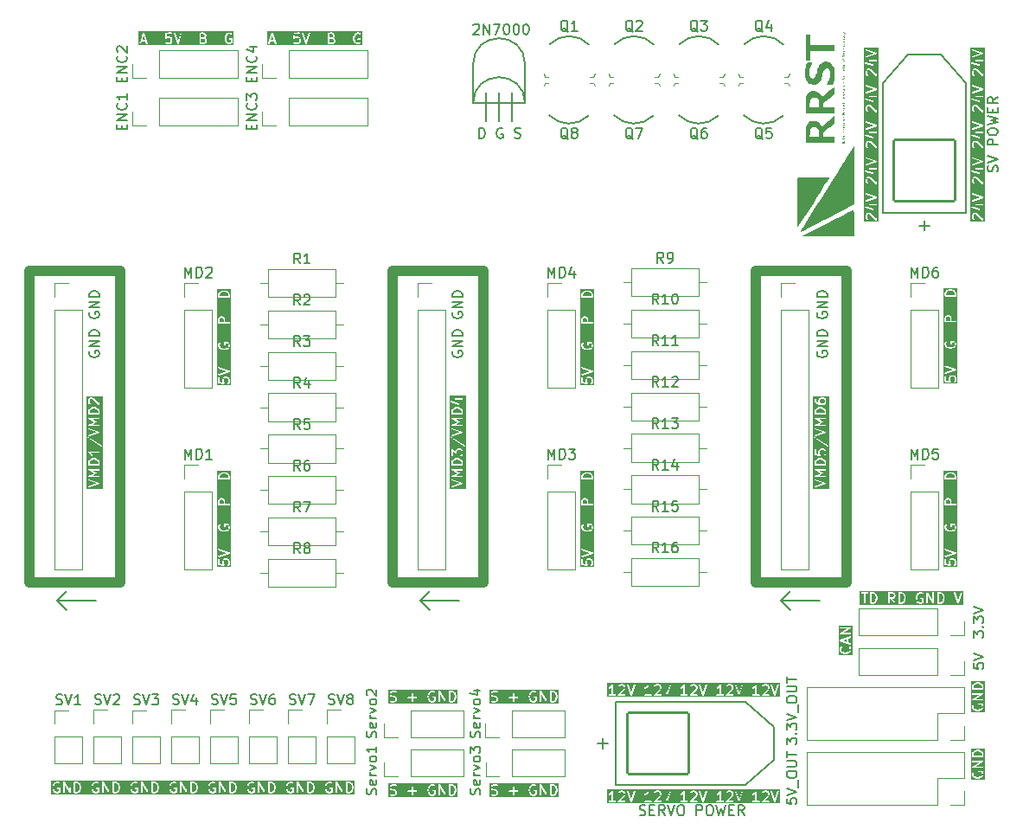
<source format=gto>
G04 #@! TF.GenerationSoftware,KiCad,Pcbnew,8.0.3*
G04 #@! TF.CreationDate,2025-02-18T22:17:21+09:00*
G04 #@! TF.ProjectId,F767ZI_MB_V1.2,46373637-5a49-45f4-9d42-5f56312e322e,rev?*
G04 #@! TF.SameCoordinates,Original*
G04 #@! TF.FileFunction,Legend,Top*
G04 #@! TF.FilePolarity,Positive*
%FSLAX46Y46*%
G04 Gerber Fmt 4.6, Leading zero omitted, Abs format (unit mm)*
G04 Created by KiCad (PCBNEW 8.0.3) date 2025-02-18 22:17:21*
%MOMM*%
%LPD*%
G01*
G04 APERTURE LIST*
G04 Aperture macros list*
%AMRoundRect*
0 Rectangle with rounded corners*
0 $1 Rounding radius*
0 $2 $3 $4 $5 $6 $7 $8 $9 X,Y pos of 4 corners*
0 Add a 4 corners polygon primitive as box body*
4,1,4,$2,$3,$4,$5,$6,$7,$8,$9,$2,$3,0*
0 Add four circle primitives for the rounded corners*
1,1,$1+$1,$2,$3*
1,1,$1+$1,$4,$5*
1,1,$1+$1,$6,$7*
1,1,$1+$1,$8,$9*
0 Add four rect primitives between the rounded corners*
20,1,$1+$1,$2,$3,$4,$5,0*
20,1,$1+$1,$4,$5,$6,$7,0*
20,1,$1+$1,$6,$7,$8,$9,0*
20,1,$1+$1,$8,$9,$2,$3,0*%
G04 Aperture macros list end*
%ADD10C,0.150000*%
%ADD11C,1.000000*%
%ADD12C,0.120000*%
%ADD13C,0.100000*%
%ADD14C,0.127000*%
%ADD15C,0.000000*%
%ADD16R,1.700000X1.700000*%
%ADD17O,1.700000X1.700000*%
%ADD18C,1.600000*%
%ADD19O,1.600000X1.600000*%
%ADD20R,1.000000X1.500000*%
%ADD21O,1.000000X1.500000*%
%ADD22C,6.204000*%
%ADD23RoundRect,0.102000X-3.000000X-3.000000X3.000000X-3.000000X3.000000X3.000000X-3.000000X3.000000X0*%
%ADD24RoundRect,0.102000X3.000000X-3.000000X3.000000X3.000000X-3.000000X3.000000X-3.000000X-3.000000X0*%
G04 APERTURE END LIST*
D10*
G36*
X157647632Y-117863290D02*
G01*
X157721841Y-117936080D01*
X157760532Y-118011215D01*
X157805150Y-118184645D01*
X157806292Y-118309417D01*
X157764266Y-118482540D01*
X157725541Y-118562350D01*
X157651264Y-118638076D01*
X157538185Y-118676867D01*
X157383578Y-118677749D01*
X157382369Y-117826398D01*
X157531036Y-117825551D01*
X157647632Y-117863290D01*
G37*
G36*
X160409537Y-117863290D02*
G01*
X160483746Y-117936080D01*
X160522437Y-118011215D01*
X160567055Y-118184645D01*
X160568197Y-118309417D01*
X160526171Y-118482540D01*
X160487446Y-118562350D01*
X160413169Y-118638076D01*
X160300090Y-118676867D01*
X160145483Y-118677749D01*
X160144274Y-117826398D01*
X160292941Y-117825551D01*
X160409537Y-117863290D01*
G37*
G36*
X164219061Y-117863290D02*
G01*
X164293270Y-117936080D01*
X164331961Y-118011215D01*
X164376579Y-118184645D01*
X164377721Y-118309417D01*
X164335695Y-118482540D01*
X164296970Y-118562350D01*
X164222693Y-118638076D01*
X164109614Y-118676867D01*
X163955007Y-118677749D01*
X163953798Y-117826398D01*
X164102465Y-117825551D01*
X164219061Y-117863290D01*
G37*
G36*
X159500375Y-117858871D02*
G01*
X159531702Y-117889115D01*
X159567160Y-117957972D01*
X159568145Y-118065604D01*
X159534965Y-118133985D01*
X159504720Y-118165313D01*
X159436032Y-118200684D01*
X159309881Y-118201144D01*
X159307059Y-118200646D01*
X159304725Y-118201162D01*
X159144807Y-118201745D01*
X159144274Y-117826550D01*
X159431608Y-117825503D01*
X159500375Y-117858871D01*
G37*
G36*
X166351349Y-118937930D02*
G01*
X156219252Y-118937930D01*
X156219252Y-117737187D01*
X156330363Y-117737187D01*
X156330363Y-117766451D01*
X156341562Y-117793487D01*
X156362254Y-117814179D01*
X156389290Y-117825378D01*
X156403922Y-117826819D01*
X156614741Y-117826300D01*
X156616077Y-118766451D01*
X156627276Y-118793487D01*
X156647968Y-118814179D01*
X156675004Y-118825378D01*
X156704268Y-118825378D01*
X156731304Y-118814179D01*
X156751996Y-118793487D01*
X156763195Y-118766451D01*
X156764636Y-118751819D01*
X156763321Y-117825935D01*
X156989982Y-117825378D01*
X157017018Y-117814179D01*
X157037710Y-117793487D01*
X157048909Y-117766451D01*
X157048909Y-117751819D01*
X157233684Y-117751819D01*
X157235125Y-118766451D01*
X157246324Y-118793487D01*
X157267016Y-118814179D01*
X157294052Y-118825378D01*
X157308684Y-118826819D01*
X157545453Y-118825468D01*
X157556159Y-118826230D01*
X157559867Y-118825386D01*
X157561411Y-118825378D01*
X157563242Y-118824619D01*
X157570496Y-118822970D01*
X157702286Y-118777759D01*
X157704268Y-118777759D01*
X157713820Y-118773802D01*
X157726778Y-118769357D01*
X157728813Y-118767591D01*
X157731304Y-118766560D01*
X157742669Y-118757233D01*
X157836601Y-118661468D01*
X157844124Y-118654945D01*
X157846136Y-118651748D01*
X157847235Y-118650628D01*
X157847992Y-118648798D01*
X157851956Y-118642502D01*
X157896224Y-118551269D01*
X157900307Y-118545759D01*
X157904242Y-118534743D01*
X157904830Y-118533533D01*
X157904868Y-118532992D01*
X157905254Y-118531913D01*
X157950494Y-118345547D01*
X157953671Y-118337879D01*
X157954568Y-118328764D01*
X157955023Y-118326893D01*
X157954860Y-118325800D01*
X157955112Y-118323247D01*
X157953844Y-118184667D01*
X157955023Y-118176744D01*
X157953688Y-118167719D01*
X157953671Y-118165758D01*
X157953248Y-118164736D01*
X157952873Y-118162200D01*
X157905355Y-117977501D01*
X157904830Y-117970104D01*
X157900626Y-117959121D01*
X157900307Y-117957878D01*
X157899984Y-117957442D01*
X157899575Y-117956373D01*
X157850886Y-117861823D01*
X157847235Y-117853008D01*
X157844850Y-117850102D01*
X157844124Y-117848692D01*
X157842627Y-117847393D01*
X157837907Y-117841643D01*
X157749736Y-117755158D01*
X157748885Y-117753455D01*
X157746999Y-117751819D01*
X158995589Y-117751819D01*
X158997030Y-118766451D01*
X159008229Y-118793487D01*
X159028921Y-118814179D01*
X159055957Y-118825378D01*
X159085221Y-118825378D01*
X159112257Y-118814179D01*
X159132949Y-118793487D01*
X159144148Y-118766451D01*
X159145589Y-118751819D01*
X159145018Y-118350356D01*
X159269241Y-118349904D01*
X159590146Y-118805989D01*
X159614825Y-118821716D01*
X159643642Y-118826802D01*
X159672213Y-118820472D01*
X159696187Y-118803690D01*
X159711914Y-118779012D01*
X159716999Y-118750194D01*
X159710670Y-118721623D01*
X159703460Y-118708810D01*
X159450603Y-118349439D01*
X159453501Y-118349233D01*
X159466173Y-118349187D01*
X159468662Y-118348155D01*
X159471350Y-118347965D01*
X159485082Y-118342710D01*
X159579638Y-118294017D01*
X159588447Y-118290369D01*
X159591349Y-118287986D01*
X159592763Y-118287259D01*
X159594062Y-118285760D01*
X159599812Y-118281042D01*
X159647153Y-118232006D01*
X159653648Y-118226374D01*
X159655627Y-118223228D01*
X159656758Y-118222058D01*
X159657515Y-118220230D01*
X159661480Y-118213931D01*
X159703155Y-118128041D01*
X159704377Y-118126820D01*
X159708046Y-118117960D01*
X159714354Y-118104962D01*
X159714545Y-118102272D01*
X159715576Y-118099784D01*
X159717017Y-118085152D01*
X159715812Y-117953521D01*
X159716428Y-117951675D01*
X159715702Y-117941460D01*
X159715576Y-117927663D01*
X159714545Y-117925174D01*
X159714354Y-117922485D01*
X159709099Y-117908754D01*
X159660407Y-117814199D01*
X159656758Y-117805389D01*
X159654375Y-117802486D01*
X159653648Y-117801073D01*
X159652149Y-117799773D01*
X159647431Y-117794024D01*
X159603716Y-117751819D01*
X159995589Y-117751819D01*
X159997030Y-118766451D01*
X160008229Y-118793487D01*
X160028921Y-118814179D01*
X160055957Y-118825378D01*
X160070589Y-118826819D01*
X160307358Y-118825468D01*
X160318064Y-118826230D01*
X160321772Y-118825386D01*
X160323316Y-118825378D01*
X160325147Y-118824619D01*
X160332401Y-118822970D01*
X160464191Y-118777759D01*
X160466173Y-118777759D01*
X160475725Y-118773802D01*
X160488683Y-118769357D01*
X160490718Y-118767591D01*
X160493209Y-118766560D01*
X160504574Y-118757233D01*
X160598506Y-118661468D01*
X160606029Y-118654945D01*
X160608041Y-118651748D01*
X160609140Y-118650628D01*
X160609897Y-118648798D01*
X160613861Y-118642502D01*
X160658129Y-118551269D01*
X160662212Y-118545759D01*
X160666147Y-118534743D01*
X160666735Y-118533533D01*
X160666773Y-118532992D01*
X160667159Y-118531913D01*
X160712399Y-118345547D01*
X160715576Y-118337879D01*
X160716473Y-118328764D01*
X160716928Y-118326893D01*
X160716765Y-118325800D01*
X160717017Y-118323247D01*
X160715749Y-118184667D01*
X160716385Y-118180390D01*
X161709875Y-118180390D01*
X161711142Y-118318969D01*
X161709964Y-118326893D01*
X161711298Y-118335917D01*
X161711316Y-118337879D01*
X161711738Y-118338900D01*
X161712114Y-118341437D01*
X161759631Y-118526135D01*
X161760157Y-118533532D01*
X161764359Y-118544514D01*
X161764680Y-118545759D01*
X161765002Y-118546194D01*
X161765412Y-118547264D01*
X161814102Y-118641816D01*
X161817752Y-118650628D01*
X161820135Y-118653532D01*
X161820863Y-118654945D01*
X161822361Y-118656244D01*
X161827080Y-118661994D01*
X161915249Y-118748479D01*
X161916101Y-118750183D01*
X161923745Y-118756813D01*
X161933683Y-118766561D01*
X161936173Y-118767592D01*
X161938208Y-118769357D01*
X161951634Y-118775351D01*
X162094215Y-118821500D01*
X162103576Y-118825378D01*
X162107339Y-118825748D01*
X162108827Y-118826230D01*
X162110801Y-118826089D01*
X162118208Y-118826819D01*
X162213525Y-118825568D01*
X162222826Y-118826230D01*
X162226480Y-118825398D01*
X162228078Y-118825378D01*
X162229909Y-118824619D01*
X162237163Y-118822970D01*
X162368953Y-118777759D01*
X162370935Y-118777759D01*
X162380487Y-118773802D01*
X162393445Y-118769357D01*
X162395480Y-118767591D01*
X162397971Y-118766560D01*
X162409337Y-118757232D01*
X162466283Y-118698247D01*
X162473564Y-118680668D01*
X162477481Y-118671212D01*
X162478922Y-118656580D01*
X162477481Y-118308615D01*
X162466282Y-118281579D01*
X162445590Y-118260887D01*
X162418554Y-118249688D01*
X162403922Y-118248247D01*
X162198814Y-118249688D01*
X162171778Y-118260887D01*
X162151086Y-118281579D01*
X162139887Y-118308615D01*
X162139887Y-118337879D01*
X162151086Y-118364915D01*
X162171778Y-118385607D01*
X162198814Y-118396806D01*
X162213446Y-118398247D01*
X162329229Y-118397433D01*
X162330171Y-118625006D01*
X162317366Y-118638269D01*
X162204659Y-118676934D01*
X162133281Y-118677870D01*
X162017354Y-118640348D01*
X161943146Y-118567558D01*
X161904454Y-118492421D01*
X161859836Y-118318991D01*
X161858694Y-118194219D01*
X161900720Y-118021096D01*
X161939445Y-117941286D01*
X162013724Y-117865561D01*
X162126889Y-117826739D01*
X162241517Y-117825690D01*
X162336493Y-117871775D01*
X162365683Y-117873849D01*
X162393445Y-117864595D01*
X162415552Y-117845422D01*
X162428640Y-117819247D01*
X162430714Y-117790057D01*
X162421460Y-117762296D01*
X162412374Y-117751819D01*
X162757494Y-117751819D01*
X162758935Y-118766451D01*
X162770134Y-118793487D01*
X162790826Y-118814179D01*
X162817862Y-118825378D01*
X162847126Y-118825378D01*
X162874162Y-118814179D01*
X162894854Y-118793487D01*
X162906053Y-118766451D01*
X162907494Y-118751819D01*
X162906471Y-118031749D01*
X163337818Y-118784448D01*
X163341562Y-118793487D01*
X163344924Y-118796849D01*
X163347314Y-118801019D01*
X163355202Y-118807127D01*
X163362254Y-118814179D01*
X163366672Y-118816009D01*
X163370452Y-118818936D01*
X163380073Y-118821560D01*
X163389290Y-118825378D01*
X163394071Y-118825378D01*
X163398683Y-118826636D01*
X163408580Y-118825378D01*
X163418554Y-118825378D01*
X163422969Y-118823548D01*
X163427713Y-118822946D01*
X163436377Y-118817995D01*
X163445590Y-118814179D01*
X163448968Y-118810800D01*
X163453122Y-118808427D01*
X163459231Y-118800537D01*
X163466282Y-118793487D01*
X163468111Y-118789070D01*
X163471039Y-118785290D01*
X163473663Y-118775666D01*
X163477481Y-118766451D01*
X163478217Y-118758968D01*
X163478739Y-118757058D01*
X163478551Y-118755582D01*
X163478922Y-118751819D01*
X163477502Y-117751819D01*
X163805113Y-117751819D01*
X163806554Y-118766451D01*
X163817753Y-118793487D01*
X163838445Y-118814179D01*
X163865481Y-118825378D01*
X163880113Y-118826819D01*
X164116882Y-118825468D01*
X164127588Y-118826230D01*
X164131296Y-118825386D01*
X164132840Y-118825378D01*
X164134671Y-118824619D01*
X164141925Y-118822970D01*
X164273715Y-118777759D01*
X164275697Y-118777759D01*
X164285249Y-118773802D01*
X164298207Y-118769357D01*
X164300242Y-118767591D01*
X164302733Y-118766560D01*
X164314098Y-118757233D01*
X164408030Y-118661468D01*
X164415553Y-118654945D01*
X164417565Y-118651748D01*
X164418664Y-118650628D01*
X164419421Y-118648798D01*
X164423385Y-118642502D01*
X164467653Y-118551269D01*
X164471736Y-118545759D01*
X164475671Y-118534743D01*
X164476259Y-118533533D01*
X164476297Y-118532992D01*
X164476683Y-118531913D01*
X164521923Y-118345547D01*
X164525100Y-118337879D01*
X164525997Y-118328764D01*
X164526452Y-118326893D01*
X164526289Y-118325800D01*
X164526541Y-118323247D01*
X164525273Y-118184667D01*
X164526452Y-118176744D01*
X164525117Y-118167719D01*
X164525100Y-118165758D01*
X164524677Y-118164736D01*
X164524302Y-118162200D01*
X164476784Y-117977501D01*
X164476259Y-117970104D01*
X164472055Y-117959121D01*
X164471736Y-117957878D01*
X164471413Y-117957442D01*
X164471004Y-117956373D01*
X164422315Y-117861823D01*
X164418664Y-117853008D01*
X164416279Y-117850102D01*
X164415553Y-117848692D01*
X164414056Y-117847393D01*
X164409336Y-117841643D01*
X164327324Y-117761199D01*
X165424750Y-117761199D01*
X165428010Y-117775536D01*
X165759787Y-118766413D01*
X165760158Y-118771629D01*
X165764322Y-118779959D01*
X165767337Y-118788961D01*
X165770847Y-118793008D01*
X165773244Y-118797802D01*
X165780352Y-118803967D01*
X165786511Y-118811068D01*
X165791300Y-118813462D01*
X165795351Y-118816976D01*
X165804276Y-118819950D01*
X165812684Y-118824155D01*
X165818028Y-118824534D01*
X165823114Y-118826230D01*
X165832494Y-118825563D01*
X165841874Y-118826230D01*
X165846959Y-118824534D01*
X165852304Y-118824155D01*
X165860714Y-118819949D01*
X165869636Y-118816976D01*
X165873683Y-118813465D01*
X165878477Y-118811069D01*
X165884640Y-118803963D01*
X165891744Y-118797802D01*
X165894139Y-118793010D01*
X165897651Y-118788962D01*
X165903645Y-118775536D01*
X166240238Y-117761200D01*
X166238163Y-117732010D01*
X166225077Y-117705836D01*
X166202969Y-117686662D01*
X166175207Y-117677408D01*
X166146017Y-117679483D01*
X166119844Y-117692570D01*
X166100670Y-117714677D01*
X166094676Y-117728102D01*
X165832926Y-118516895D01*
X165564318Y-117714676D01*
X165545144Y-117692569D01*
X165518971Y-117679483D01*
X165489781Y-117677408D01*
X165462018Y-117686662D01*
X165439911Y-117705836D01*
X165426825Y-117732009D01*
X165424750Y-117761199D01*
X164327324Y-117761199D01*
X164321165Y-117755158D01*
X164320314Y-117753455D01*
X164312671Y-117746826D01*
X164302733Y-117737078D01*
X164300242Y-117736046D01*
X164298207Y-117734281D01*
X164284782Y-117728287D01*
X164142203Y-117682138D01*
X164132840Y-117678260D01*
X164129074Y-117677889D01*
X164127588Y-117677408D01*
X164125613Y-117677548D01*
X164118208Y-117676819D01*
X163865481Y-117678260D01*
X163838445Y-117689459D01*
X163817753Y-117710151D01*
X163806554Y-117737187D01*
X163805113Y-117751819D01*
X163477502Y-117751819D01*
X163477481Y-117737187D01*
X163466282Y-117710151D01*
X163445590Y-117689459D01*
X163418554Y-117678260D01*
X163389290Y-117678260D01*
X163362254Y-117689459D01*
X163341562Y-117710151D01*
X163330363Y-117737187D01*
X163328922Y-117751819D01*
X163329944Y-118471888D01*
X162898597Y-117719189D01*
X162894854Y-117710151D01*
X162891491Y-117706788D01*
X162889102Y-117702619D01*
X162881212Y-117696509D01*
X162874162Y-117689459D01*
X162869745Y-117687629D01*
X162865965Y-117684702D01*
X162856341Y-117682077D01*
X162847126Y-117678260D01*
X162842345Y-117678260D01*
X162837733Y-117677002D01*
X162827836Y-117678260D01*
X162817862Y-117678260D01*
X162813446Y-117680089D01*
X162808703Y-117680692D01*
X162800038Y-117685642D01*
X162790826Y-117689459D01*
X162787447Y-117692837D01*
X162783294Y-117695211D01*
X162777184Y-117703100D01*
X162770134Y-117710151D01*
X162768304Y-117714567D01*
X162765377Y-117718348D01*
X162762752Y-117727971D01*
X162758935Y-117737187D01*
X162758198Y-117744669D01*
X162757677Y-117746580D01*
X162757864Y-117748055D01*
X162757494Y-117751819D01*
X162412374Y-117751819D01*
X162402287Y-117740188D01*
X162389844Y-117732356D01*
X162303955Y-117690681D01*
X162302733Y-117689459D01*
X162293867Y-117685786D01*
X162280874Y-117679482D01*
X162278186Y-117679291D01*
X162275697Y-117678260D01*
X162261065Y-117676819D01*
X162118846Y-117678120D01*
X162108827Y-117677408D01*
X162105143Y-117678245D01*
X162103576Y-117678260D01*
X162101745Y-117679018D01*
X162094490Y-117680668D01*
X161962700Y-117725879D01*
X161960720Y-117725879D01*
X161951170Y-117729834D01*
X161938208Y-117734281D01*
X161936173Y-117736045D01*
X161933683Y-117737077D01*
X161922318Y-117746405D01*
X161828386Y-117842167D01*
X161820863Y-117848692D01*
X161818850Y-117851888D01*
X161817753Y-117853008D01*
X161816995Y-117854835D01*
X161813031Y-117861135D01*
X161768764Y-117952366D01*
X161764680Y-117957878D01*
X161760742Y-117968897D01*
X161760157Y-117970105D01*
X161760118Y-117970644D01*
X161759733Y-117971724D01*
X161714492Y-118158089D01*
X161711316Y-118165758D01*
X161710418Y-118174872D01*
X161709964Y-118176744D01*
X161710126Y-118177836D01*
X161709875Y-118180390D01*
X160716385Y-118180390D01*
X160716928Y-118176744D01*
X160715593Y-118167719D01*
X160715576Y-118165758D01*
X160715153Y-118164736D01*
X160714778Y-118162200D01*
X160667260Y-117977501D01*
X160666735Y-117970104D01*
X160662531Y-117959121D01*
X160662212Y-117957878D01*
X160661889Y-117957442D01*
X160661480Y-117956373D01*
X160612791Y-117861823D01*
X160609140Y-117853008D01*
X160606755Y-117850102D01*
X160606029Y-117848692D01*
X160604532Y-117847393D01*
X160599812Y-117841643D01*
X160511641Y-117755158D01*
X160510790Y-117753455D01*
X160503147Y-117746826D01*
X160493209Y-117737078D01*
X160490718Y-117736046D01*
X160488683Y-117734281D01*
X160475258Y-117728287D01*
X160332679Y-117682138D01*
X160323316Y-117678260D01*
X160319550Y-117677889D01*
X160318064Y-117677408D01*
X160316089Y-117677548D01*
X160308684Y-117676819D01*
X160055957Y-117678260D01*
X160028921Y-117689459D01*
X160008229Y-117710151D01*
X159997030Y-117737187D01*
X159995589Y-117751819D01*
X159603716Y-117751819D01*
X159598395Y-117746682D01*
X159592763Y-117740188D01*
X159589617Y-117738208D01*
X159588447Y-117737078D01*
X159586619Y-117736320D01*
X159580320Y-117732356D01*
X159494431Y-117690681D01*
X159493209Y-117689459D01*
X159484343Y-117685786D01*
X159471350Y-117679482D01*
X159468662Y-117679291D01*
X159466173Y-117678260D01*
X159451541Y-117676819D01*
X159055957Y-117678260D01*
X159028921Y-117689459D01*
X159008229Y-117710151D01*
X158997030Y-117737187D01*
X158995589Y-117751819D01*
X157746999Y-117751819D01*
X157741242Y-117746826D01*
X157731304Y-117737078D01*
X157728813Y-117736046D01*
X157726778Y-117734281D01*
X157713353Y-117728287D01*
X157570774Y-117682138D01*
X157561411Y-117678260D01*
X157557645Y-117677889D01*
X157556159Y-117677408D01*
X157554184Y-117677548D01*
X157546779Y-117676819D01*
X157294052Y-117678260D01*
X157267016Y-117689459D01*
X157246324Y-117710151D01*
X157235125Y-117737187D01*
X157233684Y-117751819D01*
X157048909Y-117751819D01*
X157048909Y-117737187D01*
X157037710Y-117710151D01*
X157017018Y-117689459D01*
X156989982Y-117678260D01*
X156975350Y-117676819D01*
X156389290Y-117678260D01*
X156362254Y-117689459D01*
X156341562Y-117710151D01*
X156330363Y-117737187D01*
X156219252Y-117737187D01*
X156219252Y-117565708D01*
X166351349Y-117565708D01*
X166351349Y-118937930D01*
G37*
X122174000Y-68844000D02*
X122174000Y-71638000D01*
X118364000Y-69860000D02*
X118364000Y-66050000D01*
X123444000Y-69860000D02*
X123444000Y-66050000D01*
D11*
X74930000Y-86243000D02*
X83820000Y-86243000D01*
X83820000Y-116723000D01*
X74930000Y-116723000D01*
X74930000Y-86243000D01*
D10*
X118364000Y-69860000D02*
X123444000Y-69860000D01*
X119634000Y-68844000D02*
X119634000Y-71638000D01*
X120904000Y-68844000D02*
X120904000Y-71638000D01*
X118364000Y-66050000D02*
G75*
G02*
X123444000Y-66050000I2540000J0D01*
G01*
D11*
X110490000Y-86243000D02*
X119380000Y-86243000D01*
X119380000Y-116723000D01*
X110490000Y-116723000D01*
X110490000Y-86243000D01*
X146050000Y-86243000D02*
X154940000Y-86243000D01*
X154940000Y-116723000D01*
X146050000Y-116723000D01*
X146050000Y-86243000D01*
D10*
X118364000Y-69860000D02*
G75*
G02*
X123444000Y-69860000I2540000J0D01*
G01*
G36*
X92083518Y-63602566D02*
G01*
X92110179Y-63628305D01*
X92145637Y-63697162D01*
X92146622Y-63804794D01*
X92113442Y-63873175D01*
X92083196Y-63904504D01*
X92014509Y-63939875D01*
X91723961Y-63940933D01*
X91723428Y-63565701D01*
X91966512Y-63564694D01*
X92083518Y-63602566D01*
G37*
G36*
X92031233Y-63121871D02*
G01*
X92062560Y-63152115D01*
X92098082Y-63221096D01*
X92098871Y-63281257D01*
X92065823Y-63349366D01*
X92035578Y-63380694D01*
X91966875Y-63416073D01*
X91723217Y-63417082D01*
X91722751Y-63089513D01*
X91962501Y-63088520D01*
X92031233Y-63121871D01*
G37*
G36*
X86260317Y-63654406D02*
G01*
X85990277Y-63655199D01*
X86124822Y-63249742D01*
X86260317Y-63654406D01*
G37*
G36*
X94930415Y-64200930D02*
G01*
X85606400Y-64200930D01*
X85606400Y-64005439D01*
X85717511Y-64005439D01*
X85719586Y-64034629D01*
X85732672Y-64060802D01*
X85754779Y-64079976D01*
X85782542Y-64089230D01*
X85811732Y-64087155D01*
X85837905Y-64074069D01*
X85857079Y-64051962D01*
X85863073Y-64038536D01*
X85940918Y-63803946D01*
X86310024Y-63802862D01*
X86393431Y-64051961D01*
X86412605Y-64074068D01*
X86438778Y-64087155D01*
X86467968Y-64089230D01*
X86495730Y-64079976D01*
X86517838Y-64060802D01*
X86530924Y-64034628D01*
X86532999Y-64005438D01*
X86529739Y-63991102D01*
X86364716Y-63498249D01*
X88193463Y-63498249D01*
X88194554Y-63501864D01*
X88194554Y-63505640D01*
X88198748Y-63515765D01*
X88201916Y-63526265D01*
X88204307Y-63529188D01*
X88205753Y-63532677D01*
X88213506Y-63540430D01*
X88220447Y-63548913D01*
X88223773Y-63550697D01*
X88226445Y-63553369D01*
X88236572Y-63557564D01*
X88246234Y-63562747D01*
X88249993Y-63563122D01*
X88253482Y-63564568D01*
X88264443Y-63564568D01*
X88275353Y-63565659D01*
X88278969Y-63564568D01*
X88282744Y-63564568D01*
X88292869Y-63560373D01*
X88303369Y-63557206D01*
X88306292Y-63554814D01*
X88309781Y-63553369D01*
X88321146Y-63544042D01*
X88357790Y-63506085D01*
X88426541Y-63470682D01*
X88629277Y-63469526D01*
X88697899Y-63502823D01*
X88729226Y-63533067D01*
X88764629Y-63601818D01*
X88765785Y-63804554D01*
X88732489Y-63873175D01*
X88702243Y-63904504D01*
X88633493Y-63939907D01*
X88430757Y-63941063D01*
X88362136Y-63907767D01*
X88309781Y-63857220D01*
X88282745Y-63846021D01*
X88253482Y-63846021D01*
X88226446Y-63857219D01*
X88205753Y-63877912D01*
X88194554Y-63904948D01*
X88194554Y-63934211D01*
X88205752Y-63961247D01*
X88215079Y-63972612D01*
X88264114Y-64019953D01*
X88269748Y-64026450D01*
X88272893Y-64028429D01*
X88274064Y-64029560D01*
X88275891Y-64030317D01*
X88282191Y-64034282D01*
X88368080Y-64075957D01*
X88369302Y-64077179D01*
X88378161Y-64080848D01*
X88391160Y-64087156D01*
X88393849Y-64087347D01*
X88396338Y-64088378D01*
X88410970Y-64089819D01*
X88637574Y-64088526D01*
X88639684Y-64089230D01*
X88650626Y-64088452D01*
X88663697Y-64088378D01*
X88666186Y-64087346D01*
X88668874Y-64087156D01*
X88682606Y-64081901D01*
X88777160Y-64033209D01*
X88785971Y-64029560D01*
X88788873Y-64027177D01*
X88790287Y-64026450D01*
X88791587Y-64024950D01*
X88797337Y-64020232D01*
X88844678Y-63971195D01*
X88851172Y-63965564D01*
X88853151Y-63962418D01*
X88854283Y-63961247D01*
X88855040Y-63959417D01*
X88859004Y-63953121D01*
X88900679Y-63867231D01*
X88901901Y-63866010D01*
X88905570Y-63857150D01*
X88911878Y-63844152D01*
X88912069Y-63841462D01*
X88913100Y-63838974D01*
X88914541Y-63824342D01*
X88913248Y-63597736D01*
X88913952Y-63595627D01*
X88913174Y-63584684D01*
X88913100Y-63571615D01*
X88912069Y-63569126D01*
X88911878Y-63566437D01*
X88906623Y-63552706D01*
X88857931Y-63458151D01*
X88854282Y-63449341D01*
X88851899Y-63446438D01*
X88851172Y-63445025D01*
X88849673Y-63443725D01*
X88844955Y-63437976D01*
X88795919Y-63390634D01*
X88790287Y-63384140D01*
X88787141Y-63382160D01*
X88785971Y-63381030D01*
X88784143Y-63380272D01*
X88777844Y-63376308D01*
X88691955Y-63334633D01*
X88690733Y-63333411D01*
X88681867Y-63329738D01*
X88668874Y-63323434D01*
X88666186Y-63323243D01*
X88663697Y-63322212D01*
X88649065Y-63320771D01*
X88422459Y-63322063D01*
X88420350Y-63321360D01*
X88409407Y-63322137D01*
X88396338Y-63322212D01*
X88393849Y-63323242D01*
X88391160Y-63323434D01*
X88377429Y-63328689D01*
X88358260Y-63338559D01*
X88382419Y-63089623D01*
X88806554Y-63088378D01*
X88833590Y-63077179D01*
X88854282Y-63056487D01*
X88865481Y-63029451D01*
X88865481Y-63024199D01*
X89050845Y-63024199D01*
X89054105Y-63038536D01*
X89385882Y-64029413D01*
X89386253Y-64034629D01*
X89390417Y-64042959D01*
X89393432Y-64051961D01*
X89396942Y-64056008D01*
X89399339Y-64060802D01*
X89406447Y-64066967D01*
X89412606Y-64074068D01*
X89417395Y-64076462D01*
X89421446Y-64079976D01*
X89430371Y-64082950D01*
X89438779Y-64087155D01*
X89444123Y-64087534D01*
X89449209Y-64089230D01*
X89458589Y-64088563D01*
X89467969Y-64089230D01*
X89473054Y-64087534D01*
X89478399Y-64087155D01*
X89486809Y-64082949D01*
X89495731Y-64079976D01*
X89499778Y-64076465D01*
X89504572Y-64074069D01*
X89510735Y-64066963D01*
X89517839Y-64060802D01*
X89520234Y-64056010D01*
X89523746Y-64051962D01*
X89529740Y-64038536D01*
X89866333Y-63024200D01*
X89865666Y-63014819D01*
X91574066Y-63014819D01*
X91575507Y-64029451D01*
X91586706Y-64056487D01*
X91607398Y-64077179D01*
X91634434Y-64088378D01*
X91649066Y-64089819D01*
X92018368Y-64088473D01*
X92020637Y-64089230D01*
X92031978Y-64088424D01*
X92044650Y-64088378D01*
X92047139Y-64087346D01*
X92049827Y-64087156D01*
X92063559Y-64081901D01*
X92158113Y-64033209D01*
X92166924Y-64029560D01*
X92169826Y-64027177D01*
X92171240Y-64026450D01*
X92172540Y-64024950D01*
X92178290Y-64020232D01*
X92225631Y-63971195D01*
X92232125Y-63965564D01*
X92234104Y-63962418D01*
X92235236Y-63961247D01*
X92235993Y-63959417D01*
X92239957Y-63953121D01*
X92281632Y-63867231D01*
X92282854Y-63866010D01*
X92286523Y-63857150D01*
X92292831Y-63844152D01*
X92293022Y-63841462D01*
X92294053Y-63838974D01*
X92295494Y-63824342D01*
X92294289Y-63692711D01*
X92294905Y-63690865D01*
X92294179Y-63680650D01*
X92294053Y-63666853D01*
X92293022Y-63664364D01*
X92292831Y-63661675D01*
X92287576Y-63647944D01*
X92238884Y-63553389D01*
X92235235Y-63544579D01*
X92232852Y-63541676D01*
X92232125Y-63540263D01*
X92230626Y-63538963D01*
X92225908Y-63533214D01*
X92185081Y-63493798D01*
X92184505Y-63492645D01*
X92178425Y-63487371D01*
X92166924Y-63476268D01*
X92164433Y-63475236D01*
X92162398Y-63473471D01*
X92155711Y-63470485D01*
X92178011Y-63447387D01*
X92182620Y-63443390D01*
X94050257Y-63443390D01*
X94051524Y-63581969D01*
X94050346Y-63589893D01*
X94051680Y-63598917D01*
X94051698Y-63600879D01*
X94052120Y-63601900D01*
X94052496Y-63604437D01*
X94100013Y-63789135D01*
X94100539Y-63796532D01*
X94104741Y-63807514D01*
X94105062Y-63808759D01*
X94105384Y-63809194D01*
X94105794Y-63810264D01*
X94154484Y-63904816D01*
X94158134Y-63913628D01*
X94160517Y-63916532D01*
X94161245Y-63917945D01*
X94162743Y-63919244D01*
X94167462Y-63924994D01*
X94255631Y-64011479D01*
X94256483Y-64013183D01*
X94264127Y-64019813D01*
X94274065Y-64029561D01*
X94276555Y-64030592D01*
X94278590Y-64032357D01*
X94292016Y-64038351D01*
X94434597Y-64084500D01*
X94443958Y-64088378D01*
X94447721Y-64088748D01*
X94449209Y-64089230D01*
X94451183Y-64089089D01*
X94458590Y-64089819D01*
X94553907Y-64088568D01*
X94563208Y-64089230D01*
X94566862Y-64088398D01*
X94568460Y-64088378D01*
X94570291Y-64087619D01*
X94577545Y-64085970D01*
X94709335Y-64040759D01*
X94711317Y-64040759D01*
X94720869Y-64036802D01*
X94733827Y-64032357D01*
X94735862Y-64030591D01*
X94738353Y-64029560D01*
X94749719Y-64020232D01*
X94806665Y-63961247D01*
X94813946Y-63943668D01*
X94817863Y-63934212D01*
X94819304Y-63919580D01*
X94817863Y-63571615D01*
X94806664Y-63544579D01*
X94785972Y-63523887D01*
X94758936Y-63512688D01*
X94744304Y-63511247D01*
X94539196Y-63512688D01*
X94512160Y-63523887D01*
X94491468Y-63544579D01*
X94480269Y-63571615D01*
X94480269Y-63600879D01*
X94491468Y-63627915D01*
X94512160Y-63648607D01*
X94539196Y-63659806D01*
X94553828Y-63661247D01*
X94669611Y-63660433D01*
X94670553Y-63888006D01*
X94657748Y-63901269D01*
X94545041Y-63939934D01*
X94473663Y-63940870D01*
X94357736Y-63903348D01*
X94283528Y-63830558D01*
X94244836Y-63755421D01*
X94200218Y-63581991D01*
X94199076Y-63457219D01*
X94241102Y-63284096D01*
X94279827Y-63204286D01*
X94354106Y-63128561D01*
X94467271Y-63089739D01*
X94581899Y-63088690D01*
X94676875Y-63134775D01*
X94706065Y-63136849D01*
X94733827Y-63127595D01*
X94755934Y-63108422D01*
X94769022Y-63082247D01*
X94771096Y-63053057D01*
X94761842Y-63025296D01*
X94742669Y-63003188D01*
X94730226Y-62995356D01*
X94644337Y-62953681D01*
X94643115Y-62952459D01*
X94634249Y-62948786D01*
X94621256Y-62942482D01*
X94618568Y-62942291D01*
X94616079Y-62941260D01*
X94601447Y-62939819D01*
X94459228Y-62941120D01*
X94449209Y-62940408D01*
X94445525Y-62941245D01*
X94443958Y-62941260D01*
X94442127Y-62942018D01*
X94434872Y-62943668D01*
X94303082Y-62988879D01*
X94301102Y-62988879D01*
X94291552Y-62992834D01*
X94278590Y-62997281D01*
X94276555Y-62999045D01*
X94274065Y-63000077D01*
X94262700Y-63009405D01*
X94168768Y-63105167D01*
X94161245Y-63111692D01*
X94159232Y-63114888D01*
X94158135Y-63116008D01*
X94157377Y-63117835D01*
X94153413Y-63124135D01*
X94109146Y-63215366D01*
X94105062Y-63220878D01*
X94101124Y-63231897D01*
X94100539Y-63233105D01*
X94100500Y-63233644D01*
X94100115Y-63234724D01*
X94054874Y-63421089D01*
X94051698Y-63428758D01*
X94050800Y-63437872D01*
X94050346Y-63439744D01*
X94050508Y-63440836D01*
X94050257Y-63443390D01*
X92182620Y-63443390D01*
X92184506Y-63441755D01*
X92186485Y-63438609D01*
X92187616Y-63437439D01*
X92188373Y-63435611D01*
X92192338Y-63429312D01*
X92234013Y-63343422D01*
X92235235Y-63342201D01*
X92238904Y-63333341D01*
X92245212Y-63320343D01*
X92245403Y-63317653D01*
X92246434Y-63315165D01*
X92247875Y-63300533D01*
X92246769Y-63216225D01*
X92247286Y-63214675D01*
X92246627Y-63205404D01*
X92246434Y-63190663D01*
X92245403Y-63188174D01*
X92245212Y-63185485D01*
X92239957Y-63171754D01*
X92191265Y-63077199D01*
X92187616Y-63068389D01*
X92185233Y-63065486D01*
X92184506Y-63064073D01*
X92183007Y-63062773D01*
X92178289Y-63057024D01*
X92129253Y-63009682D01*
X92123621Y-63003188D01*
X92120475Y-63001208D01*
X92119305Y-63000078D01*
X92117477Y-62999320D01*
X92111178Y-62995356D01*
X92025289Y-62953681D01*
X92024067Y-62952459D01*
X92015201Y-62948786D01*
X92002208Y-62942482D01*
X91999520Y-62942291D01*
X91997031Y-62941260D01*
X91982399Y-62939819D01*
X91634434Y-62941260D01*
X91607398Y-62952459D01*
X91586706Y-62973151D01*
X91575507Y-63000187D01*
X91574066Y-63014819D01*
X89865666Y-63014819D01*
X89864258Y-62995010D01*
X89851172Y-62968836D01*
X89829064Y-62949662D01*
X89801302Y-62940408D01*
X89772112Y-62942483D01*
X89745939Y-62955570D01*
X89726765Y-62977677D01*
X89720771Y-62991102D01*
X89459021Y-63779895D01*
X89190413Y-62977676D01*
X89171239Y-62955569D01*
X89145066Y-62942483D01*
X89115876Y-62940408D01*
X89088113Y-62949662D01*
X89066006Y-62968836D01*
X89052920Y-62995009D01*
X89050845Y-63024199D01*
X88865481Y-63024199D01*
X88865481Y-63000187D01*
X88854282Y-62973151D01*
X88833590Y-62952459D01*
X88806554Y-62941260D01*
X88791922Y-62939819D01*
X88318879Y-62941207D01*
X88308492Y-62940169D01*
X88304913Y-62941248D01*
X88301100Y-62941260D01*
X88290973Y-62945454D01*
X88280476Y-62948622D01*
X88277552Y-62951013D01*
X88274064Y-62952459D01*
X88266310Y-62960212D01*
X88257828Y-62967153D01*
X88256043Y-62970479D01*
X88253372Y-62973151D01*
X88249176Y-62983280D01*
X88243994Y-62992940D01*
X88242886Y-62998464D01*
X88242173Y-63000187D01*
X88242173Y-63002023D01*
X88241104Y-63007356D01*
X88195901Y-63473125D01*
X88194554Y-63476378D01*
X88194554Y-63487007D01*
X88193463Y-63498249D01*
X86364716Y-63498249D01*
X86197961Y-63000223D01*
X86197591Y-62995010D01*
X86193427Y-62986683D01*
X86190412Y-62977676D01*
X86186900Y-62973627D01*
X86184505Y-62968836D01*
X86177401Y-62962674D01*
X86171238Y-62955569D01*
X86166444Y-62953172D01*
X86162397Y-62949662D01*
X86153475Y-62946688D01*
X86145065Y-62942483D01*
X86139720Y-62942103D01*
X86134635Y-62940408D01*
X86125255Y-62941074D01*
X86115875Y-62940408D01*
X86110789Y-62942103D01*
X86105445Y-62942483D01*
X86097037Y-62946687D01*
X86088112Y-62949662D01*
X86084061Y-62953175D01*
X86079272Y-62955570D01*
X86073113Y-62962670D01*
X86066005Y-62968836D01*
X86063608Y-62973629D01*
X86060098Y-62977677D01*
X86054104Y-62991102D01*
X85815929Y-63708850D01*
X85813601Y-63714472D01*
X85813601Y-63715867D01*
X85717511Y-64005439D01*
X85606400Y-64005439D01*
X85606400Y-62828708D01*
X94930415Y-62828708D01*
X94930415Y-64200930D01*
G37*
G36*
X116419632Y-136659290D02*
G01*
X116493841Y-136732080D01*
X116532532Y-136807215D01*
X116577150Y-136980645D01*
X116578292Y-137105417D01*
X116536266Y-137278540D01*
X116497541Y-137358350D01*
X116423264Y-137434076D01*
X116310185Y-137472867D01*
X116155578Y-137473749D01*
X116154369Y-136622398D01*
X116303036Y-136621551D01*
X116419632Y-136659290D01*
G37*
G36*
X116838223Y-137733930D02*
G01*
X110085049Y-137733930D01*
X110085049Y-136738295D01*
X110196160Y-136738295D01*
X110197265Y-136822601D01*
X110196749Y-136824152D01*
X110197407Y-136833421D01*
X110197601Y-136848165D01*
X110198632Y-136850654D01*
X110198823Y-136853342D01*
X110204078Y-136867074D01*
X110252770Y-136961630D01*
X110256419Y-136970439D01*
X110258801Y-136973341D01*
X110259529Y-136974755D01*
X110261027Y-136976054D01*
X110265746Y-136981804D01*
X110314781Y-137029145D01*
X110320414Y-137035640D01*
X110323559Y-137037619D01*
X110324730Y-137038750D01*
X110326557Y-137039507D01*
X110332857Y-137043472D01*
X110424089Y-137087740D01*
X110429600Y-137091823D01*
X110440615Y-137095758D01*
X110441826Y-137096346D01*
X110442366Y-137096384D01*
X110443446Y-137096770D01*
X110620929Y-137139854D01*
X110700946Y-137178680D01*
X110732273Y-137208924D01*
X110767795Y-137277905D01*
X110768584Y-137338066D01*
X110735536Y-137406175D01*
X110705290Y-137437504D01*
X110636540Y-137472907D01*
X110429759Y-137474086D01*
X110280540Y-137425789D01*
X110251350Y-137427864D01*
X110225177Y-137440950D01*
X110206003Y-137463057D01*
X110196749Y-137490820D01*
X110198824Y-137520010D01*
X110211910Y-137546183D01*
X110234017Y-137565357D01*
X110247443Y-137571351D01*
X110390024Y-137617500D01*
X110399385Y-137621378D01*
X110403148Y-137621748D01*
X110404636Y-137622230D01*
X110406610Y-137622089D01*
X110414017Y-137622819D01*
X110640621Y-137621526D01*
X110642731Y-137622230D01*
X110653673Y-137621452D01*
X110666744Y-137621378D01*
X110669233Y-137620346D01*
X110671921Y-137620156D01*
X110685653Y-137614901D01*
X110780207Y-137566209D01*
X110789018Y-137562560D01*
X110791920Y-137560177D01*
X110793334Y-137559450D01*
X110794634Y-137557950D01*
X110800384Y-137553232D01*
X110847725Y-137504195D01*
X110854219Y-137498564D01*
X110856198Y-137495418D01*
X110857330Y-137494247D01*
X110858087Y-137492417D01*
X110862051Y-137486121D01*
X110903726Y-137400231D01*
X110904948Y-137399010D01*
X110908617Y-137390150D01*
X110914925Y-137377152D01*
X110915116Y-137374462D01*
X110916147Y-137371974D01*
X110917588Y-137357342D01*
X110916482Y-137273034D01*
X110916999Y-137271484D01*
X110916340Y-137262213D01*
X110916147Y-137247472D01*
X110915116Y-137244983D01*
X110914925Y-137242294D01*
X110909670Y-137228563D01*
X110870364Y-137152234D01*
X111959506Y-137152234D01*
X111959506Y-137181498D01*
X111970705Y-137208534D01*
X111991397Y-137229226D01*
X112018433Y-137240425D01*
X112033065Y-137241866D01*
X112339862Y-137241296D01*
X112340458Y-137562451D01*
X112351657Y-137589487D01*
X112372349Y-137610179D01*
X112399385Y-137621378D01*
X112428649Y-137621378D01*
X112455685Y-137610179D01*
X112476377Y-137589487D01*
X112487576Y-137562451D01*
X112489017Y-137547819D01*
X112488447Y-137241020D01*
X112809602Y-137240425D01*
X112836638Y-137229226D01*
X112857330Y-137208534D01*
X112868529Y-137181498D01*
X112868529Y-137152234D01*
X112857330Y-137125198D01*
X112836638Y-137104506D01*
X112809602Y-137093307D01*
X112794970Y-137091866D01*
X112488171Y-137092435D01*
X112487956Y-136976390D01*
X113910446Y-136976390D01*
X113911713Y-137114969D01*
X113910535Y-137122893D01*
X113911869Y-137131917D01*
X113911887Y-137133879D01*
X113912309Y-137134900D01*
X113912685Y-137137437D01*
X113960202Y-137322135D01*
X113960728Y-137329532D01*
X113964930Y-137340514D01*
X113965251Y-137341759D01*
X113965573Y-137342194D01*
X113965983Y-137343264D01*
X114014673Y-137437816D01*
X114018323Y-137446628D01*
X114020706Y-137449532D01*
X114021434Y-137450945D01*
X114022932Y-137452244D01*
X114027651Y-137457994D01*
X114115820Y-137544479D01*
X114116672Y-137546183D01*
X114124316Y-137552813D01*
X114134254Y-137562561D01*
X114136744Y-137563592D01*
X114138779Y-137565357D01*
X114152205Y-137571351D01*
X114294786Y-137617500D01*
X114304147Y-137621378D01*
X114307910Y-137621748D01*
X114309398Y-137622230D01*
X114311372Y-137622089D01*
X114318779Y-137622819D01*
X114414096Y-137621568D01*
X114423397Y-137622230D01*
X114427051Y-137621398D01*
X114428649Y-137621378D01*
X114430480Y-137620619D01*
X114437734Y-137618970D01*
X114569524Y-137573759D01*
X114571506Y-137573759D01*
X114581058Y-137569802D01*
X114594016Y-137565357D01*
X114596051Y-137563591D01*
X114598542Y-137562560D01*
X114609908Y-137553232D01*
X114666854Y-137494247D01*
X114674135Y-137476668D01*
X114678052Y-137467212D01*
X114679493Y-137452580D01*
X114678052Y-137104615D01*
X114666853Y-137077579D01*
X114646161Y-137056887D01*
X114619125Y-137045688D01*
X114604493Y-137044247D01*
X114399385Y-137045688D01*
X114372349Y-137056887D01*
X114351657Y-137077579D01*
X114340458Y-137104615D01*
X114340458Y-137133879D01*
X114351657Y-137160915D01*
X114372349Y-137181607D01*
X114399385Y-137192806D01*
X114414017Y-137194247D01*
X114529800Y-137193433D01*
X114530742Y-137421006D01*
X114517937Y-137434269D01*
X114405230Y-137472934D01*
X114333852Y-137473870D01*
X114217925Y-137436348D01*
X114143717Y-137363558D01*
X114105025Y-137288421D01*
X114060407Y-137114991D01*
X114059265Y-136990219D01*
X114101291Y-136817096D01*
X114140016Y-136737286D01*
X114214295Y-136661561D01*
X114327460Y-136622739D01*
X114442088Y-136621690D01*
X114537064Y-136667775D01*
X114566254Y-136669849D01*
X114594016Y-136660595D01*
X114616123Y-136641422D01*
X114629211Y-136615247D01*
X114631285Y-136586057D01*
X114622031Y-136558296D01*
X114612945Y-136547819D01*
X114958065Y-136547819D01*
X114959506Y-137562451D01*
X114970705Y-137589487D01*
X114991397Y-137610179D01*
X115018433Y-137621378D01*
X115047697Y-137621378D01*
X115074733Y-137610179D01*
X115095425Y-137589487D01*
X115106624Y-137562451D01*
X115108065Y-137547819D01*
X115107042Y-136827749D01*
X115538389Y-137580448D01*
X115542133Y-137589487D01*
X115545495Y-137592849D01*
X115547885Y-137597019D01*
X115555773Y-137603127D01*
X115562825Y-137610179D01*
X115567243Y-137612009D01*
X115571023Y-137614936D01*
X115580644Y-137617560D01*
X115589861Y-137621378D01*
X115594642Y-137621378D01*
X115599254Y-137622636D01*
X115609151Y-137621378D01*
X115619125Y-137621378D01*
X115623540Y-137619548D01*
X115628284Y-137618946D01*
X115636948Y-137613995D01*
X115646161Y-137610179D01*
X115649539Y-137606800D01*
X115653693Y-137604427D01*
X115659802Y-137596537D01*
X115666853Y-137589487D01*
X115668682Y-137585070D01*
X115671610Y-137581290D01*
X115674234Y-137571666D01*
X115678052Y-137562451D01*
X115678788Y-137554968D01*
X115679310Y-137553058D01*
X115679122Y-137551582D01*
X115679493Y-137547819D01*
X115678073Y-136547819D01*
X116005684Y-136547819D01*
X116007125Y-137562451D01*
X116018324Y-137589487D01*
X116039016Y-137610179D01*
X116066052Y-137621378D01*
X116080684Y-137622819D01*
X116317453Y-137621468D01*
X116328159Y-137622230D01*
X116331867Y-137621386D01*
X116333411Y-137621378D01*
X116335242Y-137620619D01*
X116342496Y-137618970D01*
X116474286Y-137573759D01*
X116476268Y-137573759D01*
X116485820Y-137569802D01*
X116498778Y-137565357D01*
X116500813Y-137563591D01*
X116503304Y-137562560D01*
X116514669Y-137553233D01*
X116608601Y-137457468D01*
X116616124Y-137450945D01*
X116618136Y-137447748D01*
X116619235Y-137446628D01*
X116619992Y-137444798D01*
X116623956Y-137438502D01*
X116668224Y-137347269D01*
X116672307Y-137341759D01*
X116676242Y-137330743D01*
X116676830Y-137329533D01*
X116676868Y-137328992D01*
X116677254Y-137327913D01*
X116722494Y-137141547D01*
X116725671Y-137133879D01*
X116726568Y-137124764D01*
X116727023Y-137122893D01*
X116726860Y-137121800D01*
X116727112Y-137119247D01*
X116725844Y-136980667D01*
X116727023Y-136972744D01*
X116725688Y-136963719D01*
X116725671Y-136961758D01*
X116725248Y-136960736D01*
X116724873Y-136958200D01*
X116677355Y-136773501D01*
X116676830Y-136766104D01*
X116672626Y-136755121D01*
X116672307Y-136753878D01*
X116671984Y-136753442D01*
X116671575Y-136752373D01*
X116622886Y-136657823D01*
X116619235Y-136649008D01*
X116616850Y-136646102D01*
X116616124Y-136644692D01*
X116614627Y-136643393D01*
X116609907Y-136637643D01*
X116521736Y-136551158D01*
X116520885Y-136549455D01*
X116513242Y-136542826D01*
X116503304Y-136533078D01*
X116500813Y-136532046D01*
X116498778Y-136530281D01*
X116485353Y-136524287D01*
X116342774Y-136478138D01*
X116333411Y-136474260D01*
X116329645Y-136473889D01*
X116328159Y-136473408D01*
X116326184Y-136473548D01*
X116318779Y-136472819D01*
X116066052Y-136474260D01*
X116039016Y-136485459D01*
X116018324Y-136506151D01*
X116007125Y-136533187D01*
X116005684Y-136547819D01*
X115678073Y-136547819D01*
X115678052Y-136533187D01*
X115666853Y-136506151D01*
X115646161Y-136485459D01*
X115619125Y-136474260D01*
X115589861Y-136474260D01*
X115562825Y-136485459D01*
X115542133Y-136506151D01*
X115530934Y-136533187D01*
X115529493Y-136547819D01*
X115530515Y-137267888D01*
X115099168Y-136515189D01*
X115095425Y-136506151D01*
X115092062Y-136502788D01*
X115089673Y-136498619D01*
X115081783Y-136492509D01*
X115074733Y-136485459D01*
X115070316Y-136483629D01*
X115066536Y-136480702D01*
X115056912Y-136478077D01*
X115047697Y-136474260D01*
X115042916Y-136474260D01*
X115038304Y-136473002D01*
X115028407Y-136474260D01*
X115018433Y-136474260D01*
X115014017Y-136476089D01*
X115009274Y-136476692D01*
X115000609Y-136481642D01*
X114991397Y-136485459D01*
X114988018Y-136488837D01*
X114983865Y-136491211D01*
X114977755Y-136499100D01*
X114970705Y-136506151D01*
X114968875Y-136510567D01*
X114965948Y-136514348D01*
X114963323Y-136523971D01*
X114959506Y-136533187D01*
X114958769Y-136540669D01*
X114958248Y-136542580D01*
X114958435Y-136544055D01*
X114958065Y-136547819D01*
X114612945Y-136547819D01*
X114602858Y-136536188D01*
X114590415Y-136528356D01*
X114504526Y-136486681D01*
X114503304Y-136485459D01*
X114494438Y-136481786D01*
X114481445Y-136475482D01*
X114478757Y-136475291D01*
X114476268Y-136474260D01*
X114461636Y-136472819D01*
X114319417Y-136474120D01*
X114309398Y-136473408D01*
X114305714Y-136474245D01*
X114304147Y-136474260D01*
X114302316Y-136475018D01*
X114295061Y-136476668D01*
X114163271Y-136521879D01*
X114161291Y-136521879D01*
X114151741Y-136525834D01*
X114138779Y-136530281D01*
X114136744Y-136532045D01*
X114134254Y-136533077D01*
X114122889Y-136542405D01*
X114028957Y-136638167D01*
X114021434Y-136644692D01*
X114019421Y-136647888D01*
X114018324Y-136649008D01*
X114017566Y-136650835D01*
X114013602Y-136657135D01*
X113969335Y-136748366D01*
X113965251Y-136753878D01*
X113961313Y-136764897D01*
X113960728Y-136766105D01*
X113960689Y-136766644D01*
X113960304Y-136767724D01*
X113915063Y-136954089D01*
X113911887Y-136961758D01*
X113910989Y-136970872D01*
X113910535Y-136972744D01*
X113910697Y-136973836D01*
X113910446Y-136976390D01*
X112487956Y-136976390D01*
X112487576Y-136771282D01*
X112476377Y-136744246D01*
X112455685Y-136723554D01*
X112428649Y-136712355D01*
X112399385Y-136712355D01*
X112372349Y-136723554D01*
X112351657Y-136744246D01*
X112340458Y-136771282D01*
X112339017Y-136785914D01*
X112339586Y-137092711D01*
X112018433Y-137093307D01*
X111991397Y-137104506D01*
X111970705Y-137125198D01*
X111959506Y-137152234D01*
X110870364Y-137152234D01*
X110860978Y-137134008D01*
X110857329Y-137125198D01*
X110854946Y-137122295D01*
X110854219Y-137120882D01*
X110852720Y-137119582D01*
X110848002Y-137113833D01*
X110798966Y-137066491D01*
X110793334Y-137059997D01*
X110790188Y-137058017D01*
X110789018Y-137056887D01*
X110787190Y-137056129D01*
X110780891Y-137052165D01*
X110689659Y-137007898D01*
X110684148Y-137003814D01*
X110673128Y-136999876D01*
X110671921Y-136999291D01*
X110671381Y-136999252D01*
X110670302Y-136998867D01*
X110492818Y-136955782D01*
X110412802Y-136916957D01*
X110381474Y-136886712D01*
X110345952Y-136817731D01*
X110345163Y-136757570D01*
X110378212Y-136689460D01*
X110408456Y-136658133D01*
X110477207Y-136622730D01*
X110683988Y-136621551D01*
X110833207Y-136669849D01*
X110862397Y-136667774D01*
X110888571Y-136654688D01*
X110907745Y-136632580D01*
X110916999Y-136604818D01*
X110914924Y-136575628D01*
X110901837Y-136549455D01*
X110879730Y-136530281D01*
X110866305Y-136524287D01*
X110723726Y-136478138D01*
X110714363Y-136474260D01*
X110710597Y-136473889D01*
X110709111Y-136473408D01*
X110707136Y-136473548D01*
X110699731Y-136472819D01*
X110473125Y-136474111D01*
X110471016Y-136473408D01*
X110460073Y-136474185D01*
X110447004Y-136474260D01*
X110444515Y-136475290D01*
X110441826Y-136475482D01*
X110428095Y-136480737D01*
X110333540Y-136529428D01*
X110324730Y-136533078D01*
X110321827Y-136535460D01*
X110320414Y-136536188D01*
X110319114Y-136537686D01*
X110313365Y-136542405D01*
X110266023Y-136591440D01*
X110259529Y-136597073D01*
X110257549Y-136600218D01*
X110256419Y-136601389D01*
X110255661Y-136603216D01*
X110251697Y-136609516D01*
X110210022Y-136695404D01*
X110208800Y-136696627D01*
X110205127Y-136705492D01*
X110198823Y-136718486D01*
X110198632Y-136721173D01*
X110197601Y-136723663D01*
X110196160Y-136738295D01*
X110085049Y-136738295D01*
X110085049Y-136361708D01*
X116838223Y-136361708D01*
X116838223Y-137733930D01*
G37*
G36*
X79685346Y-136405290D02*
G01*
X79759555Y-136478080D01*
X79798246Y-136553215D01*
X79842864Y-136726645D01*
X79844006Y-136851417D01*
X79801980Y-137024540D01*
X79763255Y-137104350D01*
X79688978Y-137180076D01*
X79575899Y-137218867D01*
X79421292Y-137219749D01*
X79420083Y-136368398D01*
X79568750Y-136367551D01*
X79685346Y-136405290D01*
G37*
G36*
X83494870Y-136405290D02*
G01*
X83569079Y-136478080D01*
X83607770Y-136553215D01*
X83652388Y-136726645D01*
X83653530Y-136851417D01*
X83611504Y-137024540D01*
X83572779Y-137104350D01*
X83498502Y-137180076D01*
X83385423Y-137218867D01*
X83230816Y-137219749D01*
X83229607Y-136368398D01*
X83378274Y-136367551D01*
X83494870Y-136405290D01*
G37*
G36*
X87304394Y-136405290D02*
G01*
X87378603Y-136478080D01*
X87417294Y-136553215D01*
X87461912Y-136726645D01*
X87463054Y-136851417D01*
X87421028Y-137024540D01*
X87382303Y-137104350D01*
X87308026Y-137180076D01*
X87194947Y-137218867D01*
X87040340Y-137219749D01*
X87039131Y-136368398D01*
X87187798Y-136367551D01*
X87304394Y-136405290D01*
G37*
G36*
X91113918Y-136405290D02*
G01*
X91188127Y-136478080D01*
X91226818Y-136553215D01*
X91271436Y-136726645D01*
X91272578Y-136851417D01*
X91230552Y-137024540D01*
X91191827Y-137104350D01*
X91117550Y-137180076D01*
X91004471Y-137218867D01*
X90849864Y-137219749D01*
X90848655Y-136368398D01*
X90997322Y-136367551D01*
X91113918Y-136405290D01*
G37*
G36*
X94923442Y-136405290D02*
G01*
X94997651Y-136478080D01*
X95036342Y-136553215D01*
X95080960Y-136726645D01*
X95082102Y-136851417D01*
X95040076Y-137024540D01*
X95001351Y-137104350D01*
X94927074Y-137180076D01*
X94813995Y-137218867D01*
X94659388Y-137219749D01*
X94658179Y-136368398D01*
X94806846Y-136367551D01*
X94923442Y-136405290D01*
G37*
G36*
X98732966Y-136405290D02*
G01*
X98807175Y-136478080D01*
X98845866Y-136553215D01*
X98890484Y-136726645D01*
X98891626Y-136851417D01*
X98849600Y-137024540D01*
X98810875Y-137104350D01*
X98736598Y-137180076D01*
X98623519Y-137218867D01*
X98468912Y-137219749D01*
X98467703Y-136368398D01*
X98616370Y-136367551D01*
X98732966Y-136405290D01*
G37*
G36*
X102542490Y-136405290D02*
G01*
X102616699Y-136478080D01*
X102655390Y-136553215D01*
X102700008Y-136726645D01*
X102701150Y-136851417D01*
X102659124Y-137024540D01*
X102620399Y-137104350D01*
X102546122Y-137180076D01*
X102433043Y-137218867D01*
X102278436Y-137219749D01*
X102277227Y-136368398D01*
X102425894Y-136367551D01*
X102542490Y-136405290D01*
G37*
G36*
X106352014Y-136405290D02*
G01*
X106426223Y-136478080D01*
X106464914Y-136553215D01*
X106509532Y-136726645D01*
X106510674Y-136851417D01*
X106468648Y-137024540D01*
X106429923Y-137104350D01*
X106355646Y-137180076D01*
X106242567Y-137218867D01*
X106087960Y-137219749D01*
X106086751Y-136368398D01*
X106235418Y-136367551D01*
X106352014Y-136405290D01*
G37*
G36*
X106770605Y-137479930D02*
G01*
X77065049Y-137479930D01*
X77065049Y-136722390D01*
X77176160Y-136722390D01*
X77177427Y-136860969D01*
X77176249Y-136868893D01*
X77177583Y-136877917D01*
X77177601Y-136879879D01*
X77178023Y-136880900D01*
X77178399Y-136883437D01*
X77225916Y-137068135D01*
X77226442Y-137075532D01*
X77230644Y-137086514D01*
X77230965Y-137087759D01*
X77231287Y-137088194D01*
X77231697Y-137089264D01*
X77280387Y-137183816D01*
X77284037Y-137192628D01*
X77286420Y-137195532D01*
X77287148Y-137196945D01*
X77288646Y-137198244D01*
X77293365Y-137203994D01*
X77381534Y-137290479D01*
X77382386Y-137292183D01*
X77390030Y-137298813D01*
X77399968Y-137308561D01*
X77402458Y-137309592D01*
X77404493Y-137311357D01*
X77417919Y-137317351D01*
X77560500Y-137363500D01*
X77569861Y-137367378D01*
X77573624Y-137367748D01*
X77575112Y-137368230D01*
X77577086Y-137368089D01*
X77584493Y-137368819D01*
X77679810Y-137367568D01*
X77689111Y-137368230D01*
X77692765Y-137367398D01*
X77694363Y-137367378D01*
X77696194Y-137366619D01*
X77703448Y-137364970D01*
X77835238Y-137319759D01*
X77837220Y-137319759D01*
X77846772Y-137315802D01*
X77859730Y-137311357D01*
X77861765Y-137309591D01*
X77864256Y-137308560D01*
X77875622Y-137299232D01*
X77932568Y-137240247D01*
X77939849Y-137222668D01*
X77943766Y-137213212D01*
X77945207Y-137198580D01*
X77943766Y-136850615D01*
X77932567Y-136823579D01*
X77911875Y-136802887D01*
X77884839Y-136791688D01*
X77870207Y-136790247D01*
X77665099Y-136791688D01*
X77638063Y-136802887D01*
X77617371Y-136823579D01*
X77606172Y-136850615D01*
X77606172Y-136879879D01*
X77617371Y-136906915D01*
X77638063Y-136927607D01*
X77665099Y-136938806D01*
X77679731Y-136940247D01*
X77795514Y-136939433D01*
X77796456Y-137167006D01*
X77783651Y-137180269D01*
X77670944Y-137218934D01*
X77599566Y-137219870D01*
X77483639Y-137182348D01*
X77409431Y-137109558D01*
X77370739Y-137034421D01*
X77326121Y-136860991D01*
X77324979Y-136736219D01*
X77367005Y-136563096D01*
X77405730Y-136483286D01*
X77480009Y-136407561D01*
X77593174Y-136368739D01*
X77707802Y-136367690D01*
X77802778Y-136413775D01*
X77831968Y-136415849D01*
X77859730Y-136406595D01*
X77881837Y-136387422D01*
X77894925Y-136361247D01*
X77896999Y-136332057D01*
X77887745Y-136304296D01*
X77878659Y-136293819D01*
X78223779Y-136293819D01*
X78225220Y-137308451D01*
X78236419Y-137335487D01*
X78257111Y-137356179D01*
X78284147Y-137367378D01*
X78313411Y-137367378D01*
X78340447Y-137356179D01*
X78361139Y-137335487D01*
X78372338Y-137308451D01*
X78373779Y-137293819D01*
X78372756Y-136573749D01*
X78804103Y-137326448D01*
X78807847Y-137335487D01*
X78811209Y-137338849D01*
X78813599Y-137343019D01*
X78821487Y-137349127D01*
X78828539Y-137356179D01*
X78832957Y-137358009D01*
X78836737Y-137360936D01*
X78846358Y-137363560D01*
X78855575Y-137367378D01*
X78860356Y-137367378D01*
X78864968Y-137368636D01*
X78874865Y-137367378D01*
X78884839Y-137367378D01*
X78889254Y-137365548D01*
X78893998Y-137364946D01*
X78902662Y-137359995D01*
X78911875Y-137356179D01*
X78915253Y-137352800D01*
X78919407Y-137350427D01*
X78925516Y-137342537D01*
X78932567Y-137335487D01*
X78934396Y-137331070D01*
X78937324Y-137327290D01*
X78939948Y-137317666D01*
X78943766Y-137308451D01*
X78944502Y-137300968D01*
X78945024Y-137299058D01*
X78944836Y-137297582D01*
X78945207Y-137293819D01*
X78943787Y-136293819D01*
X79271398Y-136293819D01*
X79272839Y-137308451D01*
X79284038Y-137335487D01*
X79304730Y-137356179D01*
X79331766Y-137367378D01*
X79346398Y-137368819D01*
X79583167Y-137367468D01*
X79593873Y-137368230D01*
X79597581Y-137367386D01*
X79599125Y-137367378D01*
X79600956Y-137366619D01*
X79608210Y-137364970D01*
X79740000Y-137319759D01*
X79741982Y-137319759D01*
X79751534Y-137315802D01*
X79764492Y-137311357D01*
X79766527Y-137309591D01*
X79769018Y-137308560D01*
X79780383Y-137299233D01*
X79874315Y-137203468D01*
X79881838Y-137196945D01*
X79883850Y-137193748D01*
X79884949Y-137192628D01*
X79885706Y-137190798D01*
X79889670Y-137184502D01*
X79933938Y-137093269D01*
X79938021Y-137087759D01*
X79941956Y-137076743D01*
X79942544Y-137075533D01*
X79942582Y-137074992D01*
X79942968Y-137073913D01*
X79988208Y-136887547D01*
X79991385Y-136879879D01*
X79992282Y-136870764D01*
X79992737Y-136868893D01*
X79992574Y-136867800D01*
X79992826Y-136865247D01*
X79991558Y-136726667D01*
X79992194Y-136722390D01*
X80985684Y-136722390D01*
X80986951Y-136860969D01*
X80985773Y-136868893D01*
X80987107Y-136877917D01*
X80987125Y-136879879D01*
X80987547Y-136880900D01*
X80987923Y-136883437D01*
X81035440Y-137068135D01*
X81035966Y-137075532D01*
X81040168Y-137086514D01*
X81040489Y-137087759D01*
X81040811Y-137088194D01*
X81041221Y-137089264D01*
X81089911Y-137183816D01*
X81093561Y-137192628D01*
X81095944Y-137195532D01*
X81096672Y-137196945D01*
X81098170Y-137198244D01*
X81102889Y-137203994D01*
X81191058Y-137290479D01*
X81191910Y-137292183D01*
X81199554Y-137298813D01*
X81209492Y-137308561D01*
X81211982Y-137309592D01*
X81214017Y-137311357D01*
X81227443Y-137317351D01*
X81370024Y-137363500D01*
X81379385Y-137367378D01*
X81383148Y-137367748D01*
X81384636Y-137368230D01*
X81386610Y-137368089D01*
X81394017Y-137368819D01*
X81489334Y-137367568D01*
X81498635Y-137368230D01*
X81502289Y-137367398D01*
X81503887Y-137367378D01*
X81505718Y-137366619D01*
X81512972Y-137364970D01*
X81644762Y-137319759D01*
X81646744Y-137319759D01*
X81656296Y-137315802D01*
X81669254Y-137311357D01*
X81671289Y-137309591D01*
X81673780Y-137308560D01*
X81685146Y-137299232D01*
X81742092Y-137240247D01*
X81749373Y-137222668D01*
X81753290Y-137213212D01*
X81754731Y-137198580D01*
X81753290Y-136850615D01*
X81742091Y-136823579D01*
X81721399Y-136802887D01*
X81694363Y-136791688D01*
X81679731Y-136790247D01*
X81474623Y-136791688D01*
X81447587Y-136802887D01*
X81426895Y-136823579D01*
X81415696Y-136850615D01*
X81415696Y-136879879D01*
X81426895Y-136906915D01*
X81447587Y-136927607D01*
X81474623Y-136938806D01*
X81489255Y-136940247D01*
X81605038Y-136939433D01*
X81605980Y-137167006D01*
X81593175Y-137180269D01*
X81480468Y-137218934D01*
X81409090Y-137219870D01*
X81293163Y-137182348D01*
X81218955Y-137109558D01*
X81180263Y-137034421D01*
X81135645Y-136860991D01*
X81134503Y-136736219D01*
X81176529Y-136563096D01*
X81215254Y-136483286D01*
X81289533Y-136407561D01*
X81402698Y-136368739D01*
X81517326Y-136367690D01*
X81612302Y-136413775D01*
X81641492Y-136415849D01*
X81669254Y-136406595D01*
X81691361Y-136387422D01*
X81704449Y-136361247D01*
X81706523Y-136332057D01*
X81697269Y-136304296D01*
X81688183Y-136293819D01*
X82033303Y-136293819D01*
X82034744Y-137308451D01*
X82045943Y-137335487D01*
X82066635Y-137356179D01*
X82093671Y-137367378D01*
X82122935Y-137367378D01*
X82149971Y-137356179D01*
X82170663Y-137335487D01*
X82181862Y-137308451D01*
X82183303Y-137293819D01*
X82182280Y-136573749D01*
X82613627Y-137326448D01*
X82617371Y-137335487D01*
X82620733Y-137338849D01*
X82623123Y-137343019D01*
X82631011Y-137349127D01*
X82638063Y-137356179D01*
X82642481Y-137358009D01*
X82646261Y-137360936D01*
X82655882Y-137363560D01*
X82665099Y-137367378D01*
X82669880Y-137367378D01*
X82674492Y-137368636D01*
X82684389Y-137367378D01*
X82694363Y-137367378D01*
X82698778Y-137365548D01*
X82703522Y-137364946D01*
X82712186Y-137359995D01*
X82721399Y-137356179D01*
X82724777Y-137352800D01*
X82728931Y-137350427D01*
X82735040Y-137342537D01*
X82742091Y-137335487D01*
X82743920Y-137331070D01*
X82746848Y-137327290D01*
X82749472Y-137317666D01*
X82753290Y-137308451D01*
X82754026Y-137300968D01*
X82754548Y-137299058D01*
X82754360Y-137297582D01*
X82754731Y-137293819D01*
X82753311Y-136293819D01*
X83080922Y-136293819D01*
X83082363Y-137308451D01*
X83093562Y-137335487D01*
X83114254Y-137356179D01*
X83141290Y-137367378D01*
X83155922Y-137368819D01*
X83392691Y-137367468D01*
X83403397Y-137368230D01*
X83407105Y-137367386D01*
X83408649Y-137367378D01*
X83410480Y-137366619D01*
X83417734Y-137364970D01*
X83549524Y-137319759D01*
X83551506Y-137319759D01*
X83561058Y-137315802D01*
X83574016Y-137311357D01*
X83576051Y-137309591D01*
X83578542Y-137308560D01*
X83589907Y-137299233D01*
X83683839Y-137203468D01*
X83691362Y-137196945D01*
X83693374Y-137193748D01*
X83694473Y-137192628D01*
X83695230Y-137190798D01*
X83699194Y-137184502D01*
X83743462Y-137093269D01*
X83747545Y-137087759D01*
X83751480Y-137076743D01*
X83752068Y-137075533D01*
X83752106Y-137074992D01*
X83752492Y-137073913D01*
X83797732Y-136887547D01*
X83800909Y-136879879D01*
X83801806Y-136870764D01*
X83802261Y-136868893D01*
X83802098Y-136867800D01*
X83802350Y-136865247D01*
X83801082Y-136726667D01*
X83801718Y-136722390D01*
X84795208Y-136722390D01*
X84796475Y-136860969D01*
X84795297Y-136868893D01*
X84796631Y-136877917D01*
X84796649Y-136879879D01*
X84797071Y-136880900D01*
X84797447Y-136883437D01*
X84844964Y-137068135D01*
X84845490Y-137075532D01*
X84849692Y-137086514D01*
X84850013Y-137087759D01*
X84850335Y-137088194D01*
X84850745Y-137089264D01*
X84899435Y-137183816D01*
X84903085Y-137192628D01*
X84905468Y-137195532D01*
X84906196Y-137196945D01*
X84907694Y-137198244D01*
X84912413Y-137203994D01*
X85000582Y-137290479D01*
X85001434Y-137292183D01*
X85009078Y-137298813D01*
X85019016Y-137308561D01*
X85021506Y-137309592D01*
X85023541Y-137311357D01*
X85036967Y-137317351D01*
X85179548Y-137363500D01*
X85188909Y-137367378D01*
X85192672Y-137367748D01*
X85194160Y-137368230D01*
X85196134Y-137368089D01*
X85203541Y-137368819D01*
X85298858Y-137367568D01*
X85308159Y-137368230D01*
X85311813Y-137367398D01*
X85313411Y-137367378D01*
X85315242Y-137366619D01*
X85322496Y-137364970D01*
X85454286Y-137319759D01*
X85456268Y-137319759D01*
X85465820Y-137315802D01*
X85478778Y-137311357D01*
X85480813Y-137309591D01*
X85483304Y-137308560D01*
X85494670Y-137299232D01*
X85551616Y-137240247D01*
X85558897Y-137222668D01*
X85562814Y-137213212D01*
X85564255Y-137198580D01*
X85562814Y-136850615D01*
X85551615Y-136823579D01*
X85530923Y-136802887D01*
X85503887Y-136791688D01*
X85489255Y-136790247D01*
X85284147Y-136791688D01*
X85257111Y-136802887D01*
X85236419Y-136823579D01*
X85225220Y-136850615D01*
X85225220Y-136879879D01*
X85236419Y-136906915D01*
X85257111Y-136927607D01*
X85284147Y-136938806D01*
X85298779Y-136940247D01*
X85414562Y-136939433D01*
X85415504Y-137167006D01*
X85402699Y-137180269D01*
X85289992Y-137218934D01*
X85218614Y-137219870D01*
X85102687Y-137182348D01*
X85028479Y-137109558D01*
X84989787Y-137034421D01*
X84945169Y-136860991D01*
X84944027Y-136736219D01*
X84986053Y-136563096D01*
X85024778Y-136483286D01*
X85099057Y-136407561D01*
X85212222Y-136368739D01*
X85326850Y-136367690D01*
X85421826Y-136413775D01*
X85451016Y-136415849D01*
X85478778Y-136406595D01*
X85500885Y-136387422D01*
X85513973Y-136361247D01*
X85516047Y-136332057D01*
X85506793Y-136304296D01*
X85497707Y-136293819D01*
X85842827Y-136293819D01*
X85844268Y-137308451D01*
X85855467Y-137335487D01*
X85876159Y-137356179D01*
X85903195Y-137367378D01*
X85932459Y-137367378D01*
X85959495Y-137356179D01*
X85980187Y-137335487D01*
X85991386Y-137308451D01*
X85992827Y-137293819D01*
X85991804Y-136573749D01*
X86423151Y-137326448D01*
X86426895Y-137335487D01*
X86430257Y-137338849D01*
X86432647Y-137343019D01*
X86440535Y-137349127D01*
X86447587Y-137356179D01*
X86452005Y-137358009D01*
X86455785Y-137360936D01*
X86465406Y-137363560D01*
X86474623Y-137367378D01*
X86479404Y-137367378D01*
X86484016Y-137368636D01*
X86493913Y-137367378D01*
X86503887Y-137367378D01*
X86508302Y-137365548D01*
X86513046Y-137364946D01*
X86521710Y-137359995D01*
X86530923Y-137356179D01*
X86534301Y-137352800D01*
X86538455Y-137350427D01*
X86544564Y-137342537D01*
X86551615Y-137335487D01*
X86553444Y-137331070D01*
X86556372Y-137327290D01*
X86558996Y-137317666D01*
X86562814Y-137308451D01*
X86563550Y-137300968D01*
X86564072Y-137299058D01*
X86563884Y-137297582D01*
X86564255Y-137293819D01*
X86562835Y-136293819D01*
X86890446Y-136293819D01*
X86891887Y-137308451D01*
X86903086Y-137335487D01*
X86923778Y-137356179D01*
X86950814Y-137367378D01*
X86965446Y-137368819D01*
X87202215Y-137367468D01*
X87212921Y-137368230D01*
X87216629Y-137367386D01*
X87218173Y-137367378D01*
X87220004Y-137366619D01*
X87227258Y-137364970D01*
X87359048Y-137319759D01*
X87361030Y-137319759D01*
X87370582Y-137315802D01*
X87383540Y-137311357D01*
X87385575Y-137309591D01*
X87388066Y-137308560D01*
X87399431Y-137299233D01*
X87493363Y-137203468D01*
X87500886Y-137196945D01*
X87502898Y-137193748D01*
X87503997Y-137192628D01*
X87504754Y-137190798D01*
X87508718Y-137184502D01*
X87552986Y-137093269D01*
X87557069Y-137087759D01*
X87561004Y-137076743D01*
X87561592Y-137075533D01*
X87561630Y-137074992D01*
X87562016Y-137073913D01*
X87607256Y-136887547D01*
X87610433Y-136879879D01*
X87611330Y-136870764D01*
X87611785Y-136868893D01*
X87611622Y-136867800D01*
X87611874Y-136865247D01*
X87610606Y-136726667D01*
X87611242Y-136722390D01*
X88604732Y-136722390D01*
X88605999Y-136860969D01*
X88604821Y-136868893D01*
X88606155Y-136877917D01*
X88606173Y-136879879D01*
X88606595Y-136880900D01*
X88606971Y-136883437D01*
X88654488Y-137068135D01*
X88655014Y-137075532D01*
X88659216Y-137086514D01*
X88659537Y-137087759D01*
X88659859Y-137088194D01*
X88660269Y-137089264D01*
X88708959Y-137183816D01*
X88712609Y-137192628D01*
X88714992Y-137195532D01*
X88715720Y-137196945D01*
X88717218Y-137198244D01*
X88721937Y-137203994D01*
X88810106Y-137290479D01*
X88810958Y-137292183D01*
X88818602Y-137298813D01*
X88828540Y-137308561D01*
X88831030Y-137309592D01*
X88833065Y-137311357D01*
X88846491Y-137317351D01*
X88989072Y-137363500D01*
X88998433Y-137367378D01*
X89002196Y-137367748D01*
X89003684Y-137368230D01*
X89005658Y-137368089D01*
X89013065Y-137368819D01*
X89108382Y-137367568D01*
X89117683Y-137368230D01*
X89121337Y-137367398D01*
X89122935Y-137367378D01*
X89124766Y-137366619D01*
X89132020Y-137364970D01*
X89263810Y-137319759D01*
X89265792Y-137319759D01*
X89275344Y-137315802D01*
X89288302Y-137311357D01*
X89290337Y-137309591D01*
X89292828Y-137308560D01*
X89304194Y-137299232D01*
X89361140Y-137240247D01*
X89368421Y-137222668D01*
X89372338Y-137213212D01*
X89373779Y-137198580D01*
X89372338Y-136850615D01*
X89361139Y-136823579D01*
X89340447Y-136802887D01*
X89313411Y-136791688D01*
X89298779Y-136790247D01*
X89093671Y-136791688D01*
X89066635Y-136802887D01*
X89045943Y-136823579D01*
X89034744Y-136850615D01*
X89034744Y-136879879D01*
X89045943Y-136906915D01*
X89066635Y-136927607D01*
X89093671Y-136938806D01*
X89108303Y-136940247D01*
X89224086Y-136939433D01*
X89225028Y-137167006D01*
X89212223Y-137180269D01*
X89099516Y-137218934D01*
X89028138Y-137219870D01*
X88912211Y-137182348D01*
X88838003Y-137109558D01*
X88799311Y-137034421D01*
X88754693Y-136860991D01*
X88753551Y-136736219D01*
X88795577Y-136563096D01*
X88834302Y-136483286D01*
X88908581Y-136407561D01*
X89021746Y-136368739D01*
X89136374Y-136367690D01*
X89231350Y-136413775D01*
X89260540Y-136415849D01*
X89288302Y-136406595D01*
X89310409Y-136387422D01*
X89323497Y-136361247D01*
X89325571Y-136332057D01*
X89316317Y-136304296D01*
X89307231Y-136293819D01*
X89652351Y-136293819D01*
X89653792Y-137308451D01*
X89664991Y-137335487D01*
X89685683Y-137356179D01*
X89712719Y-137367378D01*
X89741983Y-137367378D01*
X89769019Y-137356179D01*
X89789711Y-137335487D01*
X89800910Y-137308451D01*
X89802351Y-137293819D01*
X89801328Y-136573749D01*
X90232675Y-137326448D01*
X90236419Y-137335487D01*
X90239781Y-137338849D01*
X90242171Y-137343019D01*
X90250059Y-137349127D01*
X90257111Y-137356179D01*
X90261529Y-137358009D01*
X90265309Y-137360936D01*
X90274930Y-137363560D01*
X90284147Y-137367378D01*
X90288928Y-137367378D01*
X90293540Y-137368636D01*
X90303437Y-137367378D01*
X90313411Y-137367378D01*
X90317826Y-137365548D01*
X90322570Y-137364946D01*
X90331234Y-137359995D01*
X90340447Y-137356179D01*
X90343825Y-137352800D01*
X90347979Y-137350427D01*
X90354088Y-137342537D01*
X90361139Y-137335487D01*
X90362968Y-137331070D01*
X90365896Y-137327290D01*
X90368520Y-137317666D01*
X90372338Y-137308451D01*
X90373074Y-137300968D01*
X90373596Y-137299058D01*
X90373408Y-137297582D01*
X90373779Y-137293819D01*
X90372359Y-136293819D01*
X90699970Y-136293819D01*
X90701411Y-137308451D01*
X90712610Y-137335487D01*
X90733302Y-137356179D01*
X90760338Y-137367378D01*
X90774970Y-137368819D01*
X91011739Y-137367468D01*
X91022445Y-137368230D01*
X91026153Y-137367386D01*
X91027697Y-137367378D01*
X91029528Y-137366619D01*
X91036782Y-137364970D01*
X91168572Y-137319759D01*
X91170554Y-137319759D01*
X91180106Y-137315802D01*
X91193064Y-137311357D01*
X91195099Y-137309591D01*
X91197590Y-137308560D01*
X91208955Y-137299233D01*
X91302887Y-137203468D01*
X91310410Y-137196945D01*
X91312422Y-137193748D01*
X91313521Y-137192628D01*
X91314278Y-137190798D01*
X91318242Y-137184502D01*
X91362510Y-137093269D01*
X91366593Y-137087759D01*
X91370528Y-137076743D01*
X91371116Y-137075533D01*
X91371154Y-137074992D01*
X91371540Y-137073913D01*
X91416780Y-136887547D01*
X91419957Y-136879879D01*
X91420854Y-136870764D01*
X91421309Y-136868893D01*
X91421146Y-136867800D01*
X91421398Y-136865247D01*
X91420130Y-136726667D01*
X91420766Y-136722390D01*
X92414256Y-136722390D01*
X92415523Y-136860969D01*
X92414345Y-136868893D01*
X92415679Y-136877917D01*
X92415697Y-136879879D01*
X92416119Y-136880900D01*
X92416495Y-136883437D01*
X92464012Y-137068135D01*
X92464538Y-137075532D01*
X92468740Y-137086514D01*
X92469061Y-137087759D01*
X92469383Y-137088194D01*
X92469793Y-137089264D01*
X92518483Y-137183816D01*
X92522133Y-137192628D01*
X92524516Y-137195532D01*
X92525244Y-137196945D01*
X92526742Y-137198244D01*
X92531461Y-137203994D01*
X92619630Y-137290479D01*
X92620482Y-137292183D01*
X92628126Y-137298813D01*
X92638064Y-137308561D01*
X92640554Y-137309592D01*
X92642589Y-137311357D01*
X92656015Y-137317351D01*
X92798596Y-137363500D01*
X92807957Y-137367378D01*
X92811720Y-137367748D01*
X92813208Y-137368230D01*
X92815182Y-137368089D01*
X92822589Y-137368819D01*
X92917906Y-137367568D01*
X92927207Y-137368230D01*
X92930861Y-137367398D01*
X92932459Y-137367378D01*
X92934290Y-137366619D01*
X92941544Y-137364970D01*
X93073334Y-137319759D01*
X93075316Y-137319759D01*
X93084868Y-137315802D01*
X93097826Y-137311357D01*
X93099861Y-137309591D01*
X93102352Y-137308560D01*
X93113718Y-137299232D01*
X93170664Y-137240247D01*
X93177945Y-137222668D01*
X93181862Y-137213212D01*
X93183303Y-137198580D01*
X93181862Y-136850615D01*
X93170663Y-136823579D01*
X93149971Y-136802887D01*
X93122935Y-136791688D01*
X93108303Y-136790247D01*
X92903195Y-136791688D01*
X92876159Y-136802887D01*
X92855467Y-136823579D01*
X92844268Y-136850615D01*
X92844268Y-136879879D01*
X92855467Y-136906915D01*
X92876159Y-136927607D01*
X92903195Y-136938806D01*
X92917827Y-136940247D01*
X93033610Y-136939433D01*
X93034552Y-137167006D01*
X93021747Y-137180269D01*
X92909040Y-137218934D01*
X92837662Y-137219870D01*
X92721735Y-137182348D01*
X92647527Y-137109558D01*
X92608835Y-137034421D01*
X92564217Y-136860991D01*
X92563075Y-136736219D01*
X92605101Y-136563096D01*
X92643826Y-136483286D01*
X92718105Y-136407561D01*
X92831270Y-136368739D01*
X92945898Y-136367690D01*
X93040874Y-136413775D01*
X93070064Y-136415849D01*
X93097826Y-136406595D01*
X93119933Y-136387422D01*
X93133021Y-136361247D01*
X93135095Y-136332057D01*
X93125841Y-136304296D01*
X93116755Y-136293819D01*
X93461875Y-136293819D01*
X93463316Y-137308451D01*
X93474515Y-137335487D01*
X93495207Y-137356179D01*
X93522243Y-137367378D01*
X93551507Y-137367378D01*
X93578543Y-137356179D01*
X93599235Y-137335487D01*
X93610434Y-137308451D01*
X93611875Y-137293819D01*
X93610852Y-136573749D01*
X94042199Y-137326448D01*
X94045943Y-137335487D01*
X94049305Y-137338849D01*
X94051695Y-137343019D01*
X94059583Y-137349127D01*
X94066635Y-137356179D01*
X94071053Y-137358009D01*
X94074833Y-137360936D01*
X94084454Y-137363560D01*
X94093671Y-137367378D01*
X94098452Y-137367378D01*
X94103064Y-137368636D01*
X94112961Y-137367378D01*
X94122935Y-137367378D01*
X94127350Y-137365548D01*
X94132094Y-137364946D01*
X94140758Y-137359995D01*
X94149971Y-137356179D01*
X94153349Y-137352800D01*
X94157503Y-137350427D01*
X94163612Y-137342537D01*
X94170663Y-137335487D01*
X94172492Y-137331070D01*
X94175420Y-137327290D01*
X94178044Y-137317666D01*
X94181862Y-137308451D01*
X94182598Y-137300968D01*
X94183120Y-137299058D01*
X94182932Y-137297582D01*
X94183303Y-137293819D01*
X94181883Y-136293819D01*
X94509494Y-136293819D01*
X94510935Y-137308451D01*
X94522134Y-137335487D01*
X94542826Y-137356179D01*
X94569862Y-137367378D01*
X94584494Y-137368819D01*
X94821263Y-137367468D01*
X94831969Y-137368230D01*
X94835677Y-137367386D01*
X94837221Y-137367378D01*
X94839052Y-137366619D01*
X94846306Y-137364970D01*
X94978096Y-137319759D01*
X94980078Y-137319759D01*
X94989630Y-137315802D01*
X95002588Y-137311357D01*
X95004623Y-137309591D01*
X95007114Y-137308560D01*
X95018479Y-137299233D01*
X95112411Y-137203468D01*
X95119934Y-137196945D01*
X95121946Y-137193748D01*
X95123045Y-137192628D01*
X95123802Y-137190798D01*
X95127766Y-137184502D01*
X95172034Y-137093269D01*
X95176117Y-137087759D01*
X95180052Y-137076743D01*
X95180640Y-137075533D01*
X95180678Y-137074992D01*
X95181064Y-137073913D01*
X95226304Y-136887547D01*
X95229481Y-136879879D01*
X95230378Y-136870764D01*
X95230833Y-136868893D01*
X95230670Y-136867800D01*
X95230922Y-136865247D01*
X95229654Y-136726667D01*
X95230290Y-136722390D01*
X96223780Y-136722390D01*
X96225047Y-136860969D01*
X96223869Y-136868893D01*
X96225203Y-136877917D01*
X96225221Y-136879879D01*
X96225643Y-136880900D01*
X96226019Y-136883437D01*
X96273536Y-137068135D01*
X96274062Y-137075532D01*
X96278264Y-137086514D01*
X96278585Y-137087759D01*
X96278907Y-137088194D01*
X96279317Y-137089264D01*
X96328007Y-137183816D01*
X96331657Y-137192628D01*
X96334040Y-137195532D01*
X96334768Y-137196945D01*
X96336266Y-137198244D01*
X96340985Y-137203994D01*
X96429154Y-137290479D01*
X96430006Y-137292183D01*
X96437650Y-137298813D01*
X96447588Y-137308561D01*
X96450078Y-137309592D01*
X96452113Y-137311357D01*
X96465539Y-137317351D01*
X96608120Y-137363500D01*
X96617481Y-137367378D01*
X96621244Y-137367748D01*
X96622732Y-137368230D01*
X96624706Y-137368089D01*
X96632113Y-137368819D01*
X96727430Y-137367568D01*
X96736731Y-137368230D01*
X96740385Y-137367398D01*
X96741983Y-137367378D01*
X96743814Y-137366619D01*
X96751068Y-137364970D01*
X96882858Y-137319759D01*
X96884840Y-137319759D01*
X96894392Y-137315802D01*
X96907350Y-137311357D01*
X96909385Y-137309591D01*
X96911876Y-137308560D01*
X96923242Y-137299232D01*
X96980188Y-137240247D01*
X96987469Y-137222668D01*
X96991386Y-137213212D01*
X96992827Y-137198580D01*
X96991386Y-136850615D01*
X96980187Y-136823579D01*
X96959495Y-136802887D01*
X96932459Y-136791688D01*
X96917827Y-136790247D01*
X96712719Y-136791688D01*
X96685683Y-136802887D01*
X96664991Y-136823579D01*
X96653792Y-136850615D01*
X96653792Y-136879879D01*
X96664991Y-136906915D01*
X96685683Y-136927607D01*
X96712719Y-136938806D01*
X96727351Y-136940247D01*
X96843134Y-136939433D01*
X96844076Y-137167006D01*
X96831271Y-137180269D01*
X96718564Y-137218934D01*
X96647186Y-137219870D01*
X96531259Y-137182348D01*
X96457051Y-137109558D01*
X96418359Y-137034421D01*
X96373741Y-136860991D01*
X96372599Y-136736219D01*
X96414625Y-136563096D01*
X96453350Y-136483286D01*
X96527629Y-136407561D01*
X96640794Y-136368739D01*
X96755422Y-136367690D01*
X96850398Y-136413775D01*
X96879588Y-136415849D01*
X96907350Y-136406595D01*
X96929457Y-136387422D01*
X96942545Y-136361247D01*
X96944619Y-136332057D01*
X96935365Y-136304296D01*
X96926279Y-136293819D01*
X97271399Y-136293819D01*
X97272840Y-137308451D01*
X97284039Y-137335487D01*
X97304731Y-137356179D01*
X97331767Y-137367378D01*
X97361031Y-137367378D01*
X97388067Y-137356179D01*
X97408759Y-137335487D01*
X97419958Y-137308451D01*
X97421399Y-137293819D01*
X97420376Y-136573749D01*
X97851723Y-137326448D01*
X97855467Y-137335487D01*
X97858829Y-137338849D01*
X97861219Y-137343019D01*
X97869107Y-137349127D01*
X97876159Y-137356179D01*
X97880577Y-137358009D01*
X97884357Y-137360936D01*
X97893978Y-137363560D01*
X97903195Y-137367378D01*
X97907976Y-137367378D01*
X97912588Y-137368636D01*
X97922485Y-137367378D01*
X97932459Y-137367378D01*
X97936874Y-137365548D01*
X97941618Y-137364946D01*
X97950282Y-137359995D01*
X97959495Y-137356179D01*
X97962873Y-137352800D01*
X97967027Y-137350427D01*
X97973136Y-137342537D01*
X97980187Y-137335487D01*
X97982016Y-137331070D01*
X97984944Y-137327290D01*
X97987568Y-137317666D01*
X97991386Y-137308451D01*
X97992122Y-137300968D01*
X97992644Y-137299058D01*
X97992456Y-137297582D01*
X97992827Y-137293819D01*
X97991407Y-136293819D01*
X98319018Y-136293819D01*
X98320459Y-137308451D01*
X98331658Y-137335487D01*
X98352350Y-137356179D01*
X98379386Y-137367378D01*
X98394018Y-137368819D01*
X98630787Y-137367468D01*
X98641493Y-137368230D01*
X98645201Y-137367386D01*
X98646745Y-137367378D01*
X98648576Y-137366619D01*
X98655830Y-137364970D01*
X98787620Y-137319759D01*
X98789602Y-137319759D01*
X98799154Y-137315802D01*
X98812112Y-137311357D01*
X98814147Y-137309591D01*
X98816638Y-137308560D01*
X98828003Y-137299233D01*
X98921935Y-137203468D01*
X98929458Y-137196945D01*
X98931470Y-137193748D01*
X98932569Y-137192628D01*
X98933326Y-137190798D01*
X98937290Y-137184502D01*
X98981558Y-137093269D01*
X98985641Y-137087759D01*
X98989576Y-137076743D01*
X98990164Y-137075533D01*
X98990202Y-137074992D01*
X98990588Y-137073913D01*
X99035828Y-136887547D01*
X99039005Y-136879879D01*
X99039902Y-136870764D01*
X99040357Y-136868893D01*
X99040194Y-136867800D01*
X99040446Y-136865247D01*
X99039178Y-136726667D01*
X99039814Y-136722390D01*
X100033304Y-136722390D01*
X100034571Y-136860969D01*
X100033393Y-136868893D01*
X100034727Y-136877917D01*
X100034745Y-136879879D01*
X100035167Y-136880900D01*
X100035543Y-136883437D01*
X100083060Y-137068135D01*
X100083586Y-137075532D01*
X100087788Y-137086514D01*
X100088109Y-137087759D01*
X100088431Y-137088194D01*
X100088841Y-137089264D01*
X100137531Y-137183816D01*
X100141181Y-137192628D01*
X100143564Y-137195532D01*
X100144292Y-137196945D01*
X100145790Y-137198244D01*
X100150509Y-137203994D01*
X100238678Y-137290479D01*
X100239530Y-137292183D01*
X100247174Y-137298813D01*
X100257112Y-137308561D01*
X100259602Y-137309592D01*
X100261637Y-137311357D01*
X100275063Y-137317351D01*
X100417644Y-137363500D01*
X100427005Y-137367378D01*
X100430768Y-137367748D01*
X100432256Y-137368230D01*
X100434230Y-137368089D01*
X100441637Y-137368819D01*
X100536954Y-137367568D01*
X100546255Y-137368230D01*
X100549909Y-137367398D01*
X100551507Y-137367378D01*
X100553338Y-137366619D01*
X100560592Y-137364970D01*
X100692382Y-137319759D01*
X100694364Y-137319759D01*
X100703916Y-137315802D01*
X100716874Y-137311357D01*
X100718909Y-137309591D01*
X100721400Y-137308560D01*
X100732766Y-137299232D01*
X100789712Y-137240247D01*
X100796993Y-137222668D01*
X100800910Y-137213212D01*
X100802351Y-137198580D01*
X100800910Y-136850615D01*
X100789711Y-136823579D01*
X100769019Y-136802887D01*
X100741983Y-136791688D01*
X100727351Y-136790247D01*
X100522243Y-136791688D01*
X100495207Y-136802887D01*
X100474515Y-136823579D01*
X100463316Y-136850615D01*
X100463316Y-136879879D01*
X100474515Y-136906915D01*
X100495207Y-136927607D01*
X100522243Y-136938806D01*
X100536875Y-136940247D01*
X100652658Y-136939433D01*
X100653600Y-137167006D01*
X100640795Y-137180269D01*
X100528088Y-137218934D01*
X100456710Y-137219870D01*
X100340783Y-137182348D01*
X100266575Y-137109558D01*
X100227883Y-137034421D01*
X100183265Y-136860991D01*
X100182123Y-136736219D01*
X100224149Y-136563096D01*
X100262874Y-136483286D01*
X100337153Y-136407561D01*
X100450318Y-136368739D01*
X100564946Y-136367690D01*
X100659922Y-136413775D01*
X100689112Y-136415849D01*
X100716874Y-136406595D01*
X100738981Y-136387422D01*
X100752069Y-136361247D01*
X100754143Y-136332057D01*
X100744889Y-136304296D01*
X100735803Y-136293819D01*
X101080923Y-136293819D01*
X101082364Y-137308451D01*
X101093563Y-137335487D01*
X101114255Y-137356179D01*
X101141291Y-137367378D01*
X101170555Y-137367378D01*
X101197591Y-137356179D01*
X101218283Y-137335487D01*
X101229482Y-137308451D01*
X101230923Y-137293819D01*
X101229900Y-136573749D01*
X101661247Y-137326448D01*
X101664991Y-137335487D01*
X101668353Y-137338849D01*
X101670743Y-137343019D01*
X101678631Y-137349127D01*
X101685683Y-137356179D01*
X101690101Y-137358009D01*
X101693881Y-137360936D01*
X101703502Y-137363560D01*
X101712719Y-137367378D01*
X101717500Y-137367378D01*
X101722112Y-137368636D01*
X101732009Y-137367378D01*
X101741983Y-137367378D01*
X101746398Y-137365548D01*
X101751142Y-137364946D01*
X101759806Y-137359995D01*
X101769019Y-137356179D01*
X101772397Y-137352800D01*
X101776551Y-137350427D01*
X101782660Y-137342537D01*
X101789711Y-137335487D01*
X101791540Y-137331070D01*
X101794468Y-137327290D01*
X101797092Y-137317666D01*
X101800910Y-137308451D01*
X101801646Y-137300968D01*
X101802168Y-137299058D01*
X101801980Y-137297582D01*
X101802351Y-137293819D01*
X101800931Y-136293819D01*
X102128542Y-136293819D01*
X102129983Y-137308451D01*
X102141182Y-137335487D01*
X102161874Y-137356179D01*
X102188910Y-137367378D01*
X102203542Y-137368819D01*
X102440311Y-137367468D01*
X102451017Y-137368230D01*
X102454725Y-137367386D01*
X102456269Y-137367378D01*
X102458100Y-137366619D01*
X102465354Y-137364970D01*
X102597144Y-137319759D01*
X102599126Y-137319759D01*
X102608678Y-137315802D01*
X102621636Y-137311357D01*
X102623671Y-137309591D01*
X102626162Y-137308560D01*
X102637527Y-137299233D01*
X102731459Y-137203468D01*
X102738982Y-137196945D01*
X102740994Y-137193748D01*
X102742093Y-137192628D01*
X102742850Y-137190798D01*
X102746814Y-137184502D01*
X102791082Y-137093269D01*
X102795165Y-137087759D01*
X102799100Y-137076743D01*
X102799688Y-137075533D01*
X102799726Y-137074992D01*
X102800112Y-137073913D01*
X102845352Y-136887547D01*
X102848529Y-136879879D01*
X102849426Y-136870764D01*
X102849881Y-136868893D01*
X102849718Y-136867800D01*
X102849970Y-136865247D01*
X102848702Y-136726667D01*
X102849338Y-136722390D01*
X103842828Y-136722390D01*
X103844095Y-136860969D01*
X103842917Y-136868893D01*
X103844251Y-136877917D01*
X103844269Y-136879879D01*
X103844691Y-136880900D01*
X103845067Y-136883437D01*
X103892584Y-137068135D01*
X103893110Y-137075532D01*
X103897312Y-137086514D01*
X103897633Y-137087759D01*
X103897955Y-137088194D01*
X103898365Y-137089264D01*
X103947055Y-137183816D01*
X103950705Y-137192628D01*
X103953088Y-137195532D01*
X103953816Y-137196945D01*
X103955314Y-137198244D01*
X103960033Y-137203994D01*
X104048202Y-137290479D01*
X104049054Y-137292183D01*
X104056698Y-137298813D01*
X104066636Y-137308561D01*
X104069126Y-137309592D01*
X104071161Y-137311357D01*
X104084587Y-137317351D01*
X104227168Y-137363500D01*
X104236529Y-137367378D01*
X104240292Y-137367748D01*
X104241780Y-137368230D01*
X104243754Y-137368089D01*
X104251161Y-137368819D01*
X104346478Y-137367568D01*
X104355779Y-137368230D01*
X104359433Y-137367398D01*
X104361031Y-137367378D01*
X104362862Y-137366619D01*
X104370116Y-137364970D01*
X104501906Y-137319759D01*
X104503888Y-137319759D01*
X104513440Y-137315802D01*
X104526398Y-137311357D01*
X104528433Y-137309591D01*
X104530924Y-137308560D01*
X104542290Y-137299232D01*
X104599236Y-137240247D01*
X104606517Y-137222668D01*
X104610434Y-137213212D01*
X104611875Y-137198580D01*
X104610434Y-136850615D01*
X104599235Y-136823579D01*
X104578543Y-136802887D01*
X104551507Y-136791688D01*
X104536875Y-136790247D01*
X104331767Y-136791688D01*
X104304731Y-136802887D01*
X104284039Y-136823579D01*
X104272840Y-136850615D01*
X104272840Y-136879879D01*
X104284039Y-136906915D01*
X104304731Y-136927607D01*
X104331767Y-136938806D01*
X104346399Y-136940247D01*
X104462182Y-136939433D01*
X104463124Y-137167006D01*
X104450319Y-137180269D01*
X104337612Y-137218934D01*
X104266234Y-137219870D01*
X104150307Y-137182348D01*
X104076099Y-137109558D01*
X104037407Y-137034421D01*
X103992789Y-136860991D01*
X103991647Y-136736219D01*
X104033673Y-136563096D01*
X104072398Y-136483286D01*
X104146677Y-136407561D01*
X104259842Y-136368739D01*
X104374470Y-136367690D01*
X104469446Y-136413775D01*
X104498636Y-136415849D01*
X104526398Y-136406595D01*
X104548505Y-136387422D01*
X104561593Y-136361247D01*
X104563667Y-136332057D01*
X104554413Y-136304296D01*
X104545327Y-136293819D01*
X104890447Y-136293819D01*
X104891888Y-137308451D01*
X104903087Y-137335487D01*
X104923779Y-137356179D01*
X104950815Y-137367378D01*
X104980079Y-137367378D01*
X105007115Y-137356179D01*
X105027807Y-137335487D01*
X105039006Y-137308451D01*
X105040447Y-137293819D01*
X105039424Y-136573749D01*
X105470771Y-137326448D01*
X105474515Y-137335487D01*
X105477877Y-137338849D01*
X105480267Y-137343019D01*
X105488155Y-137349127D01*
X105495207Y-137356179D01*
X105499625Y-137358009D01*
X105503405Y-137360936D01*
X105513026Y-137363560D01*
X105522243Y-137367378D01*
X105527024Y-137367378D01*
X105531636Y-137368636D01*
X105541533Y-137367378D01*
X105551507Y-137367378D01*
X105555922Y-137365548D01*
X105560666Y-137364946D01*
X105569330Y-137359995D01*
X105578543Y-137356179D01*
X105581921Y-137352800D01*
X105586075Y-137350427D01*
X105592184Y-137342537D01*
X105599235Y-137335487D01*
X105601064Y-137331070D01*
X105603992Y-137327290D01*
X105606616Y-137317666D01*
X105610434Y-137308451D01*
X105611170Y-137300968D01*
X105611692Y-137299058D01*
X105611504Y-137297582D01*
X105611875Y-137293819D01*
X105610455Y-136293819D01*
X105938066Y-136293819D01*
X105939507Y-137308451D01*
X105950706Y-137335487D01*
X105971398Y-137356179D01*
X105998434Y-137367378D01*
X106013066Y-137368819D01*
X106249835Y-137367468D01*
X106260541Y-137368230D01*
X106264249Y-137367386D01*
X106265793Y-137367378D01*
X106267624Y-137366619D01*
X106274878Y-137364970D01*
X106406668Y-137319759D01*
X106408650Y-137319759D01*
X106418202Y-137315802D01*
X106431160Y-137311357D01*
X106433195Y-137309591D01*
X106435686Y-137308560D01*
X106447051Y-137299233D01*
X106540983Y-137203468D01*
X106548506Y-137196945D01*
X106550518Y-137193748D01*
X106551617Y-137192628D01*
X106552374Y-137190798D01*
X106556338Y-137184502D01*
X106600606Y-137093269D01*
X106604689Y-137087759D01*
X106608624Y-137076743D01*
X106609212Y-137075533D01*
X106609250Y-137074992D01*
X106609636Y-137073913D01*
X106654876Y-136887547D01*
X106658053Y-136879879D01*
X106658950Y-136870764D01*
X106659405Y-136868893D01*
X106659242Y-136867800D01*
X106659494Y-136865247D01*
X106658226Y-136726667D01*
X106659405Y-136718744D01*
X106658070Y-136709719D01*
X106658053Y-136707758D01*
X106657630Y-136706736D01*
X106657255Y-136704200D01*
X106609737Y-136519501D01*
X106609212Y-136512104D01*
X106605008Y-136501121D01*
X106604689Y-136499878D01*
X106604366Y-136499442D01*
X106603957Y-136498373D01*
X106555268Y-136403823D01*
X106551617Y-136395008D01*
X106549232Y-136392102D01*
X106548506Y-136390692D01*
X106547009Y-136389393D01*
X106542289Y-136383643D01*
X106454118Y-136297158D01*
X106453267Y-136295455D01*
X106445624Y-136288826D01*
X106435686Y-136279078D01*
X106433195Y-136278046D01*
X106431160Y-136276281D01*
X106417735Y-136270287D01*
X106275156Y-136224138D01*
X106265793Y-136220260D01*
X106262027Y-136219889D01*
X106260541Y-136219408D01*
X106258566Y-136219548D01*
X106251161Y-136218819D01*
X105998434Y-136220260D01*
X105971398Y-136231459D01*
X105950706Y-136252151D01*
X105939507Y-136279187D01*
X105938066Y-136293819D01*
X105610455Y-136293819D01*
X105610434Y-136279187D01*
X105599235Y-136252151D01*
X105578543Y-136231459D01*
X105551507Y-136220260D01*
X105522243Y-136220260D01*
X105495207Y-136231459D01*
X105474515Y-136252151D01*
X105463316Y-136279187D01*
X105461875Y-136293819D01*
X105462897Y-137013888D01*
X105031550Y-136261189D01*
X105027807Y-136252151D01*
X105024444Y-136248788D01*
X105022055Y-136244619D01*
X105014165Y-136238509D01*
X105007115Y-136231459D01*
X105002698Y-136229629D01*
X104998918Y-136226702D01*
X104989294Y-136224077D01*
X104980079Y-136220260D01*
X104975298Y-136220260D01*
X104970686Y-136219002D01*
X104960789Y-136220260D01*
X104950815Y-136220260D01*
X104946399Y-136222089D01*
X104941656Y-136222692D01*
X104932991Y-136227642D01*
X104923779Y-136231459D01*
X104920400Y-136234837D01*
X104916247Y-136237211D01*
X104910137Y-136245100D01*
X104903087Y-136252151D01*
X104901257Y-136256567D01*
X104898330Y-136260348D01*
X104895705Y-136269971D01*
X104891888Y-136279187D01*
X104891151Y-136286669D01*
X104890630Y-136288580D01*
X104890817Y-136290055D01*
X104890447Y-136293819D01*
X104545327Y-136293819D01*
X104535240Y-136282188D01*
X104522797Y-136274356D01*
X104436908Y-136232681D01*
X104435686Y-136231459D01*
X104426820Y-136227786D01*
X104413827Y-136221482D01*
X104411139Y-136221291D01*
X104408650Y-136220260D01*
X104394018Y-136218819D01*
X104251799Y-136220120D01*
X104241780Y-136219408D01*
X104238096Y-136220245D01*
X104236529Y-136220260D01*
X104234698Y-136221018D01*
X104227443Y-136222668D01*
X104095653Y-136267879D01*
X104093673Y-136267879D01*
X104084123Y-136271834D01*
X104071161Y-136276281D01*
X104069126Y-136278045D01*
X104066636Y-136279077D01*
X104055271Y-136288405D01*
X103961339Y-136384167D01*
X103953816Y-136390692D01*
X103951803Y-136393888D01*
X103950706Y-136395008D01*
X103949948Y-136396835D01*
X103945984Y-136403135D01*
X103901717Y-136494366D01*
X103897633Y-136499878D01*
X103893695Y-136510897D01*
X103893110Y-136512105D01*
X103893071Y-136512644D01*
X103892686Y-136513724D01*
X103847445Y-136700089D01*
X103844269Y-136707758D01*
X103843371Y-136716872D01*
X103842917Y-136718744D01*
X103843079Y-136719836D01*
X103842828Y-136722390D01*
X102849338Y-136722390D01*
X102849881Y-136718744D01*
X102848546Y-136709719D01*
X102848529Y-136707758D01*
X102848106Y-136706736D01*
X102847731Y-136704200D01*
X102800213Y-136519501D01*
X102799688Y-136512104D01*
X102795484Y-136501121D01*
X102795165Y-136499878D01*
X102794842Y-136499442D01*
X102794433Y-136498373D01*
X102745744Y-136403823D01*
X102742093Y-136395008D01*
X102739708Y-136392102D01*
X102738982Y-136390692D01*
X102737485Y-136389393D01*
X102732765Y-136383643D01*
X102644594Y-136297158D01*
X102643743Y-136295455D01*
X102636100Y-136288826D01*
X102626162Y-136279078D01*
X102623671Y-136278046D01*
X102621636Y-136276281D01*
X102608211Y-136270287D01*
X102465632Y-136224138D01*
X102456269Y-136220260D01*
X102452503Y-136219889D01*
X102451017Y-136219408D01*
X102449042Y-136219548D01*
X102441637Y-136218819D01*
X102188910Y-136220260D01*
X102161874Y-136231459D01*
X102141182Y-136252151D01*
X102129983Y-136279187D01*
X102128542Y-136293819D01*
X101800931Y-136293819D01*
X101800910Y-136279187D01*
X101789711Y-136252151D01*
X101769019Y-136231459D01*
X101741983Y-136220260D01*
X101712719Y-136220260D01*
X101685683Y-136231459D01*
X101664991Y-136252151D01*
X101653792Y-136279187D01*
X101652351Y-136293819D01*
X101653373Y-137013888D01*
X101222026Y-136261189D01*
X101218283Y-136252151D01*
X101214920Y-136248788D01*
X101212531Y-136244619D01*
X101204641Y-136238509D01*
X101197591Y-136231459D01*
X101193174Y-136229629D01*
X101189394Y-136226702D01*
X101179770Y-136224077D01*
X101170555Y-136220260D01*
X101165774Y-136220260D01*
X101161162Y-136219002D01*
X101151265Y-136220260D01*
X101141291Y-136220260D01*
X101136875Y-136222089D01*
X101132132Y-136222692D01*
X101123467Y-136227642D01*
X101114255Y-136231459D01*
X101110876Y-136234837D01*
X101106723Y-136237211D01*
X101100613Y-136245100D01*
X101093563Y-136252151D01*
X101091733Y-136256567D01*
X101088806Y-136260348D01*
X101086181Y-136269971D01*
X101082364Y-136279187D01*
X101081627Y-136286669D01*
X101081106Y-136288580D01*
X101081293Y-136290055D01*
X101080923Y-136293819D01*
X100735803Y-136293819D01*
X100725716Y-136282188D01*
X100713273Y-136274356D01*
X100627384Y-136232681D01*
X100626162Y-136231459D01*
X100617296Y-136227786D01*
X100604303Y-136221482D01*
X100601615Y-136221291D01*
X100599126Y-136220260D01*
X100584494Y-136218819D01*
X100442275Y-136220120D01*
X100432256Y-136219408D01*
X100428572Y-136220245D01*
X100427005Y-136220260D01*
X100425174Y-136221018D01*
X100417919Y-136222668D01*
X100286129Y-136267879D01*
X100284149Y-136267879D01*
X100274599Y-136271834D01*
X100261637Y-136276281D01*
X100259602Y-136278045D01*
X100257112Y-136279077D01*
X100245747Y-136288405D01*
X100151815Y-136384167D01*
X100144292Y-136390692D01*
X100142279Y-136393888D01*
X100141182Y-136395008D01*
X100140424Y-136396835D01*
X100136460Y-136403135D01*
X100092193Y-136494366D01*
X100088109Y-136499878D01*
X100084171Y-136510897D01*
X100083586Y-136512105D01*
X100083547Y-136512644D01*
X100083162Y-136513724D01*
X100037921Y-136700089D01*
X100034745Y-136707758D01*
X100033847Y-136716872D01*
X100033393Y-136718744D01*
X100033555Y-136719836D01*
X100033304Y-136722390D01*
X99039814Y-136722390D01*
X99040357Y-136718744D01*
X99039022Y-136709719D01*
X99039005Y-136707758D01*
X99038582Y-136706736D01*
X99038207Y-136704200D01*
X98990689Y-136519501D01*
X98990164Y-136512104D01*
X98985960Y-136501121D01*
X98985641Y-136499878D01*
X98985318Y-136499442D01*
X98984909Y-136498373D01*
X98936220Y-136403823D01*
X98932569Y-136395008D01*
X98930184Y-136392102D01*
X98929458Y-136390692D01*
X98927961Y-136389393D01*
X98923241Y-136383643D01*
X98835070Y-136297158D01*
X98834219Y-136295455D01*
X98826576Y-136288826D01*
X98816638Y-136279078D01*
X98814147Y-136278046D01*
X98812112Y-136276281D01*
X98798687Y-136270287D01*
X98656108Y-136224138D01*
X98646745Y-136220260D01*
X98642979Y-136219889D01*
X98641493Y-136219408D01*
X98639518Y-136219548D01*
X98632113Y-136218819D01*
X98379386Y-136220260D01*
X98352350Y-136231459D01*
X98331658Y-136252151D01*
X98320459Y-136279187D01*
X98319018Y-136293819D01*
X97991407Y-136293819D01*
X97991386Y-136279187D01*
X97980187Y-136252151D01*
X97959495Y-136231459D01*
X97932459Y-136220260D01*
X97903195Y-136220260D01*
X97876159Y-136231459D01*
X97855467Y-136252151D01*
X97844268Y-136279187D01*
X97842827Y-136293819D01*
X97843849Y-137013888D01*
X97412502Y-136261189D01*
X97408759Y-136252151D01*
X97405396Y-136248788D01*
X97403007Y-136244619D01*
X97395117Y-136238509D01*
X97388067Y-136231459D01*
X97383650Y-136229629D01*
X97379870Y-136226702D01*
X97370246Y-136224077D01*
X97361031Y-136220260D01*
X97356250Y-136220260D01*
X97351638Y-136219002D01*
X97341741Y-136220260D01*
X97331767Y-136220260D01*
X97327351Y-136222089D01*
X97322608Y-136222692D01*
X97313943Y-136227642D01*
X97304731Y-136231459D01*
X97301352Y-136234837D01*
X97297199Y-136237211D01*
X97291089Y-136245100D01*
X97284039Y-136252151D01*
X97282209Y-136256567D01*
X97279282Y-136260348D01*
X97276657Y-136269971D01*
X97272840Y-136279187D01*
X97272103Y-136286669D01*
X97271582Y-136288580D01*
X97271769Y-136290055D01*
X97271399Y-136293819D01*
X96926279Y-136293819D01*
X96916192Y-136282188D01*
X96903749Y-136274356D01*
X96817860Y-136232681D01*
X96816638Y-136231459D01*
X96807772Y-136227786D01*
X96794779Y-136221482D01*
X96792091Y-136221291D01*
X96789602Y-136220260D01*
X96774970Y-136218819D01*
X96632751Y-136220120D01*
X96622732Y-136219408D01*
X96619048Y-136220245D01*
X96617481Y-136220260D01*
X96615650Y-136221018D01*
X96608395Y-136222668D01*
X96476605Y-136267879D01*
X96474625Y-136267879D01*
X96465075Y-136271834D01*
X96452113Y-136276281D01*
X96450078Y-136278045D01*
X96447588Y-136279077D01*
X96436223Y-136288405D01*
X96342291Y-136384167D01*
X96334768Y-136390692D01*
X96332755Y-136393888D01*
X96331658Y-136395008D01*
X96330900Y-136396835D01*
X96326936Y-136403135D01*
X96282669Y-136494366D01*
X96278585Y-136499878D01*
X96274647Y-136510897D01*
X96274062Y-136512105D01*
X96274023Y-136512644D01*
X96273638Y-136513724D01*
X96228397Y-136700089D01*
X96225221Y-136707758D01*
X96224323Y-136716872D01*
X96223869Y-136718744D01*
X96224031Y-136719836D01*
X96223780Y-136722390D01*
X95230290Y-136722390D01*
X95230833Y-136718744D01*
X95229498Y-136709719D01*
X95229481Y-136707758D01*
X95229058Y-136706736D01*
X95228683Y-136704200D01*
X95181165Y-136519501D01*
X95180640Y-136512104D01*
X95176436Y-136501121D01*
X95176117Y-136499878D01*
X95175794Y-136499442D01*
X95175385Y-136498373D01*
X95126696Y-136403823D01*
X95123045Y-136395008D01*
X95120660Y-136392102D01*
X95119934Y-136390692D01*
X95118437Y-136389393D01*
X95113717Y-136383643D01*
X95025546Y-136297158D01*
X95024695Y-136295455D01*
X95017052Y-136288826D01*
X95007114Y-136279078D01*
X95004623Y-136278046D01*
X95002588Y-136276281D01*
X94989163Y-136270287D01*
X94846584Y-136224138D01*
X94837221Y-136220260D01*
X94833455Y-136219889D01*
X94831969Y-136219408D01*
X94829994Y-136219548D01*
X94822589Y-136218819D01*
X94569862Y-136220260D01*
X94542826Y-136231459D01*
X94522134Y-136252151D01*
X94510935Y-136279187D01*
X94509494Y-136293819D01*
X94181883Y-136293819D01*
X94181862Y-136279187D01*
X94170663Y-136252151D01*
X94149971Y-136231459D01*
X94122935Y-136220260D01*
X94093671Y-136220260D01*
X94066635Y-136231459D01*
X94045943Y-136252151D01*
X94034744Y-136279187D01*
X94033303Y-136293819D01*
X94034325Y-137013888D01*
X93602978Y-136261189D01*
X93599235Y-136252151D01*
X93595872Y-136248788D01*
X93593483Y-136244619D01*
X93585593Y-136238509D01*
X93578543Y-136231459D01*
X93574126Y-136229629D01*
X93570346Y-136226702D01*
X93560722Y-136224077D01*
X93551507Y-136220260D01*
X93546726Y-136220260D01*
X93542114Y-136219002D01*
X93532217Y-136220260D01*
X93522243Y-136220260D01*
X93517827Y-136222089D01*
X93513084Y-136222692D01*
X93504419Y-136227642D01*
X93495207Y-136231459D01*
X93491828Y-136234837D01*
X93487675Y-136237211D01*
X93481565Y-136245100D01*
X93474515Y-136252151D01*
X93472685Y-136256567D01*
X93469758Y-136260348D01*
X93467133Y-136269971D01*
X93463316Y-136279187D01*
X93462579Y-136286669D01*
X93462058Y-136288580D01*
X93462245Y-136290055D01*
X93461875Y-136293819D01*
X93116755Y-136293819D01*
X93106668Y-136282188D01*
X93094225Y-136274356D01*
X93008336Y-136232681D01*
X93007114Y-136231459D01*
X92998248Y-136227786D01*
X92985255Y-136221482D01*
X92982567Y-136221291D01*
X92980078Y-136220260D01*
X92965446Y-136218819D01*
X92823227Y-136220120D01*
X92813208Y-136219408D01*
X92809524Y-136220245D01*
X92807957Y-136220260D01*
X92806126Y-136221018D01*
X92798871Y-136222668D01*
X92667081Y-136267879D01*
X92665101Y-136267879D01*
X92655551Y-136271834D01*
X92642589Y-136276281D01*
X92640554Y-136278045D01*
X92638064Y-136279077D01*
X92626699Y-136288405D01*
X92532767Y-136384167D01*
X92525244Y-136390692D01*
X92523231Y-136393888D01*
X92522134Y-136395008D01*
X92521376Y-136396835D01*
X92517412Y-136403135D01*
X92473145Y-136494366D01*
X92469061Y-136499878D01*
X92465123Y-136510897D01*
X92464538Y-136512105D01*
X92464499Y-136512644D01*
X92464114Y-136513724D01*
X92418873Y-136700089D01*
X92415697Y-136707758D01*
X92414799Y-136716872D01*
X92414345Y-136718744D01*
X92414507Y-136719836D01*
X92414256Y-136722390D01*
X91420766Y-136722390D01*
X91421309Y-136718744D01*
X91419974Y-136709719D01*
X91419957Y-136707758D01*
X91419534Y-136706736D01*
X91419159Y-136704200D01*
X91371641Y-136519501D01*
X91371116Y-136512104D01*
X91366912Y-136501121D01*
X91366593Y-136499878D01*
X91366270Y-136499442D01*
X91365861Y-136498373D01*
X91317172Y-136403823D01*
X91313521Y-136395008D01*
X91311136Y-136392102D01*
X91310410Y-136390692D01*
X91308913Y-136389393D01*
X91304193Y-136383643D01*
X91216022Y-136297158D01*
X91215171Y-136295455D01*
X91207528Y-136288826D01*
X91197590Y-136279078D01*
X91195099Y-136278046D01*
X91193064Y-136276281D01*
X91179639Y-136270287D01*
X91037060Y-136224138D01*
X91027697Y-136220260D01*
X91023931Y-136219889D01*
X91022445Y-136219408D01*
X91020470Y-136219548D01*
X91013065Y-136218819D01*
X90760338Y-136220260D01*
X90733302Y-136231459D01*
X90712610Y-136252151D01*
X90701411Y-136279187D01*
X90699970Y-136293819D01*
X90372359Y-136293819D01*
X90372338Y-136279187D01*
X90361139Y-136252151D01*
X90340447Y-136231459D01*
X90313411Y-136220260D01*
X90284147Y-136220260D01*
X90257111Y-136231459D01*
X90236419Y-136252151D01*
X90225220Y-136279187D01*
X90223779Y-136293819D01*
X90224801Y-137013888D01*
X89793454Y-136261189D01*
X89789711Y-136252151D01*
X89786348Y-136248788D01*
X89783959Y-136244619D01*
X89776069Y-136238509D01*
X89769019Y-136231459D01*
X89764602Y-136229629D01*
X89760822Y-136226702D01*
X89751198Y-136224077D01*
X89741983Y-136220260D01*
X89737202Y-136220260D01*
X89732590Y-136219002D01*
X89722693Y-136220260D01*
X89712719Y-136220260D01*
X89708303Y-136222089D01*
X89703560Y-136222692D01*
X89694895Y-136227642D01*
X89685683Y-136231459D01*
X89682304Y-136234837D01*
X89678151Y-136237211D01*
X89672041Y-136245100D01*
X89664991Y-136252151D01*
X89663161Y-136256567D01*
X89660234Y-136260348D01*
X89657609Y-136269971D01*
X89653792Y-136279187D01*
X89653055Y-136286669D01*
X89652534Y-136288580D01*
X89652721Y-136290055D01*
X89652351Y-136293819D01*
X89307231Y-136293819D01*
X89297144Y-136282188D01*
X89284701Y-136274356D01*
X89198812Y-136232681D01*
X89197590Y-136231459D01*
X89188724Y-136227786D01*
X89175731Y-136221482D01*
X89173043Y-136221291D01*
X89170554Y-136220260D01*
X89155922Y-136218819D01*
X89013703Y-136220120D01*
X89003684Y-136219408D01*
X89000000Y-136220245D01*
X88998433Y-136220260D01*
X88996602Y-136221018D01*
X88989347Y-136222668D01*
X88857557Y-136267879D01*
X88855577Y-136267879D01*
X88846027Y-136271834D01*
X88833065Y-136276281D01*
X88831030Y-136278045D01*
X88828540Y-136279077D01*
X88817175Y-136288405D01*
X88723243Y-136384167D01*
X88715720Y-136390692D01*
X88713707Y-136393888D01*
X88712610Y-136395008D01*
X88711852Y-136396835D01*
X88707888Y-136403135D01*
X88663621Y-136494366D01*
X88659537Y-136499878D01*
X88655599Y-136510897D01*
X88655014Y-136512105D01*
X88654975Y-136512644D01*
X88654590Y-136513724D01*
X88609349Y-136700089D01*
X88606173Y-136707758D01*
X88605275Y-136716872D01*
X88604821Y-136718744D01*
X88604983Y-136719836D01*
X88604732Y-136722390D01*
X87611242Y-136722390D01*
X87611785Y-136718744D01*
X87610450Y-136709719D01*
X87610433Y-136707758D01*
X87610010Y-136706736D01*
X87609635Y-136704200D01*
X87562117Y-136519501D01*
X87561592Y-136512104D01*
X87557388Y-136501121D01*
X87557069Y-136499878D01*
X87556746Y-136499442D01*
X87556337Y-136498373D01*
X87507648Y-136403823D01*
X87503997Y-136395008D01*
X87501612Y-136392102D01*
X87500886Y-136390692D01*
X87499389Y-136389393D01*
X87494669Y-136383643D01*
X87406498Y-136297158D01*
X87405647Y-136295455D01*
X87398004Y-136288826D01*
X87388066Y-136279078D01*
X87385575Y-136278046D01*
X87383540Y-136276281D01*
X87370115Y-136270287D01*
X87227536Y-136224138D01*
X87218173Y-136220260D01*
X87214407Y-136219889D01*
X87212921Y-136219408D01*
X87210946Y-136219548D01*
X87203541Y-136218819D01*
X86950814Y-136220260D01*
X86923778Y-136231459D01*
X86903086Y-136252151D01*
X86891887Y-136279187D01*
X86890446Y-136293819D01*
X86562835Y-136293819D01*
X86562814Y-136279187D01*
X86551615Y-136252151D01*
X86530923Y-136231459D01*
X86503887Y-136220260D01*
X86474623Y-136220260D01*
X86447587Y-136231459D01*
X86426895Y-136252151D01*
X86415696Y-136279187D01*
X86414255Y-136293819D01*
X86415277Y-137013888D01*
X85983930Y-136261189D01*
X85980187Y-136252151D01*
X85976824Y-136248788D01*
X85974435Y-136244619D01*
X85966545Y-136238509D01*
X85959495Y-136231459D01*
X85955078Y-136229629D01*
X85951298Y-136226702D01*
X85941674Y-136224077D01*
X85932459Y-136220260D01*
X85927678Y-136220260D01*
X85923066Y-136219002D01*
X85913169Y-136220260D01*
X85903195Y-136220260D01*
X85898779Y-136222089D01*
X85894036Y-136222692D01*
X85885371Y-136227642D01*
X85876159Y-136231459D01*
X85872780Y-136234837D01*
X85868627Y-136237211D01*
X85862517Y-136245100D01*
X85855467Y-136252151D01*
X85853637Y-136256567D01*
X85850710Y-136260348D01*
X85848085Y-136269971D01*
X85844268Y-136279187D01*
X85843531Y-136286669D01*
X85843010Y-136288580D01*
X85843197Y-136290055D01*
X85842827Y-136293819D01*
X85497707Y-136293819D01*
X85487620Y-136282188D01*
X85475177Y-136274356D01*
X85389288Y-136232681D01*
X85388066Y-136231459D01*
X85379200Y-136227786D01*
X85366207Y-136221482D01*
X85363519Y-136221291D01*
X85361030Y-136220260D01*
X85346398Y-136218819D01*
X85204179Y-136220120D01*
X85194160Y-136219408D01*
X85190476Y-136220245D01*
X85188909Y-136220260D01*
X85187078Y-136221018D01*
X85179823Y-136222668D01*
X85048033Y-136267879D01*
X85046053Y-136267879D01*
X85036503Y-136271834D01*
X85023541Y-136276281D01*
X85021506Y-136278045D01*
X85019016Y-136279077D01*
X85007651Y-136288405D01*
X84913719Y-136384167D01*
X84906196Y-136390692D01*
X84904183Y-136393888D01*
X84903086Y-136395008D01*
X84902328Y-136396835D01*
X84898364Y-136403135D01*
X84854097Y-136494366D01*
X84850013Y-136499878D01*
X84846075Y-136510897D01*
X84845490Y-136512105D01*
X84845451Y-136512644D01*
X84845066Y-136513724D01*
X84799825Y-136700089D01*
X84796649Y-136707758D01*
X84795751Y-136716872D01*
X84795297Y-136718744D01*
X84795459Y-136719836D01*
X84795208Y-136722390D01*
X83801718Y-136722390D01*
X83802261Y-136718744D01*
X83800926Y-136709719D01*
X83800909Y-136707758D01*
X83800486Y-136706736D01*
X83800111Y-136704200D01*
X83752593Y-136519501D01*
X83752068Y-136512104D01*
X83747864Y-136501121D01*
X83747545Y-136499878D01*
X83747222Y-136499442D01*
X83746813Y-136498373D01*
X83698124Y-136403823D01*
X83694473Y-136395008D01*
X83692088Y-136392102D01*
X83691362Y-136390692D01*
X83689865Y-136389393D01*
X83685145Y-136383643D01*
X83596974Y-136297158D01*
X83596123Y-136295455D01*
X83588480Y-136288826D01*
X83578542Y-136279078D01*
X83576051Y-136278046D01*
X83574016Y-136276281D01*
X83560591Y-136270287D01*
X83418012Y-136224138D01*
X83408649Y-136220260D01*
X83404883Y-136219889D01*
X83403397Y-136219408D01*
X83401422Y-136219548D01*
X83394017Y-136218819D01*
X83141290Y-136220260D01*
X83114254Y-136231459D01*
X83093562Y-136252151D01*
X83082363Y-136279187D01*
X83080922Y-136293819D01*
X82753311Y-136293819D01*
X82753290Y-136279187D01*
X82742091Y-136252151D01*
X82721399Y-136231459D01*
X82694363Y-136220260D01*
X82665099Y-136220260D01*
X82638063Y-136231459D01*
X82617371Y-136252151D01*
X82606172Y-136279187D01*
X82604731Y-136293819D01*
X82605753Y-137013888D01*
X82174406Y-136261189D01*
X82170663Y-136252151D01*
X82167300Y-136248788D01*
X82164911Y-136244619D01*
X82157021Y-136238509D01*
X82149971Y-136231459D01*
X82145554Y-136229629D01*
X82141774Y-136226702D01*
X82132150Y-136224077D01*
X82122935Y-136220260D01*
X82118154Y-136220260D01*
X82113542Y-136219002D01*
X82103645Y-136220260D01*
X82093671Y-136220260D01*
X82089255Y-136222089D01*
X82084512Y-136222692D01*
X82075847Y-136227642D01*
X82066635Y-136231459D01*
X82063256Y-136234837D01*
X82059103Y-136237211D01*
X82052993Y-136245100D01*
X82045943Y-136252151D01*
X82044113Y-136256567D01*
X82041186Y-136260348D01*
X82038561Y-136269971D01*
X82034744Y-136279187D01*
X82034007Y-136286669D01*
X82033486Y-136288580D01*
X82033673Y-136290055D01*
X82033303Y-136293819D01*
X81688183Y-136293819D01*
X81678096Y-136282188D01*
X81665653Y-136274356D01*
X81579764Y-136232681D01*
X81578542Y-136231459D01*
X81569676Y-136227786D01*
X81556683Y-136221482D01*
X81553995Y-136221291D01*
X81551506Y-136220260D01*
X81536874Y-136218819D01*
X81394655Y-136220120D01*
X81384636Y-136219408D01*
X81380952Y-136220245D01*
X81379385Y-136220260D01*
X81377554Y-136221018D01*
X81370299Y-136222668D01*
X81238509Y-136267879D01*
X81236529Y-136267879D01*
X81226979Y-136271834D01*
X81214017Y-136276281D01*
X81211982Y-136278045D01*
X81209492Y-136279077D01*
X81198127Y-136288405D01*
X81104195Y-136384167D01*
X81096672Y-136390692D01*
X81094659Y-136393888D01*
X81093562Y-136395008D01*
X81092804Y-136396835D01*
X81088840Y-136403135D01*
X81044573Y-136494366D01*
X81040489Y-136499878D01*
X81036551Y-136510897D01*
X81035966Y-136512105D01*
X81035927Y-136512644D01*
X81035542Y-136513724D01*
X80990301Y-136700089D01*
X80987125Y-136707758D01*
X80986227Y-136716872D01*
X80985773Y-136718744D01*
X80985935Y-136719836D01*
X80985684Y-136722390D01*
X79992194Y-136722390D01*
X79992737Y-136718744D01*
X79991402Y-136709719D01*
X79991385Y-136707758D01*
X79990962Y-136706736D01*
X79990587Y-136704200D01*
X79943069Y-136519501D01*
X79942544Y-136512104D01*
X79938340Y-136501121D01*
X79938021Y-136499878D01*
X79937698Y-136499442D01*
X79937289Y-136498373D01*
X79888600Y-136403823D01*
X79884949Y-136395008D01*
X79882564Y-136392102D01*
X79881838Y-136390692D01*
X79880341Y-136389393D01*
X79875621Y-136383643D01*
X79787450Y-136297158D01*
X79786599Y-136295455D01*
X79778956Y-136288826D01*
X79769018Y-136279078D01*
X79766527Y-136278046D01*
X79764492Y-136276281D01*
X79751067Y-136270287D01*
X79608488Y-136224138D01*
X79599125Y-136220260D01*
X79595359Y-136219889D01*
X79593873Y-136219408D01*
X79591898Y-136219548D01*
X79584493Y-136218819D01*
X79331766Y-136220260D01*
X79304730Y-136231459D01*
X79284038Y-136252151D01*
X79272839Y-136279187D01*
X79271398Y-136293819D01*
X78943787Y-136293819D01*
X78943766Y-136279187D01*
X78932567Y-136252151D01*
X78911875Y-136231459D01*
X78884839Y-136220260D01*
X78855575Y-136220260D01*
X78828539Y-136231459D01*
X78807847Y-136252151D01*
X78796648Y-136279187D01*
X78795207Y-136293819D01*
X78796229Y-137013888D01*
X78364882Y-136261189D01*
X78361139Y-136252151D01*
X78357776Y-136248788D01*
X78355387Y-136244619D01*
X78347497Y-136238509D01*
X78340447Y-136231459D01*
X78336030Y-136229629D01*
X78332250Y-136226702D01*
X78322626Y-136224077D01*
X78313411Y-136220260D01*
X78308630Y-136220260D01*
X78304018Y-136219002D01*
X78294121Y-136220260D01*
X78284147Y-136220260D01*
X78279731Y-136222089D01*
X78274988Y-136222692D01*
X78266323Y-136227642D01*
X78257111Y-136231459D01*
X78253732Y-136234837D01*
X78249579Y-136237211D01*
X78243469Y-136245100D01*
X78236419Y-136252151D01*
X78234589Y-136256567D01*
X78231662Y-136260348D01*
X78229037Y-136269971D01*
X78225220Y-136279187D01*
X78224483Y-136286669D01*
X78223962Y-136288580D01*
X78224149Y-136290055D01*
X78223779Y-136293819D01*
X77878659Y-136293819D01*
X77868572Y-136282188D01*
X77856129Y-136274356D01*
X77770240Y-136232681D01*
X77769018Y-136231459D01*
X77760152Y-136227786D01*
X77747159Y-136221482D01*
X77744471Y-136221291D01*
X77741982Y-136220260D01*
X77727350Y-136218819D01*
X77585131Y-136220120D01*
X77575112Y-136219408D01*
X77571428Y-136220245D01*
X77569861Y-136220260D01*
X77568030Y-136221018D01*
X77560775Y-136222668D01*
X77428985Y-136267879D01*
X77427005Y-136267879D01*
X77417455Y-136271834D01*
X77404493Y-136276281D01*
X77402458Y-136278045D01*
X77399968Y-136279077D01*
X77388603Y-136288405D01*
X77294671Y-136384167D01*
X77287148Y-136390692D01*
X77285135Y-136393888D01*
X77284038Y-136395008D01*
X77283280Y-136396835D01*
X77279316Y-136403135D01*
X77235049Y-136494366D01*
X77230965Y-136499878D01*
X77227027Y-136510897D01*
X77226442Y-136512105D01*
X77226403Y-136512644D01*
X77226018Y-136513724D01*
X77180777Y-136700089D01*
X77177601Y-136707758D01*
X77176703Y-136716872D01*
X77176249Y-136718744D01*
X77176411Y-136719836D01*
X77176160Y-136722390D01*
X77065049Y-136722390D01*
X77065049Y-136107708D01*
X106770605Y-136107708D01*
X106770605Y-137479930D01*
G37*
G36*
X129426986Y-90887700D02*
G01*
X129458313Y-90917944D01*
X129493684Y-90986632D01*
X129494745Y-91277857D01*
X129119550Y-91278390D01*
X129118503Y-90991056D01*
X129151871Y-90922289D01*
X129182115Y-90890962D01*
X129250972Y-90855504D01*
X129358604Y-90854519D01*
X129426986Y-90887700D01*
G37*
G36*
X129775540Y-88372683D02*
G01*
X129855350Y-88411409D01*
X129931076Y-88485686D01*
X129969867Y-88598763D01*
X129970749Y-88753371D01*
X129119398Y-88754580D01*
X129118551Y-88605913D01*
X129156290Y-88489317D01*
X129229080Y-88415108D01*
X129304215Y-88376417D01*
X129477645Y-88331799D01*
X129602417Y-88330657D01*
X129775540Y-88372683D01*
G37*
G36*
X130230930Y-97442600D02*
G01*
X128858708Y-97442600D01*
X128858708Y-96733030D01*
X128969819Y-96733030D01*
X128971207Y-97206072D01*
X128970169Y-97216460D01*
X128971248Y-97220038D01*
X128971260Y-97223852D01*
X128975454Y-97233978D01*
X128978622Y-97244476D01*
X128981013Y-97247399D01*
X128982459Y-97250888D01*
X128990212Y-97258641D01*
X128997153Y-97267124D01*
X129000479Y-97268908D01*
X129003151Y-97271580D01*
X129013280Y-97275775D01*
X129022940Y-97280958D01*
X129028464Y-97282065D01*
X129030187Y-97282779D01*
X129032024Y-97282779D01*
X129037356Y-97283848D01*
X129503124Y-97329050D01*
X129506377Y-97330398D01*
X129517007Y-97330398D01*
X129528249Y-97331489D01*
X129531865Y-97330398D01*
X129535640Y-97330398D01*
X129545764Y-97326204D01*
X129556265Y-97323036D01*
X129559189Y-97320643D01*
X129562676Y-97319199D01*
X129570424Y-97311450D01*
X129578913Y-97304505D01*
X129580698Y-97301176D01*
X129583369Y-97298506D01*
X129587562Y-97288381D01*
X129592747Y-97278718D01*
X129593122Y-97274958D01*
X129594568Y-97271470D01*
X129594568Y-97260508D01*
X129595659Y-97249599D01*
X129594568Y-97245983D01*
X129594568Y-97242207D01*
X129590373Y-97232080D01*
X129587206Y-97221583D01*
X129584814Y-97218659D01*
X129583369Y-97215171D01*
X129574042Y-97203806D01*
X129536085Y-97167161D01*
X129500682Y-97098410D01*
X129499526Y-96895674D01*
X129532823Y-96827052D01*
X129563067Y-96795725D01*
X129631818Y-96760322D01*
X129834554Y-96759166D01*
X129903176Y-96792463D01*
X129934504Y-96822708D01*
X129969907Y-96891458D01*
X129971063Y-97094194D01*
X129937767Y-97162815D01*
X129887220Y-97215171D01*
X129876021Y-97242207D01*
X129876021Y-97271470D01*
X129887219Y-97298506D01*
X129907912Y-97319199D01*
X129934948Y-97330398D01*
X129964211Y-97330398D01*
X129991247Y-97319200D01*
X130002612Y-97309873D01*
X130049953Y-97260837D01*
X130056450Y-97255204D01*
X130058429Y-97252058D01*
X130059560Y-97250888D01*
X130060317Y-97249060D01*
X130064282Y-97242761D01*
X130105957Y-97156871D01*
X130107179Y-97155650D01*
X130110848Y-97146790D01*
X130117156Y-97133792D01*
X130117347Y-97131102D01*
X130118378Y-97128614D01*
X130119819Y-97113982D01*
X130118526Y-96887376D01*
X130119230Y-96885267D01*
X130118452Y-96874324D01*
X130118378Y-96861255D01*
X130117347Y-96858766D01*
X130117156Y-96856077D01*
X130111901Y-96842346D01*
X130063209Y-96747791D01*
X130059560Y-96738981D01*
X130057177Y-96736078D01*
X130056450Y-96734665D01*
X130054950Y-96733364D01*
X130050232Y-96727615D01*
X130001195Y-96680273D01*
X129995564Y-96673780D01*
X129992418Y-96671800D01*
X129991247Y-96670669D01*
X129989417Y-96669911D01*
X129983121Y-96665948D01*
X129897232Y-96624273D01*
X129896010Y-96623051D01*
X129887144Y-96619378D01*
X129874151Y-96613074D01*
X129871463Y-96612883D01*
X129868974Y-96611852D01*
X129854342Y-96610411D01*
X129627736Y-96611703D01*
X129625627Y-96611000D01*
X129614684Y-96611777D01*
X129601615Y-96611852D01*
X129599126Y-96612882D01*
X129596437Y-96613074D01*
X129582706Y-96618329D01*
X129488151Y-96667020D01*
X129479341Y-96670670D01*
X129476438Y-96673052D01*
X129475025Y-96673780D01*
X129473725Y-96675278D01*
X129467976Y-96679997D01*
X129420634Y-96729032D01*
X129414140Y-96734665D01*
X129412160Y-96737810D01*
X129411030Y-96738981D01*
X129410272Y-96740808D01*
X129406308Y-96747108D01*
X129364633Y-96832996D01*
X129363411Y-96834219D01*
X129359738Y-96843084D01*
X129353434Y-96856078D01*
X129353243Y-96858765D01*
X129352212Y-96861255D01*
X129350771Y-96875887D01*
X129352063Y-97102491D01*
X129351360Y-97104601D01*
X129352137Y-97115543D01*
X129352212Y-97128614D01*
X129353243Y-97131103D01*
X129353434Y-97133791D01*
X129358689Y-97147523D01*
X129368559Y-97166691D01*
X129119623Y-97142532D01*
X129118378Y-96718398D01*
X129107179Y-96691362D01*
X129086487Y-96670670D01*
X129059451Y-96659471D01*
X129030187Y-96659471D01*
X129003151Y-96670670D01*
X128982459Y-96691362D01*
X128971260Y-96718398D01*
X128969819Y-96733030D01*
X128858708Y-96733030D01*
X128858708Y-95723650D01*
X128970408Y-95723650D01*
X128972483Y-95752840D01*
X128985569Y-95779013D01*
X129007676Y-95798187D01*
X129021102Y-95804181D01*
X129809895Y-96065930D01*
X129007676Y-96334539D01*
X128985569Y-96353713D01*
X128972483Y-96379886D01*
X128970408Y-96409076D01*
X128979662Y-96436839D01*
X128998836Y-96458946D01*
X129025009Y-96472032D01*
X129054199Y-96474107D01*
X129068536Y-96470847D01*
X130059413Y-96139069D01*
X130064628Y-96138699D01*
X130072956Y-96134534D01*
X130081961Y-96131520D01*
X130086008Y-96128009D01*
X130090802Y-96125613D01*
X130096966Y-96118505D01*
X130104068Y-96112346D01*
X130106463Y-96107554D01*
X130109976Y-96103505D01*
X130112950Y-96094582D01*
X130117155Y-96086173D01*
X130117534Y-96080828D01*
X130119230Y-96075743D01*
X130118563Y-96066363D01*
X130119230Y-96056983D01*
X130117534Y-96051897D01*
X130117155Y-96046553D01*
X130112950Y-96038143D01*
X130109976Y-96029221D01*
X130106463Y-96025171D01*
X130104068Y-96020380D01*
X130096966Y-96014220D01*
X130090802Y-96007113D01*
X130086008Y-96004716D01*
X130081961Y-96001206D01*
X130068536Y-95995212D01*
X129054199Y-95658619D01*
X129025009Y-95660694D01*
X128998836Y-95673780D01*
X128979662Y-95695887D01*
X128970408Y-95723650D01*
X128858708Y-95723650D01*
X128858708Y-93447315D01*
X128969819Y-93447315D01*
X128971120Y-93589532D01*
X128970408Y-93599552D01*
X128971245Y-93603235D01*
X128971260Y-93604804D01*
X128972018Y-93606635D01*
X128973668Y-93613889D01*
X129018879Y-93745679D01*
X129018879Y-93747660D01*
X129022834Y-93757209D01*
X129027281Y-93770171D01*
X129029046Y-93772206D01*
X129030078Y-93774697D01*
X129039405Y-93786062D01*
X129135172Y-93879999D01*
X129141692Y-93887517D01*
X129144885Y-93889527D01*
X129146008Y-93890628D01*
X129147840Y-93891386D01*
X129154135Y-93895349D01*
X129245367Y-93939617D01*
X129250878Y-93943700D01*
X129261893Y-93947635D01*
X129263104Y-93948223D01*
X129263644Y-93948261D01*
X129264724Y-93948647D01*
X129451089Y-93993887D01*
X129458758Y-93997064D01*
X129467872Y-93997961D01*
X129469744Y-93998416D01*
X129470836Y-93998253D01*
X129473390Y-93998505D01*
X129611969Y-93997237D01*
X129619893Y-93998416D01*
X129628917Y-93997081D01*
X129630879Y-93997064D01*
X129631900Y-93996641D01*
X129634437Y-93996266D01*
X129819135Y-93948748D01*
X129826532Y-93948223D01*
X129837514Y-93944020D01*
X129838759Y-93943700D01*
X129839194Y-93943377D01*
X129840264Y-93942968D01*
X129934816Y-93894277D01*
X129943628Y-93890628D01*
X129946532Y-93888244D01*
X129947945Y-93887517D01*
X129949244Y-93886018D01*
X129954994Y-93881300D01*
X130041479Y-93793130D01*
X130043183Y-93792279D01*
X130049813Y-93784634D01*
X130059561Y-93774697D01*
X130060592Y-93772206D01*
X130062357Y-93770172D01*
X130068351Y-93756746D01*
X130114500Y-93614164D01*
X130118378Y-93604804D01*
X130118748Y-93601040D01*
X130119230Y-93599553D01*
X130119089Y-93597578D01*
X130119819Y-93590172D01*
X130118568Y-93494853D01*
X130119230Y-93485553D01*
X130118398Y-93481898D01*
X130118378Y-93480302D01*
X130117619Y-93478471D01*
X130115970Y-93471216D01*
X130070759Y-93339425D01*
X130070759Y-93337445D01*
X130066804Y-93327897D01*
X130062357Y-93314934D01*
X130060590Y-93312897D01*
X130059560Y-93310409D01*
X130050232Y-93299043D01*
X129991247Y-93242097D01*
X129975410Y-93235537D01*
X129964212Y-93230899D01*
X129949580Y-93229458D01*
X129601615Y-93230899D01*
X129574579Y-93242098D01*
X129553887Y-93262790D01*
X129542688Y-93289826D01*
X129541247Y-93304458D01*
X129542688Y-93509566D01*
X129553887Y-93536602D01*
X129574579Y-93557294D01*
X129601615Y-93568493D01*
X129630879Y-93568493D01*
X129657915Y-93557294D01*
X129678607Y-93536602D01*
X129689806Y-93509566D01*
X129691247Y-93494934D01*
X129690433Y-93379150D01*
X129918006Y-93378208D01*
X129931270Y-93391013D01*
X129969934Y-93503719D01*
X129970870Y-93575098D01*
X129933348Y-93691025D01*
X129860558Y-93765233D01*
X129785421Y-93803925D01*
X129611991Y-93848543D01*
X129487219Y-93849685D01*
X129314096Y-93807659D01*
X129234286Y-93768934D01*
X129158562Y-93694657D01*
X129119739Y-93581489D01*
X129118690Y-93466862D01*
X129164775Y-93371887D01*
X129166849Y-93342697D01*
X129157595Y-93314935D01*
X129138422Y-93292828D01*
X129112247Y-93279740D01*
X129083057Y-93277666D01*
X129055296Y-93286920D01*
X129033188Y-93306093D01*
X129025356Y-93318536D01*
X128983681Y-93404424D01*
X128982459Y-93405647D01*
X128978786Y-93414512D01*
X128972482Y-93427506D01*
X128972291Y-93430193D01*
X128971260Y-93432683D01*
X128969819Y-93447315D01*
X128858708Y-93447315D01*
X128858708Y-90971124D01*
X128969819Y-90971124D01*
X128971260Y-91366708D01*
X128982459Y-91393744D01*
X129003151Y-91414436D01*
X129030187Y-91425635D01*
X129044819Y-91427076D01*
X130059451Y-91425635D01*
X130086487Y-91414436D01*
X130107179Y-91393744D01*
X130118378Y-91366708D01*
X130118378Y-91337444D01*
X130107179Y-91310408D01*
X130086487Y-91289716D01*
X130059451Y-91278517D01*
X130044819Y-91277076D01*
X129643356Y-91277646D01*
X129642282Y-90982772D01*
X129643039Y-90980504D01*
X129642233Y-90969162D01*
X129642187Y-90956492D01*
X129641156Y-90954003D01*
X129640965Y-90951314D01*
X129635710Y-90937583D01*
X129587018Y-90843028D01*
X129583369Y-90834218D01*
X129580986Y-90831315D01*
X129580259Y-90829902D01*
X129578760Y-90828602D01*
X129574042Y-90822853D01*
X129525006Y-90775511D01*
X129519374Y-90769017D01*
X129516228Y-90767037D01*
X129515058Y-90765907D01*
X129513230Y-90765149D01*
X129506931Y-90761185D01*
X129421042Y-90719510D01*
X129419820Y-90718288D01*
X129410954Y-90714615D01*
X129397961Y-90708311D01*
X129395273Y-90708120D01*
X129392784Y-90707089D01*
X129378152Y-90705648D01*
X129246521Y-90706852D01*
X129244675Y-90706237D01*
X129234460Y-90706962D01*
X129220663Y-90707089D01*
X129218174Y-90708119D01*
X129215485Y-90708311D01*
X129201754Y-90713566D01*
X129107199Y-90762257D01*
X129098389Y-90765907D01*
X129095486Y-90768289D01*
X129094073Y-90769017D01*
X129092773Y-90770515D01*
X129087024Y-90775234D01*
X129039682Y-90824269D01*
X129033188Y-90829902D01*
X129031208Y-90833047D01*
X129030078Y-90834218D01*
X129029320Y-90836045D01*
X129025356Y-90842345D01*
X128983681Y-90928233D01*
X128982459Y-90929456D01*
X128978786Y-90938321D01*
X128972482Y-90951315D01*
X128972291Y-90954002D01*
X128971260Y-90956492D01*
X128969819Y-90971124D01*
X128858708Y-90971124D01*
X128858708Y-88590171D01*
X128969819Y-88590171D01*
X128971260Y-88842898D01*
X128982459Y-88869934D01*
X129003151Y-88890626D01*
X129030187Y-88901825D01*
X129044819Y-88903266D01*
X130059451Y-88901825D01*
X130086487Y-88890626D01*
X130107179Y-88869934D01*
X130118378Y-88842898D01*
X130119819Y-88828266D01*
X130118468Y-88591495D01*
X130119230Y-88580790D01*
X130118386Y-88577081D01*
X130118378Y-88575539D01*
X130117619Y-88573708D01*
X130115970Y-88566453D01*
X130070759Y-88434662D01*
X130070759Y-88432682D01*
X130066802Y-88423129D01*
X130062357Y-88410171D01*
X130060592Y-88408136D01*
X130059561Y-88405646D01*
X130050233Y-88394281D01*
X129954468Y-88300348D01*
X129947945Y-88292826D01*
X129944748Y-88290813D01*
X129943628Y-88289715D01*
X129941798Y-88288957D01*
X129935502Y-88284994D01*
X129844270Y-88240727D01*
X129838759Y-88236643D01*
X129827739Y-88232705D01*
X129826532Y-88232120D01*
X129825992Y-88232081D01*
X129824913Y-88231696D01*
X129638547Y-88186455D01*
X129630879Y-88183279D01*
X129621764Y-88182381D01*
X129619893Y-88181927D01*
X129618800Y-88182089D01*
X129616247Y-88181838D01*
X129477667Y-88183105D01*
X129469744Y-88181927D01*
X129460719Y-88183261D01*
X129458758Y-88183279D01*
X129457736Y-88183701D01*
X129455200Y-88184077D01*
X129270501Y-88231594D01*
X129263104Y-88232120D01*
X129252121Y-88236323D01*
X129250878Y-88236643D01*
X129250442Y-88236965D01*
X129249373Y-88237375D01*
X129154823Y-88286063D01*
X129146008Y-88289715D01*
X129143102Y-88292099D01*
X129141692Y-88292826D01*
X129140393Y-88294322D01*
X129134643Y-88299043D01*
X129048158Y-88387213D01*
X129046455Y-88388065D01*
X129039826Y-88395707D01*
X129030078Y-88405646D01*
X129029046Y-88408136D01*
X129027281Y-88410172D01*
X129021287Y-88423597D01*
X128975138Y-88566175D01*
X128971260Y-88575539D01*
X128970889Y-88579304D01*
X128970408Y-88580791D01*
X128970548Y-88582765D01*
X128969819Y-88590171D01*
X128858708Y-88590171D01*
X128858708Y-88070727D01*
X130230930Y-88070727D01*
X130230930Y-97442600D01*
G37*
G36*
X148447112Y-138368930D02*
G01*
X131504638Y-138368930D01*
X131504638Y-137459152D01*
X131615749Y-137459152D01*
X131617823Y-137488342D01*
X131630910Y-137514517D01*
X131653018Y-137533690D01*
X131680779Y-137542944D01*
X131709969Y-137540870D01*
X131723701Y-137535615D01*
X131818257Y-137486922D01*
X131827066Y-137483274D01*
X131829968Y-137480891D01*
X131831382Y-137480164D01*
X131832681Y-137478665D01*
X131838431Y-137473947D01*
X131901196Y-137409958D01*
X131902188Y-138108702D01*
X131675528Y-138109260D01*
X131648492Y-138120459D01*
X131627800Y-138141151D01*
X131616601Y-138168187D01*
X131616601Y-138197451D01*
X131627800Y-138224487D01*
X131648492Y-138245179D01*
X131675528Y-138256378D01*
X131690160Y-138257819D01*
X132276220Y-138256378D01*
X132303256Y-138245179D01*
X132323948Y-138224487D01*
X132335147Y-138197451D01*
X132335147Y-138168187D01*
X132521363Y-138168187D01*
X132521363Y-138197451D01*
X132532562Y-138224487D01*
X132553254Y-138245179D01*
X132580290Y-138256378D01*
X132594922Y-138257819D01*
X133228601Y-138256378D01*
X133255637Y-138245179D01*
X133276329Y-138224487D01*
X133287528Y-138197451D01*
X133287528Y-138168187D01*
X133276329Y-138141151D01*
X133255637Y-138120459D01*
X133228601Y-138109260D01*
X133213969Y-138107819D01*
X132774544Y-138108818D01*
X133210056Y-137671778D01*
X133212333Y-137670640D01*
X133220004Y-137661795D01*
X133228711Y-137653058D01*
X133229742Y-137650567D01*
X133231507Y-137648533D01*
X133237501Y-137635107D01*
X133283650Y-137492525D01*
X133287528Y-137483165D01*
X133287898Y-137479401D01*
X133288380Y-137477914D01*
X133288239Y-137475939D01*
X133288969Y-137468533D01*
X133287863Y-137384225D01*
X133288380Y-137382675D01*
X133287721Y-137373404D01*
X133287528Y-137358663D01*
X133286497Y-137356174D01*
X133286306Y-137353485D01*
X133281051Y-137339754D01*
X133232359Y-137245199D01*
X133228710Y-137236389D01*
X133226327Y-137233486D01*
X133225600Y-137232073D01*
X133224101Y-137230773D01*
X133219383Y-137225024D01*
X133185383Y-137192199D01*
X133425273Y-137192199D01*
X133428533Y-137206536D01*
X133760310Y-138197413D01*
X133760681Y-138202629D01*
X133764845Y-138210959D01*
X133767860Y-138219961D01*
X133771370Y-138224008D01*
X133773767Y-138228802D01*
X133780875Y-138234967D01*
X133787034Y-138242068D01*
X133791823Y-138244462D01*
X133795874Y-138247976D01*
X133804799Y-138250950D01*
X133813207Y-138255155D01*
X133818551Y-138255534D01*
X133823637Y-138257230D01*
X133833017Y-138256563D01*
X133842397Y-138257230D01*
X133847482Y-138255534D01*
X133852827Y-138255155D01*
X133861237Y-138250949D01*
X133870159Y-138247976D01*
X133874206Y-138244465D01*
X133879000Y-138242069D01*
X133885163Y-138234963D01*
X133892267Y-138228802D01*
X133894662Y-138224010D01*
X133898174Y-138219962D01*
X133904168Y-138206536D01*
X134152177Y-137459152D01*
X135139559Y-137459152D01*
X135141633Y-137488342D01*
X135154720Y-137514517D01*
X135176828Y-137533690D01*
X135204589Y-137542944D01*
X135233779Y-137540870D01*
X135247511Y-137535615D01*
X135342067Y-137486922D01*
X135350876Y-137483274D01*
X135353778Y-137480891D01*
X135355192Y-137480164D01*
X135356491Y-137478665D01*
X135362241Y-137473947D01*
X135425006Y-137409958D01*
X135425998Y-138108702D01*
X135199338Y-138109260D01*
X135172302Y-138120459D01*
X135151610Y-138141151D01*
X135140411Y-138168187D01*
X135140411Y-138197451D01*
X135151610Y-138224487D01*
X135172302Y-138245179D01*
X135199338Y-138256378D01*
X135213970Y-138257819D01*
X135800030Y-138256378D01*
X135827066Y-138245179D01*
X135847758Y-138224487D01*
X135858957Y-138197451D01*
X135858957Y-138168187D01*
X136045173Y-138168187D01*
X136045173Y-138197451D01*
X136056372Y-138224487D01*
X136077064Y-138245179D01*
X136104100Y-138256378D01*
X136118732Y-138257819D01*
X136752411Y-138256378D01*
X136779447Y-138245179D01*
X136800139Y-138224487D01*
X136811338Y-138197451D01*
X136811338Y-138168187D01*
X136800139Y-138141151D01*
X136779447Y-138120459D01*
X136752411Y-138109260D01*
X136737779Y-138107819D01*
X136298354Y-138108818D01*
X136733866Y-137671778D01*
X136736143Y-137670640D01*
X136743814Y-137661795D01*
X136752521Y-137653058D01*
X136753552Y-137650567D01*
X136755317Y-137648533D01*
X136761311Y-137635107D01*
X136807460Y-137492525D01*
X136811338Y-137483165D01*
X136811708Y-137479401D01*
X136812190Y-137477914D01*
X136812049Y-137475939D01*
X136812779Y-137468533D01*
X136811673Y-137384225D01*
X136812190Y-137382675D01*
X136811531Y-137373404D01*
X136811338Y-137358663D01*
X136810307Y-137356174D01*
X136810116Y-137353485D01*
X136804861Y-137339754D01*
X136756169Y-137245199D01*
X136752520Y-137236389D01*
X136750137Y-137233486D01*
X136749410Y-137232073D01*
X136747911Y-137230773D01*
X136743193Y-137225024D01*
X136709193Y-137192199D01*
X136949083Y-137192199D01*
X136952343Y-137206536D01*
X137284120Y-138197413D01*
X137284491Y-138202629D01*
X137288655Y-138210959D01*
X137291670Y-138219961D01*
X137295180Y-138224008D01*
X137297577Y-138228802D01*
X137304685Y-138234967D01*
X137310844Y-138242068D01*
X137315633Y-138244462D01*
X137319684Y-138247976D01*
X137328609Y-138250950D01*
X137337017Y-138255155D01*
X137342361Y-138255534D01*
X137347447Y-138257230D01*
X137356827Y-138256563D01*
X137366207Y-138257230D01*
X137371292Y-138255534D01*
X137376637Y-138255155D01*
X137385047Y-138250949D01*
X137393969Y-138247976D01*
X137398016Y-138244465D01*
X137402810Y-138242069D01*
X137408973Y-138234963D01*
X137416077Y-138228802D01*
X137418472Y-138224010D01*
X137421984Y-138219962D01*
X137427978Y-138206536D01*
X137675987Y-137459152D01*
X138663369Y-137459152D01*
X138665443Y-137488342D01*
X138678530Y-137514517D01*
X138700638Y-137533690D01*
X138728399Y-137542944D01*
X138757589Y-137540870D01*
X138771321Y-137535615D01*
X138865877Y-137486922D01*
X138874686Y-137483274D01*
X138877588Y-137480891D01*
X138879002Y-137480164D01*
X138880301Y-137478665D01*
X138886051Y-137473947D01*
X138948816Y-137409958D01*
X138949808Y-138108702D01*
X138723148Y-138109260D01*
X138696112Y-138120459D01*
X138675420Y-138141151D01*
X138664221Y-138168187D01*
X138664221Y-138197451D01*
X138675420Y-138224487D01*
X138696112Y-138245179D01*
X138723148Y-138256378D01*
X138737780Y-138257819D01*
X139323840Y-138256378D01*
X139350876Y-138245179D01*
X139371568Y-138224487D01*
X139382767Y-138197451D01*
X139382767Y-138168187D01*
X139568983Y-138168187D01*
X139568983Y-138197451D01*
X139580182Y-138224487D01*
X139600874Y-138245179D01*
X139627910Y-138256378D01*
X139642542Y-138257819D01*
X140276221Y-138256378D01*
X140303257Y-138245179D01*
X140323949Y-138224487D01*
X140335148Y-138197451D01*
X140335148Y-138168187D01*
X140323949Y-138141151D01*
X140303257Y-138120459D01*
X140276221Y-138109260D01*
X140261589Y-138107819D01*
X139822164Y-138108818D01*
X140257676Y-137671778D01*
X140259953Y-137670640D01*
X140267624Y-137661795D01*
X140276331Y-137653058D01*
X140277362Y-137650567D01*
X140279127Y-137648533D01*
X140285121Y-137635107D01*
X140331270Y-137492525D01*
X140335148Y-137483165D01*
X140335518Y-137479401D01*
X140336000Y-137477914D01*
X140335859Y-137475939D01*
X140336589Y-137468533D01*
X140335483Y-137384225D01*
X140336000Y-137382675D01*
X140335341Y-137373404D01*
X140335148Y-137358663D01*
X140334117Y-137356174D01*
X140333926Y-137353485D01*
X140328671Y-137339754D01*
X140279979Y-137245199D01*
X140276330Y-137236389D01*
X140273947Y-137233486D01*
X140273220Y-137232073D01*
X140271721Y-137230773D01*
X140267003Y-137225024D01*
X140233003Y-137192199D01*
X140472893Y-137192199D01*
X140476153Y-137206536D01*
X140807930Y-138197413D01*
X140808301Y-138202629D01*
X140812465Y-138210959D01*
X140815480Y-138219961D01*
X140818990Y-138224008D01*
X140821387Y-138228802D01*
X140828495Y-138234967D01*
X140834654Y-138242068D01*
X140839443Y-138244462D01*
X140843494Y-138247976D01*
X140852419Y-138250950D01*
X140860827Y-138255155D01*
X140866171Y-138255534D01*
X140871257Y-138257230D01*
X140880637Y-138256563D01*
X140890017Y-138257230D01*
X140895102Y-138255534D01*
X140900447Y-138255155D01*
X140908857Y-138250949D01*
X140917779Y-138247976D01*
X140921826Y-138244465D01*
X140926620Y-138242069D01*
X140932783Y-138234963D01*
X140939887Y-138228802D01*
X140942282Y-138224010D01*
X140945794Y-138219962D01*
X140951788Y-138206536D01*
X141199797Y-137459152D01*
X142187179Y-137459152D01*
X142189253Y-137488342D01*
X142202340Y-137514517D01*
X142224448Y-137533690D01*
X142252209Y-137542944D01*
X142281399Y-137540870D01*
X142295131Y-137535615D01*
X142389687Y-137486922D01*
X142398496Y-137483274D01*
X142401398Y-137480891D01*
X142402812Y-137480164D01*
X142404111Y-137478665D01*
X142409861Y-137473947D01*
X142472626Y-137409958D01*
X142473618Y-138108702D01*
X142246958Y-138109260D01*
X142219922Y-138120459D01*
X142199230Y-138141151D01*
X142188031Y-138168187D01*
X142188031Y-138197451D01*
X142199230Y-138224487D01*
X142219922Y-138245179D01*
X142246958Y-138256378D01*
X142261590Y-138257819D01*
X142847650Y-138256378D01*
X142874686Y-138245179D01*
X142895378Y-138224487D01*
X142906577Y-138197451D01*
X142906577Y-138168187D01*
X143092793Y-138168187D01*
X143092793Y-138197451D01*
X143103992Y-138224487D01*
X143124684Y-138245179D01*
X143151720Y-138256378D01*
X143166352Y-138257819D01*
X143800031Y-138256378D01*
X143827067Y-138245179D01*
X143847759Y-138224487D01*
X143858958Y-138197451D01*
X143858958Y-138168187D01*
X143847759Y-138141151D01*
X143827067Y-138120459D01*
X143800031Y-138109260D01*
X143785399Y-138107819D01*
X143345974Y-138108818D01*
X143781486Y-137671778D01*
X143783763Y-137670640D01*
X143791434Y-137661795D01*
X143800141Y-137653058D01*
X143801172Y-137650567D01*
X143802937Y-137648533D01*
X143808931Y-137635107D01*
X143855080Y-137492525D01*
X143858958Y-137483165D01*
X143859328Y-137479401D01*
X143859810Y-137477914D01*
X143859669Y-137475939D01*
X143860399Y-137468533D01*
X143859293Y-137384225D01*
X143859810Y-137382675D01*
X143859151Y-137373404D01*
X143858958Y-137358663D01*
X143857927Y-137356174D01*
X143857736Y-137353485D01*
X143852481Y-137339754D01*
X143803789Y-137245199D01*
X143800140Y-137236389D01*
X143797757Y-137233486D01*
X143797030Y-137232073D01*
X143795531Y-137230773D01*
X143790813Y-137225024D01*
X143756813Y-137192199D01*
X143996703Y-137192199D01*
X143999963Y-137206536D01*
X144331740Y-138197413D01*
X144332111Y-138202629D01*
X144336275Y-138210959D01*
X144339290Y-138219961D01*
X144342800Y-138224008D01*
X144345197Y-138228802D01*
X144352305Y-138234967D01*
X144358464Y-138242068D01*
X144363253Y-138244462D01*
X144367304Y-138247976D01*
X144376229Y-138250950D01*
X144384637Y-138255155D01*
X144389981Y-138255534D01*
X144395067Y-138257230D01*
X144404447Y-138256563D01*
X144413827Y-138257230D01*
X144418912Y-138255534D01*
X144424257Y-138255155D01*
X144432667Y-138250949D01*
X144441589Y-138247976D01*
X144445636Y-138244465D01*
X144450430Y-138242069D01*
X144456593Y-138234963D01*
X144463697Y-138228802D01*
X144466092Y-138224010D01*
X144469604Y-138219962D01*
X144475598Y-138206536D01*
X144723607Y-137459152D01*
X145710989Y-137459152D01*
X145713063Y-137488342D01*
X145726150Y-137514517D01*
X145748258Y-137533690D01*
X145776019Y-137542944D01*
X145805209Y-137540870D01*
X145818941Y-137535615D01*
X145913497Y-137486922D01*
X145922306Y-137483274D01*
X145925208Y-137480891D01*
X145926622Y-137480164D01*
X145927921Y-137478665D01*
X145933671Y-137473947D01*
X145996436Y-137409958D01*
X145997428Y-138108702D01*
X145770768Y-138109260D01*
X145743732Y-138120459D01*
X145723040Y-138141151D01*
X145711841Y-138168187D01*
X145711841Y-138197451D01*
X145723040Y-138224487D01*
X145743732Y-138245179D01*
X145770768Y-138256378D01*
X145785400Y-138257819D01*
X146371460Y-138256378D01*
X146398496Y-138245179D01*
X146419188Y-138224487D01*
X146430387Y-138197451D01*
X146430387Y-138168187D01*
X146616603Y-138168187D01*
X146616603Y-138197451D01*
X146627802Y-138224487D01*
X146648494Y-138245179D01*
X146675530Y-138256378D01*
X146690162Y-138257819D01*
X147323841Y-138256378D01*
X147350877Y-138245179D01*
X147371569Y-138224487D01*
X147382768Y-138197451D01*
X147382768Y-138168187D01*
X147371569Y-138141151D01*
X147350877Y-138120459D01*
X147323841Y-138109260D01*
X147309209Y-138107819D01*
X146869784Y-138108818D01*
X147305296Y-137671778D01*
X147307573Y-137670640D01*
X147315244Y-137661795D01*
X147323951Y-137653058D01*
X147324982Y-137650567D01*
X147326747Y-137648533D01*
X147332741Y-137635107D01*
X147378890Y-137492525D01*
X147382768Y-137483165D01*
X147383138Y-137479401D01*
X147383620Y-137477914D01*
X147383479Y-137475939D01*
X147384209Y-137468533D01*
X147383103Y-137384225D01*
X147383620Y-137382675D01*
X147382961Y-137373404D01*
X147382768Y-137358663D01*
X147381737Y-137356174D01*
X147381546Y-137353485D01*
X147376291Y-137339754D01*
X147327599Y-137245199D01*
X147323950Y-137236389D01*
X147321567Y-137233486D01*
X147320840Y-137232073D01*
X147319341Y-137230773D01*
X147314623Y-137225024D01*
X147280623Y-137192199D01*
X147520513Y-137192199D01*
X147523773Y-137206536D01*
X147855550Y-138197413D01*
X147855921Y-138202629D01*
X147860085Y-138210959D01*
X147863100Y-138219961D01*
X147866610Y-138224008D01*
X147869007Y-138228802D01*
X147876115Y-138234967D01*
X147882274Y-138242068D01*
X147887063Y-138244462D01*
X147891114Y-138247976D01*
X147900039Y-138250950D01*
X147908447Y-138255155D01*
X147913791Y-138255534D01*
X147918877Y-138257230D01*
X147928257Y-138256563D01*
X147937637Y-138257230D01*
X147942722Y-138255534D01*
X147948067Y-138255155D01*
X147956477Y-138250949D01*
X147965399Y-138247976D01*
X147969446Y-138244465D01*
X147974240Y-138242069D01*
X147980403Y-138234963D01*
X147987507Y-138228802D01*
X147989902Y-138224010D01*
X147993414Y-138219962D01*
X147999408Y-138206536D01*
X148336001Y-137192200D01*
X148333926Y-137163010D01*
X148320840Y-137136836D01*
X148298732Y-137117662D01*
X148270970Y-137108408D01*
X148241780Y-137110483D01*
X148215607Y-137123570D01*
X148196433Y-137145677D01*
X148190439Y-137159102D01*
X147928689Y-137947895D01*
X147660081Y-137145676D01*
X147640907Y-137123569D01*
X147614734Y-137110483D01*
X147585544Y-137108408D01*
X147557781Y-137117662D01*
X147535674Y-137136836D01*
X147522588Y-137163009D01*
X147520513Y-137192199D01*
X147280623Y-137192199D01*
X147265587Y-137177682D01*
X147259955Y-137171188D01*
X147256809Y-137169208D01*
X147255639Y-137168078D01*
X147253811Y-137167320D01*
X147247512Y-137163356D01*
X147161623Y-137121681D01*
X147160401Y-137120459D01*
X147151535Y-137116786D01*
X147138542Y-137110482D01*
X147135854Y-137110291D01*
X147133365Y-137109260D01*
X147118733Y-137107819D01*
X146892127Y-137109111D01*
X146890018Y-137108408D01*
X146879075Y-137109185D01*
X146866006Y-137109260D01*
X146863517Y-137110290D01*
X146860828Y-137110482D01*
X146847097Y-137115737D01*
X146752542Y-137164428D01*
X146743732Y-137168078D01*
X146740829Y-137170460D01*
X146739416Y-137171188D01*
X146738116Y-137172686D01*
X146732367Y-137177405D01*
X146675421Y-137236389D01*
X146664222Y-137263426D01*
X146664222Y-137292688D01*
X146675421Y-137319725D01*
X146696113Y-137340417D01*
X146723150Y-137351616D01*
X146752412Y-137351616D01*
X146779449Y-137340417D01*
X146790814Y-137331090D01*
X146827458Y-137293133D01*
X146896209Y-137257730D01*
X147098945Y-137256574D01*
X147167567Y-137289871D01*
X147198894Y-137320115D01*
X147234416Y-137389096D01*
X147235260Y-137453459D01*
X147197821Y-137569130D01*
X146627802Y-138141151D01*
X146616603Y-138168187D01*
X146430387Y-138168187D01*
X146419188Y-138141151D01*
X146398496Y-138120459D01*
X146371460Y-138109260D01*
X146356828Y-138107819D01*
X146146008Y-138108337D01*
X146144703Y-137189868D01*
X146146114Y-137182740D01*
X146144683Y-137175587D01*
X146144673Y-137168187D01*
X146141831Y-137161326D01*
X146140375Y-137154045D01*
X146136285Y-137147938D01*
X146133474Y-137141151D01*
X146128225Y-137135902D01*
X146124092Y-137129730D01*
X146117975Y-137125652D01*
X146112782Y-137120459D01*
X146105922Y-137117617D01*
X146099743Y-137113498D01*
X146092534Y-137112072D01*
X146085746Y-137109260D01*
X146078319Y-137109260D01*
X146071035Y-137107819D01*
X146063830Y-137109260D01*
X146056482Y-137109260D01*
X146049621Y-137112101D01*
X146042341Y-137113558D01*
X146036235Y-137117646D01*
X146029446Y-137120459D01*
X146024195Y-137125709D01*
X146018026Y-137129841D01*
X146008805Y-137141099D01*
X146008754Y-137141151D01*
X146008744Y-137141173D01*
X146008710Y-137141216D01*
X145921968Y-137273534D01*
X145839234Y-137357880D01*
X145739416Y-137409283D01*
X145720243Y-137431391D01*
X145710989Y-137459152D01*
X144723607Y-137459152D01*
X144812191Y-137192200D01*
X144810116Y-137163010D01*
X144797030Y-137136836D01*
X144774922Y-137117662D01*
X144747160Y-137108408D01*
X144717970Y-137110483D01*
X144691797Y-137123570D01*
X144672623Y-137145677D01*
X144666629Y-137159102D01*
X144404879Y-137947895D01*
X144136271Y-137145676D01*
X144117097Y-137123569D01*
X144090924Y-137110483D01*
X144061734Y-137108408D01*
X144033971Y-137117662D01*
X144011864Y-137136836D01*
X143998778Y-137163009D01*
X143996703Y-137192199D01*
X143756813Y-137192199D01*
X143741777Y-137177682D01*
X143736145Y-137171188D01*
X143732999Y-137169208D01*
X143731829Y-137168078D01*
X143730001Y-137167320D01*
X143723702Y-137163356D01*
X143637813Y-137121681D01*
X143636591Y-137120459D01*
X143627725Y-137116786D01*
X143614732Y-137110482D01*
X143612044Y-137110291D01*
X143609555Y-137109260D01*
X143594923Y-137107819D01*
X143368317Y-137109111D01*
X143366208Y-137108408D01*
X143355265Y-137109185D01*
X143342196Y-137109260D01*
X143339707Y-137110290D01*
X143337018Y-137110482D01*
X143323287Y-137115737D01*
X143228732Y-137164428D01*
X143219922Y-137168078D01*
X143217019Y-137170460D01*
X143215606Y-137171188D01*
X143214306Y-137172686D01*
X143208557Y-137177405D01*
X143151611Y-137236389D01*
X143140412Y-137263426D01*
X143140412Y-137292688D01*
X143151611Y-137319725D01*
X143172303Y-137340417D01*
X143199340Y-137351616D01*
X143228602Y-137351616D01*
X143255639Y-137340417D01*
X143267004Y-137331090D01*
X143303648Y-137293133D01*
X143372399Y-137257730D01*
X143575135Y-137256574D01*
X143643757Y-137289871D01*
X143675084Y-137320115D01*
X143710606Y-137389096D01*
X143711450Y-137453459D01*
X143674011Y-137569130D01*
X143103992Y-138141151D01*
X143092793Y-138168187D01*
X142906577Y-138168187D01*
X142895378Y-138141151D01*
X142874686Y-138120459D01*
X142847650Y-138109260D01*
X142833018Y-138107819D01*
X142622198Y-138108337D01*
X142620893Y-137189868D01*
X142622304Y-137182740D01*
X142620873Y-137175587D01*
X142620863Y-137168187D01*
X142618021Y-137161326D01*
X142616565Y-137154045D01*
X142612475Y-137147938D01*
X142609664Y-137141151D01*
X142604415Y-137135902D01*
X142600282Y-137129730D01*
X142594165Y-137125652D01*
X142588972Y-137120459D01*
X142582112Y-137117617D01*
X142575933Y-137113498D01*
X142568724Y-137112072D01*
X142561936Y-137109260D01*
X142554509Y-137109260D01*
X142547225Y-137107819D01*
X142540020Y-137109260D01*
X142532672Y-137109260D01*
X142525811Y-137112101D01*
X142518531Y-137113558D01*
X142512425Y-137117646D01*
X142505636Y-137120459D01*
X142500385Y-137125709D01*
X142494216Y-137129841D01*
X142484995Y-137141099D01*
X142484944Y-137141151D01*
X142484934Y-137141173D01*
X142484900Y-137141216D01*
X142398158Y-137273534D01*
X142315424Y-137357880D01*
X142215606Y-137409283D01*
X142196433Y-137431391D01*
X142187179Y-137459152D01*
X141199797Y-137459152D01*
X141288381Y-137192200D01*
X141286306Y-137163010D01*
X141273220Y-137136836D01*
X141251112Y-137117662D01*
X141223350Y-137108408D01*
X141194160Y-137110483D01*
X141167987Y-137123570D01*
X141148813Y-137145677D01*
X141142819Y-137159102D01*
X140881069Y-137947895D01*
X140612461Y-137145676D01*
X140593287Y-137123569D01*
X140567114Y-137110483D01*
X140537924Y-137108408D01*
X140510161Y-137117662D01*
X140488054Y-137136836D01*
X140474968Y-137163009D01*
X140472893Y-137192199D01*
X140233003Y-137192199D01*
X140217967Y-137177682D01*
X140212335Y-137171188D01*
X140209189Y-137169208D01*
X140208019Y-137168078D01*
X140206191Y-137167320D01*
X140199892Y-137163356D01*
X140114003Y-137121681D01*
X140112781Y-137120459D01*
X140103915Y-137116786D01*
X140090922Y-137110482D01*
X140088234Y-137110291D01*
X140085745Y-137109260D01*
X140071113Y-137107819D01*
X139844507Y-137109111D01*
X139842398Y-137108408D01*
X139831455Y-137109185D01*
X139818386Y-137109260D01*
X139815897Y-137110290D01*
X139813208Y-137110482D01*
X139799477Y-137115737D01*
X139704922Y-137164428D01*
X139696112Y-137168078D01*
X139693209Y-137170460D01*
X139691796Y-137171188D01*
X139690496Y-137172686D01*
X139684747Y-137177405D01*
X139627801Y-137236389D01*
X139616602Y-137263426D01*
X139616602Y-137292688D01*
X139627801Y-137319725D01*
X139648493Y-137340417D01*
X139675530Y-137351616D01*
X139704792Y-137351616D01*
X139731829Y-137340417D01*
X139743194Y-137331090D01*
X139779838Y-137293133D01*
X139848589Y-137257730D01*
X140051325Y-137256574D01*
X140119947Y-137289871D01*
X140151274Y-137320115D01*
X140186796Y-137389096D01*
X140187640Y-137453459D01*
X140150201Y-137569130D01*
X139580182Y-138141151D01*
X139568983Y-138168187D01*
X139382767Y-138168187D01*
X139371568Y-138141151D01*
X139350876Y-138120459D01*
X139323840Y-138109260D01*
X139309208Y-138107819D01*
X139098388Y-138108337D01*
X139097083Y-137189868D01*
X139098494Y-137182740D01*
X139097063Y-137175587D01*
X139097053Y-137168187D01*
X139094211Y-137161326D01*
X139092755Y-137154045D01*
X139088665Y-137147938D01*
X139085854Y-137141151D01*
X139080605Y-137135902D01*
X139076472Y-137129730D01*
X139070355Y-137125652D01*
X139065162Y-137120459D01*
X139058302Y-137117617D01*
X139052123Y-137113498D01*
X139044914Y-137112072D01*
X139038126Y-137109260D01*
X139030699Y-137109260D01*
X139023415Y-137107819D01*
X139016210Y-137109260D01*
X139008862Y-137109260D01*
X139002001Y-137112101D01*
X138994721Y-137113558D01*
X138988615Y-137117646D01*
X138981826Y-137120459D01*
X138976575Y-137125709D01*
X138970406Y-137129841D01*
X138961185Y-137141099D01*
X138961134Y-137141151D01*
X138961124Y-137141173D01*
X138961090Y-137141216D01*
X138874348Y-137273534D01*
X138791614Y-137357880D01*
X138691796Y-137409283D01*
X138672623Y-137431391D01*
X138663369Y-137459152D01*
X137675987Y-137459152D01*
X137764571Y-137192200D01*
X137762496Y-137163010D01*
X137749410Y-137136836D01*
X137727302Y-137117662D01*
X137699540Y-137108408D01*
X137670350Y-137110483D01*
X137644177Y-137123570D01*
X137625003Y-137145677D01*
X137619009Y-137159102D01*
X137357259Y-137947895D01*
X137088651Y-137145676D01*
X137069477Y-137123569D01*
X137043304Y-137110483D01*
X137014114Y-137108408D01*
X136986351Y-137117662D01*
X136964244Y-137136836D01*
X136951158Y-137163009D01*
X136949083Y-137192199D01*
X136709193Y-137192199D01*
X136694157Y-137177682D01*
X136688525Y-137171188D01*
X136685379Y-137169208D01*
X136684209Y-137168078D01*
X136682381Y-137167320D01*
X136676082Y-137163356D01*
X136590193Y-137121681D01*
X136588971Y-137120459D01*
X136580105Y-137116786D01*
X136567112Y-137110482D01*
X136564424Y-137110291D01*
X136561935Y-137109260D01*
X136547303Y-137107819D01*
X136320697Y-137109111D01*
X136318588Y-137108408D01*
X136307645Y-137109185D01*
X136294576Y-137109260D01*
X136292087Y-137110290D01*
X136289398Y-137110482D01*
X136275667Y-137115737D01*
X136181112Y-137164428D01*
X136172302Y-137168078D01*
X136169399Y-137170460D01*
X136167986Y-137171188D01*
X136166686Y-137172686D01*
X136160937Y-137177405D01*
X136103991Y-137236389D01*
X136092792Y-137263426D01*
X136092792Y-137292688D01*
X136103991Y-137319725D01*
X136124683Y-137340417D01*
X136151720Y-137351616D01*
X136180982Y-137351616D01*
X136208019Y-137340417D01*
X136219384Y-137331090D01*
X136256028Y-137293133D01*
X136324779Y-137257730D01*
X136527515Y-137256574D01*
X136596137Y-137289871D01*
X136627464Y-137320115D01*
X136662986Y-137389096D01*
X136663830Y-137453459D01*
X136626391Y-137569130D01*
X136056372Y-138141151D01*
X136045173Y-138168187D01*
X135858957Y-138168187D01*
X135847758Y-138141151D01*
X135827066Y-138120459D01*
X135800030Y-138109260D01*
X135785398Y-138107819D01*
X135574578Y-138108337D01*
X135573273Y-137189868D01*
X135574684Y-137182740D01*
X135573253Y-137175587D01*
X135573243Y-137168187D01*
X135570401Y-137161326D01*
X135568945Y-137154045D01*
X135564855Y-137147938D01*
X135562044Y-137141151D01*
X135556795Y-137135902D01*
X135552662Y-137129730D01*
X135546545Y-137125652D01*
X135541352Y-137120459D01*
X135534492Y-137117617D01*
X135528313Y-137113498D01*
X135521104Y-137112072D01*
X135514316Y-137109260D01*
X135506889Y-137109260D01*
X135499605Y-137107819D01*
X135492400Y-137109260D01*
X135485052Y-137109260D01*
X135478191Y-137112101D01*
X135470911Y-137113558D01*
X135464805Y-137117646D01*
X135458016Y-137120459D01*
X135452765Y-137125709D01*
X135446596Y-137129841D01*
X135437375Y-137141099D01*
X135437324Y-137141151D01*
X135437314Y-137141173D01*
X135437280Y-137141216D01*
X135350538Y-137273534D01*
X135267804Y-137357880D01*
X135167986Y-137409283D01*
X135148813Y-137431391D01*
X135139559Y-137459152D01*
X134152177Y-137459152D01*
X134240761Y-137192200D01*
X134238686Y-137163010D01*
X134225600Y-137136836D01*
X134203492Y-137117662D01*
X134175730Y-137108408D01*
X134146540Y-137110483D01*
X134120367Y-137123570D01*
X134101193Y-137145677D01*
X134095199Y-137159102D01*
X133833449Y-137947895D01*
X133564841Y-137145676D01*
X133545667Y-137123569D01*
X133519494Y-137110483D01*
X133490304Y-137108408D01*
X133462541Y-137117662D01*
X133440434Y-137136836D01*
X133427348Y-137163009D01*
X133425273Y-137192199D01*
X133185383Y-137192199D01*
X133170347Y-137177682D01*
X133164715Y-137171188D01*
X133161569Y-137169208D01*
X133160399Y-137168078D01*
X133158571Y-137167320D01*
X133152272Y-137163356D01*
X133066383Y-137121681D01*
X133065161Y-137120459D01*
X133056295Y-137116786D01*
X133043302Y-137110482D01*
X133040614Y-137110291D01*
X133038125Y-137109260D01*
X133023493Y-137107819D01*
X132796887Y-137109111D01*
X132794778Y-137108408D01*
X132783835Y-137109185D01*
X132770766Y-137109260D01*
X132768277Y-137110290D01*
X132765588Y-137110482D01*
X132751857Y-137115737D01*
X132657302Y-137164428D01*
X132648492Y-137168078D01*
X132645589Y-137170460D01*
X132644176Y-137171188D01*
X132642876Y-137172686D01*
X132637127Y-137177405D01*
X132580181Y-137236389D01*
X132568982Y-137263426D01*
X132568982Y-137292688D01*
X132580181Y-137319725D01*
X132600873Y-137340417D01*
X132627910Y-137351616D01*
X132657172Y-137351616D01*
X132684209Y-137340417D01*
X132695574Y-137331090D01*
X132732218Y-137293133D01*
X132800969Y-137257730D01*
X133003705Y-137256574D01*
X133072327Y-137289871D01*
X133103654Y-137320115D01*
X133139176Y-137389096D01*
X133140020Y-137453459D01*
X133102581Y-137569130D01*
X132532562Y-138141151D01*
X132521363Y-138168187D01*
X132335147Y-138168187D01*
X132323948Y-138141151D01*
X132303256Y-138120459D01*
X132276220Y-138109260D01*
X132261588Y-138107819D01*
X132050768Y-138108337D01*
X132049463Y-137189868D01*
X132050874Y-137182740D01*
X132049443Y-137175587D01*
X132049433Y-137168187D01*
X132046591Y-137161326D01*
X132045135Y-137154045D01*
X132041045Y-137147938D01*
X132038234Y-137141151D01*
X132032985Y-137135902D01*
X132028852Y-137129730D01*
X132022735Y-137125652D01*
X132017542Y-137120459D01*
X132010682Y-137117617D01*
X132004503Y-137113498D01*
X131997294Y-137112072D01*
X131990506Y-137109260D01*
X131983079Y-137109260D01*
X131975795Y-137107819D01*
X131968590Y-137109260D01*
X131961242Y-137109260D01*
X131954381Y-137112101D01*
X131947101Y-137113558D01*
X131940995Y-137117646D01*
X131934206Y-137120459D01*
X131928955Y-137125709D01*
X131922786Y-137129841D01*
X131913565Y-137141099D01*
X131913514Y-137141151D01*
X131913504Y-137141173D01*
X131913470Y-137141216D01*
X131826728Y-137273534D01*
X131743994Y-137357880D01*
X131644176Y-137409283D01*
X131625003Y-137431391D01*
X131615749Y-137459152D01*
X131504638Y-137459152D01*
X131504638Y-136996708D01*
X148447112Y-136996708D01*
X148447112Y-138368930D01*
G37*
G36*
X116419632Y-127515290D02*
G01*
X116493841Y-127588080D01*
X116532532Y-127663215D01*
X116577150Y-127836645D01*
X116578292Y-127961417D01*
X116536266Y-128134540D01*
X116497541Y-128214350D01*
X116423264Y-128290076D01*
X116310185Y-128328867D01*
X116155578Y-128329749D01*
X116154369Y-127478398D01*
X116303036Y-127477551D01*
X116419632Y-127515290D01*
G37*
G36*
X116838223Y-128589930D02*
G01*
X110085049Y-128589930D01*
X110085049Y-127594295D01*
X110196160Y-127594295D01*
X110197265Y-127678601D01*
X110196749Y-127680152D01*
X110197407Y-127689421D01*
X110197601Y-127704165D01*
X110198632Y-127706654D01*
X110198823Y-127709342D01*
X110204078Y-127723074D01*
X110252770Y-127817630D01*
X110256419Y-127826439D01*
X110258801Y-127829341D01*
X110259529Y-127830755D01*
X110261027Y-127832054D01*
X110265746Y-127837804D01*
X110314781Y-127885145D01*
X110320414Y-127891640D01*
X110323559Y-127893619D01*
X110324730Y-127894750D01*
X110326557Y-127895507D01*
X110332857Y-127899472D01*
X110424089Y-127943740D01*
X110429600Y-127947823D01*
X110440615Y-127951758D01*
X110441826Y-127952346D01*
X110442366Y-127952384D01*
X110443446Y-127952770D01*
X110620929Y-127995854D01*
X110700946Y-128034680D01*
X110732273Y-128064924D01*
X110767795Y-128133905D01*
X110768584Y-128194066D01*
X110735536Y-128262175D01*
X110705290Y-128293504D01*
X110636540Y-128328907D01*
X110429759Y-128330086D01*
X110280540Y-128281789D01*
X110251350Y-128283864D01*
X110225177Y-128296950D01*
X110206003Y-128319057D01*
X110196749Y-128346820D01*
X110198824Y-128376010D01*
X110211910Y-128402183D01*
X110234017Y-128421357D01*
X110247443Y-128427351D01*
X110390024Y-128473500D01*
X110399385Y-128477378D01*
X110403148Y-128477748D01*
X110404636Y-128478230D01*
X110406610Y-128478089D01*
X110414017Y-128478819D01*
X110640621Y-128477526D01*
X110642731Y-128478230D01*
X110653673Y-128477452D01*
X110666744Y-128477378D01*
X110669233Y-128476346D01*
X110671921Y-128476156D01*
X110685653Y-128470901D01*
X110780207Y-128422209D01*
X110789018Y-128418560D01*
X110791920Y-128416177D01*
X110793334Y-128415450D01*
X110794634Y-128413950D01*
X110800384Y-128409232D01*
X110847725Y-128360195D01*
X110854219Y-128354564D01*
X110856198Y-128351418D01*
X110857330Y-128350247D01*
X110858087Y-128348417D01*
X110862051Y-128342121D01*
X110903726Y-128256231D01*
X110904948Y-128255010D01*
X110908617Y-128246150D01*
X110914925Y-128233152D01*
X110915116Y-128230462D01*
X110916147Y-128227974D01*
X110917588Y-128213342D01*
X110916482Y-128129034D01*
X110916999Y-128127484D01*
X110916340Y-128118213D01*
X110916147Y-128103472D01*
X110915116Y-128100983D01*
X110914925Y-128098294D01*
X110909670Y-128084563D01*
X110870364Y-128008234D01*
X111959506Y-128008234D01*
X111959506Y-128037498D01*
X111970705Y-128064534D01*
X111991397Y-128085226D01*
X112018433Y-128096425D01*
X112033065Y-128097866D01*
X112339862Y-128097296D01*
X112340458Y-128418451D01*
X112351657Y-128445487D01*
X112372349Y-128466179D01*
X112399385Y-128477378D01*
X112428649Y-128477378D01*
X112455685Y-128466179D01*
X112476377Y-128445487D01*
X112487576Y-128418451D01*
X112489017Y-128403819D01*
X112488447Y-128097020D01*
X112809602Y-128096425D01*
X112836638Y-128085226D01*
X112857330Y-128064534D01*
X112868529Y-128037498D01*
X112868529Y-128008234D01*
X112857330Y-127981198D01*
X112836638Y-127960506D01*
X112809602Y-127949307D01*
X112794970Y-127947866D01*
X112488171Y-127948435D01*
X112487956Y-127832390D01*
X113910446Y-127832390D01*
X113911713Y-127970969D01*
X113910535Y-127978893D01*
X113911869Y-127987917D01*
X113911887Y-127989879D01*
X113912309Y-127990900D01*
X113912685Y-127993437D01*
X113960202Y-128178135D01*
X113960728Y-128185532D01*
X113964930Y-128196514D01*
X113965251Y-128197759D01*
X113965573Y-128198194D01*
X113965983Y-128199264D01*
X114014673Y-128293816D01*
X114018323Y-128302628D01*
X114020706Y-128305532D01*
X114021434Y-128306945D01*
X114022932Y-128308244D01*
X114027651Y-128313994D01*
X114115820Y-128400479D01*
X114116672Y-128402183D01*
X114124316Y-128408813D01*
X114134254Y-128418561D01*
X114136744Y-128419592D01*
X114138779Y-128421357D01*
X114152205Y-128427351D01*
X114294786Y-128473500D01*
X114304147Y-128477378D01*
X114307910Y-128477748D01*
X114309398Y-128478230D01*
X114311372Y-128478089D01*
X114318779Y-128478819D01*
X114414096Y-128477568D01*
X114423397Y-128478230D01*
X114427051Y-128477398D01*
X114428649Y-128477378D01*
X114430480Y-128476619D01*
X114437734Y-128474970D01*
X114569524Y-128429759D01*
X114571506Y-128429759D01*
X114581058Y-128425802D01*
X114594016Y-128421357D01*
X114596051Y-128419591D01*
X114598542Y-128418560D01*
X114609908Y-128409232D01*
X114666854Y-128350247D01*
X114674135Y-128332668D01*
X114678052Y-128323212D01*
X114679493Y-128308580D01*
X114678052Y-127960615D01*
X114666853Y-127933579D01*
X114646161Y-127912887D01*
X114619125Y-127901688D01*
X114604493Y-127900247D01*
X114399385Y-127901688D01*
X114372349Y-127912887D01*
X114351657Y-127933579D01*
X114340458Y-127960615D01*
X114340458Y-127989879D01*
X114351657Y-128016915D01*
X114372349Y-128037607D01*
X114399385Y-128048806D01*
X114414017Y-128050247D01*
X114529800Y-128049433D01*
X114530742Y-128277006D01*
X114517937Y-128290269D01*
X114405230Y-128328934D01*
X114333852Y-128329870D01*
X114217925Y-128292348D01*
X114143717Y-128219558D01*
X114105025Y-128144421D01*
X114060407Y-127970991D01*
X114059265Y-127846219D01*
X114101291Y-127673096D01*
X114140016Y-127593286D01*
X114214295Y-127517561D01*
X114327460Y-127478739D01*
X114442088Y-127477690D01*
X114537064Y-127523775D01*
X114566254Y-127525849D01*
X114594016Y-127516595D01*
X114616123Y-127497422D01*
X114629211Y-127471247D01*
X114631285Y-127442057D01*
X114622031Y-127414296D01*
X114612945Y-127403819D01*
X114958065Y-127403819D01*
X114959506Y-128418451D01*
X114970705Y-128445487D01*
X114991397Y-128466179D01*
X115018433Y-128477378D01*
X115047697Y-128477378D01*
X115074733Y-128466179D01*
X115095425Y-128445487D01*
X115106624Y-128418451D01*
X115108065Y-128403819D01*
X115107042Y-127683749D01*
X115538389Y-128436448D01*
X115542133Y-128445487D01*
X115545495Y-128448849D01*
X115547885Y-128453019D01*
X115555773Y-128459127D01*
X115562825Y-128466179D01*
X115567243Y-128468009D01*
X115571023Y-128470936D01*
X115580644Y-128473560D01*
X115589861Y-128477378D01*
X115594642Y-128477378D01*
X115599254Y-128478636D01*
X115609151Y-128477378D01*
X115619125Y-128477378D01*
X115623540Y-128475548D01*
X115628284Y-128474946D01*
X115636948Y-128469995D01*
X115646161Y-128466179D01*
X115649539Y-128462800D01*
X115653693Y-128460427D01*
X115659802Y-128452537D01*
X115666853Y-128445487D01*
X115668682Y-128441070D01*
X115671610Y-128437290D01*
X115674234Y-128427666D01*
X115678052Y-128418451D01*
X115678788Y-128410968D01*
X115679310Y-128409058D01*
X115679122Y-128407582D01*
X115679493Y-128403819D01*
X115678073Y-127403819D01*
X116005684Y-127403819D01*
X116007125Y-128418451D01*
X116018324Y-128445487D01*
X116039016Y-128466179D01*
X116066052Y-128477378D01*
X116080684Y-128478819D01*
X116317453Y-128477468D01*
X116328159Y-128478230D01*
X116331867Y-128477386D01*
X116333411Y-128477378D01*
X116335242Y-128476619D01*
X116342496Y-128474970D01*
X116474286Y-128429759D01*
X116476268Y-128429759D01*
X116485820Y-128425802D01*
X116498778Y-128421357D01*
X116500813Y-128419591D01*
X116503304Y-128418560D01*
X116514669Y-128409233D01*
X116608601Y-128313468D01*
X116616124Y-128306945D01*
X116618136Y-128303748D01*
X116619235Y-128302628D01*
X116619992Y-128300798D01*
X116623956Y-128294502D01*
X116668224Y-128203269D01*
X116672307Y-128197759D01*
X116676242Y-128186743D01*
X116676830Y-128185533D01*
X116676868Y-128184992D01*
X116677254Y-128183913D01*
X116722494Y-127997547D01*
X116725671Y-127989879D01*
X116726568Y-127980764D01*
X116727023Y-127978893D01*
X116726860Y-127977800D01*
X116727112Y-127975247D01*
X116725844Y-127836667D01*
X116727023Y-127828744D01*
X116725688Y-127819719D01*
X116725671Y-127817758D01*
X116725248Y-127816736D01*
X116724873Y-127814200D01*
X116677355Y-127629501D01*
X116676830Y-127622104D01*
X116672626Y-127611121D01*
X116672307Y-127609878D01*
X116671984Y-127609442D01*
X116671575Y-127608373D01*
X116622886Y-127513823D01*
X116619235Y-127505008D01*
X116616850Y-127502102D01*
X116616124Y-127500692D01*
X116614627Y-127499393D01*
X116609907Y-127493643D01*
X116521736Y-127407158D01*
X116520885Y-127405455D01*
X116513242Y-127398826D01*
X116503304Y-127389078D01*
X116500813Y-127388046D01*
X116498778Y-127386281D01*
X116485353Y-127380287D01*
X116342774Y-127334138D01*
X116333411Y-127330260D01*
X116329645Y-127329889D01*
X116328159Y-127329408D01*
X116326184Y-127329548D01*
X116318779Y-127328819D01*
X116066052Y-127330260D01*
X116039016Y-127341459D01*
X116018324Y-127362151D01*
X116007125Y-127389187D01*
X116005684Y-127403819D01*
X115678073Y-127403819D01*
X115678052Y-127389187D01*
X115666853Y-127362151D01*
X115646161Y-127341459D01*
X115619125Y-127330260D01*
X115589861Y-127330260D01*
X115562825Y-127341459D01*
X115542133Y-127362151D01*
X115530934Y-127389187D01*
X115529493Y-127403819D01*
X115530515Y-128123888D01*
X115099168Y-127371189D01*
X115095425Y-127362151D01*
X115092062Y-127358788D01*
X115089673Y-127354619D01*
X115081783Y-127348509D01*
X115074733Y-127341459D01*
X115070316Y-127339629D01*
X115066536Y-127336702D01*
X115056912Y-127334077D01*
X115047697Y-127330260D01*
X115042916Y-127330260D01*
X115038304Y-127329002D01*
X115028407Y-127330260D01*
X115018433Y-127330260D01*
X115014017Y-127332089D01*
X115009274Y-127332692D01*
X115000609Y-127337642D01*
X114991397Y-127341459D01*
X114988018Y-127344837D01*
X114983865Y-127347211D01*
X114977755Y-127355100D01*
X114970705Y-127362151D01*
X114968875Y-127366567D01*
X114965948Y-127370348D01*
X114963323Y-127379971D01*
X114959506Y-127389187D01*
X114958769Y-127396669D01*
X114958248Y-127398580D01*
X114958435Y-127400055D01*
X114958065Y-127403819D01*
X114612945Y-127403819D01*
X114602858Y-127392188D01*
X114590415Y-127384356D01*
X114504526Y-127342681D01*
X114503304Y-127341459D01*
X114494438Y-127337786D01*
X114481445Y-127331482D01*
X114478757Y-127331291D01*
X114476268Y-127330260D01*
X114461636Y-127328819D01*
X114319417Y-127330120D01*
X114309398Y-127329408D01*
X114305714Y-127330245D01*
X114304147Y-127330260D01*
X114302316Y-127331018D01*
X114295061Y-127332668D01*
X114163271Y-127377879D01*
X114161291Y-127377879D01*
X114151741Y-127381834D01*
X114138779Y-127386281D01*
X114136744Y-127388045D01*
X114134254Y-127389077D01*
X114122889Y-127398405D01*
X114028957Y-127494167D01*
X114021434Y-127500692D01*
X114019421Y-127503888D01*
X114018324Y-127505008D01*
X114017566Y-127506835D01*
X114013602Y-127513135D01*
X113969335Y-127604366D01*
X113965251Y-127609878D01*
X113961313Y-127620897D01*
X113960728Y-127622105D01*
X113960689Y-127622644D01*
X113960304Y-127623724D01*
X113915063Y-127810089D01*
X113911887Y-127817758D01*
X113910989Y-127826872D01*
X113910535Y-127828744D01*
X113910697Y-127829836D01*
X113910446Y-127832390D01*
X112487956Y-127832390D01*
X112487576Y-127627282D01*
X112476377Y-127600246D01*
X112455685Y-127579554D01*
X112428649Y-127568355D01*
X112399385Y-127568355D01*
X112372349Y-127579554D01*
X112351657Y-127600246D01*
X112340458Y-127627282D01*
X112339017Y-127641914D01*
X112339586Y-127948711D01*
X112018433Y-127949307D01*
X111991397Y-127960506D01*
X111970705Y-127981198D01*
X111959506Y-128008234D01*
X110870364Y-128008234D01*
X110860978Y-127990008D01*
X110857329Y-127981198D01*
X110854946Y-127978295D01*
X110854219Y-127976882D01*
X110852720Y-127975582D01*
X110848002Y-127969833D01*
X110798966Y-127922491D01*
X110793334Y-127915997D01*
X110790188Y-127914017D01*
X110789018Y-127912887D01*
X110787190Y-127912129D01*
X110780891Y-127908165D01*
X110689659Y-127863898D01*
X110684148Y-127859814D01*
X110673128Y-127855876D01*
X110671921Y-127855291D01*
X110671381Y-127855252D01*
X110670302Y-127854867D01*
X110492818Y-127811782D01*
X110412802Y-127772957D01*
X110381474Y-127742712D01*
X110345952Y-127673731D01*
X110345163Y-127613570D01*
X110378212Y-127545460D01*
X110408456Y-127514133D01*
X110477207Y-127478730D01*
X110683988Y-127477551D01*
X110833207Y-127525849D01*
X110862397Y-127523774D01*
X110888571Y-127510688D01*
X110907745Y-127488580D01*
X110916999Y-127460818D01*
X110914924Y-127431628D01*
X110901837Y-127405455D01*
X110879730Y-127386281D01*
X110866305Y-127380287D01*
X110723726Y-127334138D01*
X110714363Y-127330260D01*
X110710597Y-127329889D01*
X110709111Y-127329408D01*
X110707136Y-127329548D01*
X110699731Y-127328819D01*
X110473125Y-127330111D01*
X110471016Y-127329408D01*
X110460073Y-127330185D01*
X110447004Y-127330260D01*
X110444515Y-127331290D01*
X110441826Y-127331482D01*
X110428095Y-127336737D01*
X110333540Y-127385428D01*
X110324730Y-127389078D01*
X110321827Y-127391460D01*
X110320414Y-127392188D01*
X110319114Y-127393686D01*
X110313365Y-127398405D01*
X110266023Y-127447440D01*
X110259529Y-127453073D01*
X110257549Y-127456218D01*
X110256419Y-127457389D01*
X110255661Y-127459216D01*
X110251697Y-127465516D01*
X110210022Y-127551404D01*
X110208800Y-127552627D01*
X110205127Y-127561492D01*
X110198823Y-127574486D01*
X110198632Y-127577173D01*
X110197601Y-127579663D01*
X110196160Y-127594295D01*
X110085049Y-127594295D01*
X110085049Y-127217708D01*
X116838223Y-127217708D01*
X116838223Y-128589930D01*
G37*
X118954779Y-73285819D02*
X118954779Y-72285819D01*
X118954779Y-72285819D02*
X119192874Y-72285819D01*
X119192874Y-72285819D02*
X119335731Y-72333438D01*
X119335731Y-72333438D02*
X119430969Y-72428676D01*
X119430969Y-72428676D02*
X119478588Y-72523914D01*
X119478588Y-72523914D02*
X119526207Y-72714390D01*
X119526207Y-72714390D02*
X119526207Y-72857247D01*
X119526207Y-72857247D02*
X119478588Y-73047723D01*
X119478588Y-73047723D02*
X119430969Y-73142961D01*
X119430969Y-73142961D02*
X119335731Y-73238200D01*
X119335731Y-73238200D02*
X119192874Y-73285819D01*
X119192874Y-73285819D02*
X118954779Y-73285819D01*
X121240493Y-72333438D02*
X121145255Y-72285819D01*
X121145255Y-72285819D02*
X121002398Y-72285819D01*
X121002398Y-72285819D02*
X120859541Y-72333438D01*
X120859541Y-72333438D02*
X120764303Y-72428676D01*
X120764303Y-72428676D02*
X120716684Y-72523914D01*
X120716684Y-72523914D02*
X120669065Y-72714390D01*
X120669065Y-72714390D02*
X120669065Y-72857247D01*
X120669065Y-72857247D02*
X120716684Y-73047723D01*
X120716684Y-73047723D02*
X120764303Y-73142961D01*
X120764303Y-73142961D02*
X120859541Y-73238200D01*
X120859541Y-73238200D02*
X121002398Y-73285819D01*
X121002398Y-73285819D02*
X121097636Y-73285819D01*
X121097636Y-73285819D02*
X121240493Y-73238200D01*
X121240493Y-73238200D02*
X121288112Y-73190580D01*
X121288112Y-73190580D02*
X121288112Y-72857247D01*
X121288112Y-72857247D02*
X121097636Y-72857247D01*
X122430970Y-73238200D02*
X122573827Y-73285819D01*
X122573827Y-73285819D02*
X122811922Y-73285819D01*
X122811922Y-73285819D02*
X122907160Y-73238200D01*
X122907160Y-73238200D02*
X122954779Y-73190580D01*
X122954779Y-73190580D02*
X123002398Y-73095342D01*
X123002398Y-73095342D02*
X123002398Y-73000104D01*
X123002398Y-73000104D02*
X122954779Y-72904866D01*
X122954779Y-72904866D02*
X122907160Y-72857247D01*
X122907160Y-72857247D02*
X122811922Y-72809628D01*
X122811922Y-72809628D02*
X122621446Y-72762009D01*
X122621446Y-72762009D02*
X122526208Y-72714390D01*
X122526208Y-72714390D02*
X122478589Y-72666771D01*
X122478589Y-72666771D02*
X122430970Y-72571533D01*
X122430970Y-72571533D02*
X122430970Y-72476295D01*
X122430970Y-72476295D02*
X122478589Y-72381057D01*
X122478589Y-72381057D02*
X122526208Y-72333438D01*
X122526208Y-72333438D02*
X122621446Y-72285819D01*
X122621446Y-72285819D02*
X122859541Y-72285819D01*
X122859541Y-72285819D02*
X123002398Y-72333438D01*
G36*
X104656518Y-63602566D02*
G01*
X104683179Y-63628305D01*
X104718637Y-63697162D01*
X104719622Y-63804794D01*
X104686442Y-63873175D01*
X104656196Y-63904504D01*
X104587509Y-63939875D01*
X104296961Y-63940933D01*
X104296428Y-63565701D01*
X104539512Y-63564694D01*
X104656518Y-63602566D01*
G37*
G36*
X104604233Y-63121871D02*
G01*
X104635560Y-63152115D01*
X104671082Y-63221096D01*
X104671871Y-63281257D01*
X104638823Y-63349366D01*
X104608578Y-63380694D01*
X104539875Y-63416073D01*
X104296217Y-63417082D01*
X104295751Y-63089513D01*
X104535501Y-63088520D01*
X104604233Y-63121871D01*
G37*
G36*
X98833317Y-63654406D02*
G01*
X98563277Y-63655199D01*
X98697822Y-63249742D01*
X98833317Y-63654406D01*
G37*
G36*
X107503415Y-64200930D02*
G01*
X98179400Y-64200930D01*
X98179400Y-64005439D01*
X98290511Y-64005439D01*
X98292586Y-64034629D01*
X98305672Y-64060802D01*
X98327779Y-64079976D01*
X98355542Y-64089230D01*
X98384732Y-64087155D01*
X98410905Y-64074069D01*
X98430079Y-64051962D01*
X98436073Y-64038536D01*
X98513918Y-63803946D01*
X98883024Y-63802862D01*
X98966431Y-64051961D01*
X98985605Y-64074068D01*
X99011778Y-64087155D01*
X99040968Y-64089230D01*
X99068730Y-64079976D01*
X99090838Y-64060802D01*
X99103924Y-64034628D01*
X99105999Y-64005438D01*
X99102739Y-63991102D01*
X98937716Y-63498249D01*
X100766463Y-63498249D01*
X100767554Y-63501864D01*
X100767554Y-63505640D01*
X100771748Y-63515765D01*
X100774916Y-63526265D01*
X100777307Y-63529188D01*
X100778753Y-63532677D01*
X100786506Y-63540430D01*
X100793447Y-63548913D01*
X100796773Y-63550697D01*
X100799445Y-63553369D01*
X100809572Y-63557564D01*
X100819234Y-63562747D01*
X100822993Y-63563122D01*
X100826482Y-63564568D01*
X100837443Y-63564568D01*
X100848353Y-63565659D01*
X100851969Y-63564568D01*
X100855744Y-63564568D01*
X100865869Y-63560373D01*
X100876369Y-63557206D01*
X100879292Y-63554814D01*
X100882781Y-63553369D01*
X100894146Y-63544042D01*
X100930790Y-63506085D01*
X100999541Y-63470682D01*
X101202277Y-63469526D01*
X101270899Y-63502823D01*
X101302226Y-63533067D01*
X101337629Y-63601818D01*
X101338785Y-63804554D01*
X101305489Y-63873175D01*
X101275243Y-63904504D01*
X101206493Y-63939907D01*
X101003757Y-63941063D01*
X100935136Y-63907767D01*
X100882781Y-63857220D01*
X100855745Y-63846021D01*
X100826482Y-63846021D01*
X100799446Y-63857219D01*
X100778753Y-63877912D01*
X100767554Y-63904948D01*
X100767554Y-63934211D01*
X100778752Y-63961247D01*
X100788079Y-63972612D01*
X100837114Y-64019953D01*
X100842748Y-64026450D01*
X100845893Y-64028429D01*
X100847064Y-64029560D01*
X100848891Y-64030317D01*
X100855191Y-64034282D01*
X100941080Y-64075957D01*
X100942302Y-64077179D01*
X100951161Y-64080848D01*
X100964160Y-64087156D01*
X100966849Y-64087347D01*
X100969338Y-64088378D01*
X100983970Y-64089819D01*
X101210574Y-64088526D01*
X101212684Y-64089230D01*
X101223626Y-64088452D01*
X101236697Y-64088378D01*
X101239186Y-64087346D01*
X101241874Y-64087156D01*
X101255606Y-64081901D01*
X101350160Y-64033209D01*
X101358971Y-64029560D01*
X101361873Y-64027177D01*
X101363287Y-64026450D01*
X101364587Y-64024950D01*
X101370337Y-64020232D01*
X101417678Y-63971195D01*
X101424172Y-63965564D01*
X101426151Y-63962418D01*
X101427283Y-63961247D01*
X101428040Y-63959417D01*
X101432004Y-63953121D01*
X101473679Y-63867231D01*
X101474901Y-63866010D01*
X101478570Y-63857150D01*
X101484878Y-63844152D01*
X101485069Y-63841462D01*
X101486100Y-63838974D01*
X101487541Y-63824342D01*
X101486248Y-63597736D01*
X101486952Y-63595627D01*
X101486174Y-63584684D01*
X101486100Y-63571615D01*
X101485069Y-63569126D01*
X101484878Y-63566437D01*
X101479623Y-63552706D01*
X101430931Y-63458151D01*
X101427282Y-63449341D01*
X101424899Y-63446438D01*
X101424172Y-63445025D01*
X101422673Y-63443725D01*
X101417955Y-63437976D01*
X101368919Y-63390634D01*
X101363287Y-63384140D01*
X101360141Y-63382160D01*
X101358971Y-63381030D01*
X101357143Y-63380272D01*
X101350844Y-63376308D01*
X101264955Y-63334633D01*
X101263733Y-63333411D01*
X101254867Y-63329738D01*
X101241874Y-63323434D01*
X101239186Y-63323243D01*
X101236697Y-63322212D01*
X101222065Y-63320771D01*
X100995459Y-63322063D01*
X100993350Y-63321360D01*
X100982407Y-63322137D01*
X100969338Y-63322212D01*
X100966849Y-63323242D01*
X100964160Y-63323434D01*
X100950429Y-63328689D01*
X100931260Y-63338559D01*
X100955419Y-63089623D01*
X101379554Y-63088378D01*
X101406590Y-63077179D01*
X101427282Y-63056487D01*
X101438481Y-63029451D01*
X101438481Y-63024199D01*
X101623845Y-63024199D01*
X101627105Y-63038536D01*
X101958882Y-64029413D01*
X101959253Y-64034629D01*
X101963417Y-64042959D01*
X101966432Y-64051961D01*
X101969942Y-64056008D01*
X101972339Y-64060802D01*
X101979447Y-64066967D01*
X101985606Y-64074068D01*
X101990395Y-64076462D01*
X101994446Y-64079976D01*
X102003371Y-64082950D01*
X102011779Y-64087155D01*
X102017123Y-64087534D01*
X102022209Y-64089230D01*
X102031589Y-64088563D01*
X102040969Y-64089230D01*
X102046054Y-64087534D01*
X102051399Y-64087155D01*
X102059809Y-64082949D01*
X102068731Y-64079976D01*
X102072778Y-64076465D01*
X102077572Y-64074069D01*
X102083735Y-64066963D01*
X102090839Y-64060802D01*
X102093234Y-64056010D01*
X102096746Y-64051962D01*
X102102740Y-64038536D01*
X102439333Y-63024200D01*
X102438666Y-63014819D01*
X104147066Y-63014819D01*
X104148507Y-64029451D01*
X104159706Y-64056487D01*
X104180398Y-64077179D01*
X104207434Y-64088378D01*
X104222066Y-64089819D01*
X104591368Y-64088473D01*
X104593637Y-64089230D01*
X104604978Y-64088424D01*
X104617650Y-64088378D01*
X104620139Y-64087346D01*
X104622827Y-64087156D01*
X104636559Y-64081901D01*
X104731113Y-64033209D01*
X104739924Y-64029560D01*
X104742826Y-64027177D01*
X104744240Y-64026450D01*
X104745540Y-64024950D01*
X104751290Y-64020232D01*
X104798631Y-63971195D01*
X104805125Y-63965564D01*
X104807104Y-63962418D01*
X104808236Y-63961247D01*
X104808993Y-63959417D01*
X104812957Y-63953121D01*
X104854632Y-63867231D01*
X104855854Y-63866010D01*
X104859523Y-63857150D01*
X104865831Y-63844152D01*
X104866022Y-63841462D01*
X104867053Y-63838974D01*
X104868494Y-63824342D01*
X104867289Y-63692711D01*
X104867905Y-63690865D01*
X104867179Y-63680650D01*
X104867053Y-63666853D01*
X104866022Y-63664364D01*
X104865831Y-63661675D01*
X104860576Y-63647944D01*
X104811884Y-63553389D01*
X104808235Y-63544579D01*
X104805852Y-63541676D01*
X104805125Y-63540263D01*
X104803626Y-63538963D01*
X104798908Y-63533214D01*
X104758081Y-63493798D01*
X104757505Y-63492645D01*
X104751425Y-63487371D01*
X104739924Y-63476268D01*
X104737433Y-63475236D01*
X104735398Y-63473471D01*
X104728711Y-63470485D01*
X104751011Y-63447387D01*
X104755620Y-63443390D01*
X106623257Y-63443390D01*
X106624524Y-63581969D01*
X106623346Y-63589893D01*
X106624680Y-63598917D01*
X106624698Y-63600879D01*
X106625120Y-63601900D01*
X106625496Y-63604437D01*
X106673013Y-63789135D01*
X106673539Y-63796532D01*
X106677741Y-63807514D01*
X106678062Y-63808759D01*
X106678384Y-63809194D01*
X106678794Y-63810264D01*
X106727484Y-63904816D01*
X106731134Y-63913628D01*
X106733517Y-63916532D01*
X106734245Y-63917945D01*
X106735743Y-63919244D01*
X106740462Y-63924994D01*
X106828631Y-64011479D01*
X106829483Y-64013183D01*
X106837127Y-64019813D01*
X106847065Y-64029561D01*
X106849555Y-64030592D01*
X106851590Y-64032357D01*
X106865016Y-64038351D01*
X107007597Y-64084500D01*
X107016958Y-64088378D01*
X107020721Y-64088748D01*
X107022209Y-64089230D01*
X107024183Y-64089089D01*
X107031590Y-64089819D01*
X107126907Y-64088568D01*
X107136208Y-64089230D01*
X107139862Y-64088398D01*
X107141460Y-64088378D01*
X107143291Y-64087619D01*
X107150545Y-64085970D01*
X107282335Y-64040759D01*
X107284317Y-64040759D01*
X107293869Y-64036802D01*
X107306827Y-64032357D01*
X107308862Y-64030591D01*
X107311353Y-64029560D01*
X107322719Y-64020232D01*
X107379665Y-63961247D01*
X107386946Y-63943668D01*
X107390863Y-63934212D01*
X107392304Y-63919580D01*
X107390863Y-63571615D01*
X107379664Y-63544579D01*
X107358972Y-63523887D01*
X107331936Y-63512688D01*
X107317304Y-63511247D01*
X107112196Y-63512688D01*
X107085160Y-63523887D01*
X107064468Y-63544579D01*
X107053269Y-63571615D01*
X107053269Y-63600879D01*
X107064468Y-63627915D01*
X107085160Y-63648607D01*
X107112196Y-63659806D01*
X107126828Y-63661247D01*
X107242611Y-63660433D01*
X107243553Y-63888006D01*
X107230748Y-63901269D01*
X107118041Y-63939934D01*
X107046663Y-63940870D01*
X106930736Y-63903348D01*
X106856528Y-63830558D01*
X106817836Y-63755421D01*
X106773218Y-63581991D01*
X106772076Y-63457219D01*
X106814102Y-63284096D01*
X106852827Y-63204286D01*
X106927106Y-63128561D01*
X107040271Y-63089739D01*
X107154899Y-63088690D01*
X107249875Y-63134775D01*
X107279065Y-63136849D01*
X107306827Y-63127595D01*
X107328934Y-63108422D01*
X107342022Y-63082247D01*
X107344096Y-63053057D01*
X107334842Y-63025296D01*
X107315669Y-63003188D01*
X107303226Y-62995356D01*
X107217337Y-62953681D01*
X107216115Y-62952459D01*
X107207249Y-62948786D01*
X107194256Y-62942482D01*
X107191568Y-62942291D01*
X107189079Y-62941260D01*
X107174447Y-62939819D01*
X107032228Y-62941120D01*
X107022209Y-62940408D01*
X107018525Y-62941245D01*
X107016958Y-62941260D01*
X107015127Y-62942018D01*
X107007872Y-62943668D01*
X106876082Y-62988879D01*
X106874102Y-62988879D01*
X106864552Y-62992834D01*
X106851590Y-62997281D01*
X106849555Y-62999045D01*
X106847065Y-63000077D01*
X106835700Y-63009405D01*
X106741768Y-63105167D01*
X106734245Y-63111692D01*
X106732232Y-63114888D01*
X106731135Y-63116008D01*
X106730377Y-63117835D01*
X106726413Y-63124135D01*
X106682146Y-63215366D01*
X106678062Y-63220878D01*
X106674124Y-63231897D01*
X106673539Y-63233105D01*
X106673500Y-63233644D01*
X106673115Y-63234724D01*
X106627874Y-63421089D01*
X106624698Y-63428758D01*
X106623800Y-63437872D01*
X106623346Y-63439744D01*
X106623508Y-63440836D01*
X106623257Y-63443390D01*
X104755620Y-63443390D01*
X104757506Y-63441755D01*
X104759485Y-63438609D01*
X104760616Y-63437439D01*
X104761373Y-63435611D01*
X104765338Y-63429312D01*
X104807013Y-63343422D01*
X104808235Y-63342201D01*
X104811904Y-63333341D01*
X104818212Y-63320343D01*
X104818403Y-63317653D01*
X104819434Y-63315165D01*
X104820875Y-63300533D01*
X104819769Y-63216225D01*
X104820286Y-63214675D01*
X104819627Y-63205404D01*
X104819434Y-63190663D01*
X104818403Y-63188174D01*
X104818212Y-63185485D01*
X104812957Y-63171754D01*
X104764265Y-63077199D01*
X104760616Y-63068389D01*
X104758233Y-63065486D01*
X104757506Y-63064073D01*
X104756007Y-63062773D01*
X104751289Y-63057024D01*
X104702253Y-63009682D01*
X104696621Y-63003188D01*
X104693475Y-63001208D01*
X104692305Y-63000078D01*
X104690477Y-62999320D01*
X104684178Y-62995356D01*
X104598289Y-62953681D01*
X104597067Y-62952459D01*
X104588201Y-62948786D01*
X104575208Y-62942482D01*
X104572520Y-62942291D01*
X104570031Y-62941260D01*
X104555399Y-62939819D01*
X104207434Y-62941260D01*
X104180398Y-62952459D01*
X104159706Y-62973151D01*
X104148507Y-63000187D01*
X104147066Y-63014819D01*
X102438666Y-63014819D01*
X102437258Y-62995010D01*
X102424172Y-62968836D01*
X102402064Y-62949662D01*
X102374302Y-62940408D01*
X102345112Y-62942483D01*
X102318939Y-62955570D01*
X102299765Y-62977677D01*
X102293771Y-62991102D01*
X102032021Y-63779895D01*
X101763413Y-62977676D01*
X101744239Y-62955569D01*
X101718066Y-62942483D01*
X101688876Y-62940408D01*
X101661113Y-62949662D01*
X101639006Y-62968836D01*
X101625920Y-62995009D01*
X101623845Y-63024199D01*
X101438481Y-63024199D01*
X101438481Y-63000187D01*
X101427282Y-62973151D01*
X101406590Y-62952459D01*
X101379554Y-62941260D01*
X101364922Y-62939819D01*
X100891879Y-62941207D01*
X100881492Y-62940169D01*
X100877913Y-62941248D01*
X100874100Y-62941260D01*
X100863973Y-62945454D01*
X100853476Y-62948622D01*
X100850552Y-62951013D01*
X100847064Y-62952459D01*
X100839310Y-62960212D01*
X100830828Y-62967153D01*
X100829043Y-62970479D01*
X100826372Y-62973151D01*
X100822176Y-62983280D01*
X100816994Y-62992940D01*
X100815886Y-62998464D01*
X100815173Y-63000187D01*
X100815173Y-63002023D01*
X100814104Y-63007356D01*
X100768901Y-63473125D01*
X100767554Y-63476378D01*
X100767554Y-63487007D01*
X100766463Y-63498249D01*
X98937716Y-63498249D01*
X98770961Y-63000223D01*
X98770591Y-62995010D01*
X98766427Y-62986683D01*
X98763412Y-62977676D01*
X98759900Y-62973627D01*
X98757505Y-62968836D01*
X98750401Y-62962674D01*
X98744238Y-62955569D01*
X98739444Y-62953172D01*
X98735397Y-62949662D01*
X98726475Y-62946688D01*
X98718065Y-62942483D01*
X98712720Y-62942103D01*
X98707635Y-62940408D01*
X98698255Y-62941074D01*
X98688875Y-62940408D01*
X98683789Y-62942103D01*
X98678445Y-62942483D01*
X98670037Y-62946687D01*
X98661112Y-62949662D01*
X98657061Y-62953175D01*
X98652272Y-62955570D01*
X98646113Y-62962670D01*
X98639005Y-62968836D01*
X98636608Y-62973629D01*
X98633098Y-62977677D01*
X98627104Y-62991102D01*
X98388929Y-63708850D01*
X98386601Y-63714472D01*
X98386601Y-63715867D01*
X98290511Y-64005439D01*
X98179400Y-64005439D01*
X98179400Y-62828708D01*
X107503415Y-62828708D01*
X107503415Y-64200930D01*
G37*
G36*
X158043930Y-81448128D02*
G01*
X156624678Y-81448128D01*
X156624678Y-80834887D01*
X156782819Y-80834887D01*
X156784111Y-81061491D01*
X156783408Y-81063601D01*
X156784185Y-81074543D01*
X156784260Y-81087614D01*
X156785291Y-81090103D01*
X156785482Y-81092791D01*
X156790737Y-81106523D01*
X156839429Y-81201079D01*
X156843078Y-81209888D01*
X156845460Y-81212790D01*
X156846188Y-81214204D01*
X156847686Y-81215503D01*
X156852405Y-81221253D01*
X156911389Y-81278199D01*
X156938425Y-81289398D01*
X156967688Y-81289398D01*
X156994724Y-81278199D01*
X157015417Y-81257506D01*
X157026616Y-81230470D01*
X157026616Y-81201207D01*
X157015417Y-81174171D01*
X157006090Y-81162806D01*
X156968133Y-81126161D01*
X156932730Y-81057410D01*
X156931574Y-80854674D01*
X156964871Y-80786052D01*
X156995115Y-80754725D01*
X157064096Y-80719203D01*
X157128459Y-80718359D01*
X157244130Y-80755799D01*
X157816151Y-81325819D01*
X157835268Y-81333737D01*
X157843187Y-81337017D01*
X157843188Y-81337017D01*
X157872451Y-81337017D01*
X157899487Y-81325818D01*
X157920180Y-81305126D01*
X157928098Y-81286008D01*
X157931378Y-81278090D01*
X157932819Y-81263458D01*
X157931378Y-80629779D01*
X157920179Y-80602743D01*
X157899487Y-80582051D01*
X157872451Y-80570852D01*
X157843187Y-80570852D01*
X157816151Y-80582051D01*
X157795459Y-80602743D01*
X157784260Y-80629779D01*
X157782819Y-80644411D01*
X157783818Y-81083835D01*
X157346777Y-80648324D01*
X157345639Y-80646047D01*
X157336794Y-80638375D01*
X157328058Y-80629670D01*
X157325567Y-80628638D01*
X157323532Y-80626873D01*
X157310107Y-80620879D01*
X157167528Y-80574730D01*
X157158165Y-80570852D01*
X157154399Y-80570481D01*
X157152913Y-80570000D01*
X157150938Y-80570140D01*
X157143533Y-80569411D01*
X157059225Y-80570516D01*
X157057675Y-80570000D01*
X157048404Y-80570658D01*
X157033663Y-80570852D01*
X157031174Y-80571882D01*
X157028485Y-80572074D01*
X157014754Y-80577329D01*
X156920199Y-80626020D01*
X156911389Y-80629670D01*
X156908486Y-80632052D01*
X156907073Y-80632780D01*
X156905773Y-80634278D01*
X156900024Y-80638997D01*
X156852682Y-80688032D01*
X156846188Y-80693665D01*
X156844208Y-80696810D01*
X156843078Y-80697981D01*
X156842320Y-80699808D01*
X156838356Y-80706108D01*
X156796681Y-80791996D01*
X156795459Y-80793219D01*
X156791786Y-80802084D01*
X156785482Y-80815078D01*
X156785291Y-80817765D01*
X156784260Y-80820255D01*
X156782819Y-80834887D01*
X156624678Y-80834887D01*
X156624678Y-80015983D01*
X156735789Y-80015983D01*
X156737864Y-80045173D01*
X156750950Y-80071346D01*
X156773057Y-80090520D01*
X156786483Y-80096514D01*
X157499158Y-80332587D01*
X157509853Y-80337017D01*
X157512532Y-80337017D01*
X157515104Y-80337869D01*
X157527089Y-80337017D01*
X157539117Y-80337017D01*
X157541608Y-80335984D01*
X157544294Y-80335794D01*
X157555041Y-80330420D01*
X157566153Y-80325818D01*
X157568058Y-80323912D01*
X157570468Y-80322708D01*
X157578342Y-80313628D01*
X157586845Y-80305126D01*
X157587876Y-80302635D01*
X157589642Y-80300600D01*
X157593442Y-80289199D01*
X157598044Y-80278090D01*
X157598420Y-80274263D01*
X157598896Y-80272838D01*
X157598755Y-80270863D01*
X157599485Y-80263458D01*
X157598570Y-79861406D01*
X157872451Y-79860827D01*
X157899487Y-79849628D01*
X157920179Y-79828936D01*
X157931378Y-79801900D01*
X157931378Y-79772636D01*
X157920179Y-79745600D01*
X157899487Y-79724908D01*
X157872451Y-79713709D01*
X157857819Y-79712268D01*
X157598232Y-79712817D01*
X157598044Y-79629779D01*
X157586845Y-79602743D01*
X157566153Y-79582051D01*
X157539117Y-79570852D01*
X157509853Y-79570852D01*
X157482817Y-79582051D01*
X157462125Y-79602743D01*
X157450926Y-79629779D01*
X157449485Y-79644411D01*
X157449641Y-79713131D01*
X157176520Y-79713709D01*
X157149484Y-79724908D01*
X157128792Y-79745600D01*
X157117593Y-79772636D01*
X157117593Y-79801900D01*
X157128792Y-79828936D01*
X157149484Y-79849628D01*
X157176520Y-79860827D01*
X157191152Y-79862268D01*
X157449979Y-79861720D01*
X157450657Y-80159995D01*
X156819580Y-79950952D01*
X156790390Y-79953027D01*
X156764217Y-79966113D01*
X156745043Y-79988220D01*
X156735789Y-80015983D01*
X156624678Y-80015983D01*
X156624678Y-78730269D01*
X156783408Y-78730269D01*
X156785483Y-78759459D01*
X156798569Y-78785632D01*
X156820676Y-78804806D01*
X156834102Y-78810800D01*
X157622895Y-79072549D01*
X156820676Y-79341158D01*
X156798569Y-79360332D01*
X156785483Y-79386505D01*
X156783408Y-79415695D01*
X156792662Y-79443458D01*
X156811836Y-79465565D01*
X156838009Y-79478651D01*
X156867199Y-79480726D01*
X156881536Y-79477466D01*
X157872413Y-79145688D01*
X157877628Y-79145318D01*
X157885956Y-79141153D01*
X157894961Y-79138139D01*
X157899008Y-79134628D01*
X157903802Y-79132232D01*
X157909966Y-79125124D01*
X157917068Y-79118965D01*
X157919463Y-79114173D01*
X157922976Y-79110124D01*
X157925950Y-79101201D01*
X157930155Y-79092792D01*
X157930534Y-79087447D01*
X157932230Y-79082362D01*
X157931563Y-79072982D01*
X157932230Y-79063602D01*
X157930534Y-79058516D01*
X157930155Y-79053172D01*
X157925950Y-79044762D01*
X157922976Y-79035840D01*
X157919463Y-79031790D01*
X157917068Y-79026999D01*
X157909966Y-79020839D01*
X157903802Y-79013732D01*
X157899008Y-79011335D01*
X157894961Y-79007825D01*
X157881536Y-79001831D01*
X156867199Y-78665238D01*
X156838009Y-78667313D01*
X156811836Y-78680399D01*
X156792662Y-78702506D01*
X156783408Y-78730269D01*
X156624678Y-78730269D01*
X156624678Y-77311077D01*
X156782819Y-77311077D01*
X156784111Y-77537681D01*
X156783408Y-77539791D01*
X156784185Y-77550733D01*
X156784260Y-77563804D01*
X156785291Y-77566293D01*
X156785482Y-77568981D01*
X156790737Y-77582713D01*
X156839429Y-77677269D01*
X156843078Y-77686078D01*
X156845460Y-77688980D01*
X156846188Y-77690394D01*
X156847686Y-77691693D01*
X156852405Y-77697443D01*
X156911389Y-77754389D01*
X156938425Y-77765588D01*
X156967688Y-77765588D01*
X156994724Y-77754389D01*
X157015417Y-77733696D01*
X157026616Y-77706660D01*
X157026616Y-77677397D01*
X157015417Y-77650361D01*
X157006090Y-77638996D01*
X156968133Y-77602351D01*
X156932730Y-77533600D01*
X156931574Y-77330864D01*
X156964871Y-77262242D01*
X156995115Y-77230915D01*
X157064096Y-77195393D01*
X157128459Y-77194549D01*
X157244130Y-77231989D01*
X157816151Y-77802009D01*
X157835268Y-77809927D01*
X157843187Y-77813207D01*
X157843188Y-77813207D01*
X157872451Y-77813207D01*
X157899487Y-77802008D01*
X157920180Y-77781316D01*
X157928098Y-77762198D01*
X157931378Y-77754280D01*
X157932819Y-77739648D01*
X157931378Y-77105969D01*
X157920179Y-77078933D01*
X157899487Y-77058241D01*
X157872451Y-77047042D01*
X157843187Y-77047042D01*
X157816151Y-77058241D01*
X157795459Y-77078933D01*
X157784260Y-77105969D01*
X157782819Y-77120601D01*
X157783818Y-77560025D01*
X157346777Y-77124514D01*
X157345639Y-77122237D01*
X157336794Y-77114565D01*
X157328058Y-77105860D01*
X157325567Y-77104828D01*
X157323532Y-77103063D01*
X157310107Y-77097069D01*
X157167528Y-77050920D01*
X157158165Y-77047042D01*
X157154399Y-77046671D01*
X157152913Y-77046190D01*
X157150938Y-77046330D01*
X157143533Y-77045601D01*
X157059225Y-77046706D01*
X157057675Y-77046190D01*
X157048404Y-77046848D01*
X157033663Y-77047042D01*
X157031174Y-77048072D01*
X157028485Y-77048264D01*
X157014754Y-77053519D01*
X156920199Y-77102210D01*
X156911389Y-77105860D01*
X156908486Y-77108242D01*
X156907073Y-77108970D01*
X156905773Y-77110468D01*
X156900024Y-77115187D01*
X156852682Y-77164222D01*
X156846188Y-77169855D01*
X156844208Y-77173000D01*
X156843078Y-77174171D01*
X156842320Y-77175998D01*
X156838356Y-77182298D01*
X156796681Y-77268186D01*
X156795459Y-77269409D01*
X156791786Y-77278274D01*
X156785482Y-77291268D01*
X156785291Y-77293955D01*
X156784260Y-77296445D01*
X156782819Y-77311077D01*
X156624678Y-77311077D01*
X156624678Y-76492173D01*
X156735789Y-76492173D01*
X156737864Y-76521363D01*
X156750950Y-76547536D01*
X156773057Y-76566710D01*
X156786483Y-76572704D01*
X157499158Y-76808777D01*
X157509853Y-76813207D01*
X157512532Y-76813207D01*
X157515104Y-76814059D01*
X157527089Y-76813207D01*
X157539117Y-76813207D01*
X157541608Y-76812174D01*
X157544294Y-76811984D01*
X157555041Y-76806610D01*
X157566153Y-76802008D01*
X157568058Y-76800102D01*
X157570468Y-76798898D01*
X157578342Y-76789818D01*
X157586845Y-76781316D01*
X157587876Y-76778825D01*
X157589642Y-76776790D01*
X157593442Y-76765389D01*
X157598044Y-76754280D01*
X157598420Y-76750453D01*
X157598896Y-76749028D01*
X157598755Y-76747053D01*
X157599485Y-76739648D01*
X157598570Y-76337596D01*
X157872451Y-76337017D01*
X157899487Y-76325818D01*
X157920179Y-76305126D01*
X157931378Y-76278090D01*
X157931378Y-76248826D01*
X157920179Y-76221790D01*
X157899487Y-76201098D01*
X157872451Y-76189899D01*
X157857819Y-76188458D01*
X157598232Y-76189007D01*
X157598044Y-76105969D01*
X157586845Y-76078933D01*
X157566153Y-76058241D01*
X157539117Y-76047042D01*
X157509853Y-76047042D01*
X157482817Y-76058241D01*
X157462125Y-76078933D01*
X157450926Y-76105969D01*
X157449485Y-76120601D01*
X157449641Y-76189321D01*
X157176520Y-76189899D01*
X157149484Y-76201098D01*
X157128792Y-76221790D01*
X157117593Y-76248826D01*
X157117593Y-76278090D01*
X157128792Y-76305126D01*
X157149484Y-76325818D01*
X157176520Y-76337017D01*
X157191152Y-76338458D01*
X157449979Y-76337910D01*
X157450657Y-76636185D01*
X156819580Y-76427142D01*
X156790390Y-76429217D01*
X156764217Y-76442303D01*
X156745043Y-76464410D01*
X156735789Y-76492173D01*
X156624678Y-76492173D01*
X156624678Y-75206459D01*
X156783408Y-75206459D01*
X156785483Y-75235649D01*
X156798569Y-75261822D01*
X156820676Y-75280996D01*
X156834102Y-75286990D01*
X157622895Y-75548739D01*
X156820676Y-75817348D01*
X156798569Y-75836522D01*
X156785483Y-75862695D01*
X156783408Y-75891885D01*
X156792662Y-75919648D01*
X156811836Y-75941755D01*
X156838009Y-75954841D01*
X156867199Y-75956916D01*
X156881536Y-75953656D01*
X157872413Y-75621878D01*
X157877628Y-75621508D01*
X157885956Y-75617343D01*
X157894961Y-75614329D01*
X157899008Y-75610818D01*
X157903802Y-75608422D01*
X157909966Y-75601314D01*
X157917068Y-75595155D01*
X157919463Y-75590363D01*
X157922976Y-75586314D01*
X157925950Y-75577391D01*
X157930155Y-75568982D01*
X157930534Y-75563637D01*
X157932230Y-75558552D01*
X157931563Y-75549172D01*
X157932230Y-75539792D01*
X157930534Y-75534706D01*
X157930155Y-75529362D01*
X157925950Y-75520952D01*
X157922976Y-75512030D01*
X157919463Y-75507980D01*
X157917068Y-75503189D01*
X157909966Y-75497029D01*
X157903802Y-75489922D01*
X157899008Y-75487525D01*
X157894961Y-75484015D01*
X157881536Y-75478021D01*
X156867199Y-75141428D01*
X156838009Y-75143503D01*
X156811836Y-75156589D01*
X156792662Y-75178696D01*
X156783408Y-75206459D01*
X156624678Y-75206459D01*
X156624678Y-73787267D01*
X156782819Y-73787267D01*
X156784111Y-74013871D01*
X156783408Y-74015981D01*
X156784185Y-74026923D01*
X156784260Y-74039994D01*
X156785291Y-74042483D01*
X156785482Y-74045171D01*
X156790737Y-74058903D01*
X156839429Y-74153459D01*
X156843078Y-74162268D01*
X156845460Y-74165170D01*
X156846188Y-74166584D01*
X156847686Y-74167883D01*
X156852405Y-74173633D01*
X156911389Y-74230579D01*
X156938425Y-74241778D01*
X156967688Y-74241778D01*
X156994724Y-74230579D01*
X157015417Y-74209886D01*
X157026616Y-74182850D01*
X157026616Y-74153587D01*
X157015417Y-74126551D01*
X157006090Y-74115186D01*
X156968133Y-74078541D01*
X156932730Y-74009790D01*
X156931574Y-73807054D01*
X156964871Y-73738432D01*
X156995115Y-73707105D01*
X157064096Y-73671583D01*
X157128459Y-73670739D01*
X157244130Y-73708179D01*
X157816151Y-74278199D01*
X157835268Y-74286117D01*
X157843187Y-74289397D01*
X157843188Y-74289397D01*
X157872451Y-74289397D01*
X157899487Y-74278198D01*
X157920180Y-74257506D01*
X157928098Y-74238388D01*
X157931378Y-74230470D01*
X157932819Y-74215838D01*
X157931378Y-73582159D01*
X157920179Y-73555123D01*
X157899487Y-73534431D01*
X157872451Y-73523232D01*
X157843187Y-73523232D01*
X157816151Y-73534431D01*
X157795459Y-73555123D01*
X157784260Y-73582159D01*
X157782819Y-73596791D01*
X157783818Y-74036215D01*
X157346777Y-73600704D01*
X157345639Y-73598427D01*
X157336794Y-73590755D01*
X157328058Y-73582050D01*
X157325567Y-73581018D01*
X157323532Y-73579253D01*
X157310107Y-73573259D01*
X157167528Y-73527110D01*
X157158165Y-73523232D01*
X157154399Y-73522861D01*
X157152913Y-73522380D01*
X157150938Y-73522520D01*
X157143533Y-73521791D01*
X157059225Y-73522896D01*
X157057675Y-73522380D01*
X157048404Y-73523038D01*
X157033663Y-73523232D01*
X157031174Y-73524262D01*
X157028485Y-73524454D01*
X157014754Y-73529709D01*
X156920199Y-73578400D01*
X156911389Y-73582050D01*
X156908486Y-73584432D01*
X156907073Y-73585160D01*
X156905773Y-73586658D01*
X156900024Y-73591377D01*
X156852682Y-73640412D01*
X156846188Y-73646045D01*
X156844208Y-73649190D01*
X156843078Y-73650361D01*
X156842320Y-73652188D01*
X156838356Y-73658488D01*
X156796681Y-73744376D01*
X156795459Y-73745599D01*
X156791786Y-73754464D01*
X156785482Y-73767458D01*
X156785291Y-73770145D01*
X156784260Y-73772635D01*
X156782819Y-73787267D01*
X156624678Y-73787267D01*
X156624678Y-72968363D01*
X156735789Y-72968363D01*
X156737864Y-72997553D01*
X156750950Y-73023726D01*
X156773057Y-73042900D01*
X156786483Y-73048894D01*
X157499158Y-73284967D01*
X157509853Y-73289397D01*
X157512532Y-73289397D01*
X157515104Y-73290249D01*
X157527089Y-73289397D01*
X157539117Y-73289397D01*
X157541608Y-73288364D01*
X157544294Y-73288174D01*
X157555041Y-73282800D01*
X157566153Y-73278198D01*
X157568058Y-73276292D01*
X157570468Y-73275088D01*
X157578342Y-73266008D01*
X157586845Y-73257506D01*
X157587876Y-73255015D01*
X157589642Y-73252980D01*
X157593442Y-73241579D01*
X157598044Y-73230470D01*
X157598420Y-73226643D01*
X157598896Y-73225218D01*
X157598755Y-73223243D01*
X157599485Y-73215838D01*
X157598570Y-72813786D01*
X157872451Y-72813207D01*
X157899487Y-72802008D01*
X157920179Y-72781316D01*
X157931378Y-72754280D01*
X157931378Y-72725016D01*
X157920179Y-72697980D01*
X157899487Y-72677288D01*
X157872451Y-72666089D01*
X157857819Y-72664648D01*
X157598232Y-72665197D01*
X157598044Y-72582159D01*
X157586845Y-72555123D01*
X157566153Y-72534431D01*
X157539117Y-72523232D01*
X157509853Y-72523232D01*
X157482817Y-72534431D01*
X157462125Y-72555123D01*
X157450926Y-72582159D01*
X157449485Y-72596791D01*
X157449641Y-72665511D01*
X157176520Y-72666089D01*
X157149484Y-72677288D01*
X157128792Y-72697980D01*
X157117593Y-72725016D01*
X157117593Y-72754280D01*
X157128792Y-72781316D01*
X157149484Y-72802008D01*
X157176520Y-72813207D01*
X157191152Y-72814648D01*
X157449979Y-72814100D01*
X157450657Y-73112375D01*
X156819580Y-72903332D01*
X156790390Y-72905407D01*
X156764217Y-72918493D01*
X156745043Y-72940600D01*
X156735789Y-72968363D01*
X156624678Y-72968363D01*
X156624678Y-71682649D01*
X156783408Y-71682649D01*
X156785483Y-71711839D01*
X156798569Y-71738012D01*
X156820676Y-71757186D01*
X156834102Y-71763180D01*
X157622895Y-72024929D01*
X156820676Y-72293538D01*
X156798569Y-72312712D01*
X156785483Y-72338885D01*
X156783408Y-72368075D01*
X156792662Y-72395838D01*
X156811836Y-72417945D01*
X156838009Y-72431031D01*
X156867199Y-72433106D01*
X156881536Y-72429846D01*
X157872413Y-72098068D01*
X157877628Y-72097698D01*
X157885956Y-72093533D01*
X157894961Y-72090519D01*
X157899008Y-72087008D01*
X157903802Y-72084612D01*
X157909966Y-72077504D01*
X157917068Y-72071345D01*
X157919463Y-72066553D01*
X157922976Y-72062504D01*
X157925950Y-72053581D01*
X157930155Y-72045172D01*
X157930534Y-72039827D01*
X157932230Y-72034742D01*
X157931563Y-72025362D01*
X157932230Y-72015982D01*
X157930534Y-72010896D01*
X157930155Y-72005552D01*
X157925950Y-71997142D01*
X157922976Y-71988220D01*
X157919463Y-71984170D01*
X157917068Y-71979379D01*
X157909966Y-71973219D01*
X157903802Y-71966112D01*
X157899008Y-71963715D01*
X157894961Y-71960205D01*
X157881536Y-71954211D01*
X156867199Y-71617618D01*
X156838009Y-71619693D01*
X156811836Y-71632779D01*
X156792662Y-71654886D01*
X156783408Y-71682649D01*
X156624678Y-71682649D01*
X156624678Y-70263457D01*
X156782819Y-70263457D01*
X156784111Y-70490061D01*
X156783408Y-70492171D01*
X156784185Y-70503113D01*
X156784260Y-70516184D01*
X156785291Y-70518673D01*
X156785482Y-70521361D01*
X156790737Y-70535093D01*
X156839429Y-70629649D01*
X156843078Y-70638458D01*
X156845460Y-70641360D01*
X156846188Y-70642774D01*
X156847686Y-70644073D01*
X156852405Y-70649823D01*
X156911389Y-70706769D01*
X156938425Y-70717968D01*
X156967688Y-70717968D01*
X156994724Y-70706769D01*
X157015417Y-70686076D01*
X157026616Y-70659040D01*
X157026616Y-70629777D01*
X157015417Y-70602741D01*
X157006090Y-70591376D01*
X156968133Y-70554731D01*
X156932730Y-70485980D01*
X156931574Y-70283244D01*
X156964871Y-70214622D01*
X156995115Y-70183295D01*
X157064096Y-70147773D01*
X157128459Y-70146929D01*
X157244130Y-70184369D01*
X157816151Y-70754389D01*
X157835268Y-70762307D01*
X157843187Y-70765587D01*
X157843188Y-70765587D01*
X157872451Y-70765587D01*
X157899487Y-70754388D01*
X157920180Y-70733696D01*
X157928098Y-70714578D01*
X157931378Y-70706660D01*
X157932819Y-70692028D01*
X157931378Y-70058349D01*
X157920179Y-70031313D01*
X157899487Y-70010621D01*
X157872451Y-69999422D01*
X157843187Y-69999422D01*
X157816151Y-70010621D01*
X157795459Y-70031313D01*
X157784260Y-70058349D01*
X157782819Y-70072981D01*
X157783818Y-70512405D01*
X157346777Y-70076894D01*
X157345639Y-70074617D01*
X157336794Y-70066945D01*
X157328058Y-70058240D01*
X157325567Y-70057208D01*
X157323532Y-70055443D01*
X157310107Y-70049449D01*
X157167528Y-70003300D01*
X157158165Y-69999422D01*
X157154399Y-69999051D01*
X157152913Y-69998570D01*
X157150938Y-69998710D01*
X157143533Y-69997981D01*
X157059225Y-69999086D01*
X157057675Y-69998570D01*
X157048404Y-69999228D01*
X157033663Y-69999422D01*
X157031174Y-70000452D01*
X157028485Y-70000644D01*
X157014754Y-70005899D01*
X156920199Y-70054590D01*
X156911389Y-70058240D01*
X156908486Y-70060622D01*
X156907073Y-70061350D01*
X156905773Y-70062848D01*
X156900024Y-70067567D01*
X156852682Y-70116602D01*
X156846188Y-70122235D01*
X156844208Y-70125380D01*
X156843078Y-70126551D01*
X156842320Y-70128378D01*
X156838356Y-70134678D01*
X156796681Y-70220566D01*
X156795459Y-70221789D01*
X156791786Y-70230654D01*
X156785482Y-70243648D01*
X156785291Y-70246335D01*
X156784260Y-70248825D01*
X156782819Y-70263457D01*
X156624678Y-70263457D01*
X156624678Y-69444553D01*
X156735789Y-69444553D01*
X156737864Y-69473743D01*
X156750950Y-69499916D01*
X156773057Y-69519090D01*
X156786483Y-69525084D01*
X157499158Y-69761157D01*
X157509853Y-69765587D01*
X157512532Y-69765587D01*
X157515104Y-69766439D01*
X157527089Y-69765587D01*
X157539117Y-69765587D01*
X157541608Y-69764554D01*
X157544294Y-69764364D01*
X157555041Y-69758990D01*
X157566153Y-69754388D01*
X157568058Y-69752482D01*
X157570468Y-69751278D01*
X157578342Y-69742198D01*
X157586845Y-69733696D01*
X157587876Y-69731205D01*
X157589642Y-69729170D01*
X157593442Y-69717769D01*
X157598044Y-69706660D01*
X157598420Y-69702833D01*
X157598896Y-69701408D01*
X157598755Y-69699433D01*
X157599485Y-69692028D01*
X157598570Y-69289976D01*
X157872451Y-69289397D01*
X157899487Y-69278198D01*
X157920179Y-69257506D01*
X157931378Y-69230470D01*
X157931378Y-69201206D01*
X157920179Y-69174170D01*
X157899487Y-69153478D01*
X157872451Y-69142279D01*
X157857819Y-69140838D01*
X157598232Y-69141387D01*
X157598044Y-69058349D01*
X157586845Y-69031313D01*
X157566153Y-69010621D01*
X157539117Y-68999422D01*
X157509853Y-68999422D01*
X157482817Y-69010621D01*
X157462125Y-69031313D01*
X157450926Y-69058349D01*
X157449485Y-69072981D01*
X157449641Y-69141701D01*
X157176520Y-69142279D01*
X157149484Y-69153478D01*
X157128792Y-69174170D01*
X157117593Y-69201206D01*
X157117593Y-69230470D01*
X157128792Y-69257506D01*
X157149484Y-69278198D01*
X157176520Y-69289397D01*
X157191152Y-69290838D01*
X157449979Y-69290290D01*
X157450657Y-69588565D01*
X156819580Y-69379522D01*
X156790390Y-69381597D01*
X156764217Y-69394683D01*
X156745043Y-69416790D01*
X156735789Y-69444553D01*
X156624678Y-69444553D01*
X156624678Y-68158839D01*
X156783408Y-68158839D01*
X156785483Y-68188029D01*
X156798569Y-68214202D01*
X156820676Y-68233376D01*
X156834102Y-68239370D01*
X157622895Y-68501119D01*
X156820676Y-68769728D01*
X156798569Y-68788902D01*
X156785483Y-68815075D01*
X156783408Y-68844265D01*
X156792662Y-68872028D01*
X156811836Y-68894135D01*
X156838009Y-68907221D01*
X156867199Y-68909296D01*
X156881536Y-68906036D01*
X157872413Y-68574258D01*
X157877628Y-68573888D01*
X157885956Y-68569723D01*
X157894961Y-68566709D01*
X157899008Y-68563198D01*
X157903802Y-68560802D01*
X157909966Y-68553694D01*
X157917068Y-68547535D01*
X157919463Y-68542743D01*
X157922976Y-68538694D01*
X157925950Y-68529771D01*
X157930155Y-68521362D01*
X157930534Y-68516017D01*
X157932230Y-68510932D01*
X157931563Y-68501552D01*
X157932230Y-68492172D01*
X157930534Y-68487086D01*
X157930155Y-68481742D01*
X157925950Y-68473332D01*
X157922976Y-68464410D01*
X157919463Y-68460360D01*
X157917068Y-68455569D01*
X157909966Y-68449409D01*
X157903802Y-68442302D01*
X157899008Y-68439905D01*
X157894961Y-68436395D01*
X157881536Y-68430401D01*
X156867199Y-68093808D01*
X156838009Y-68095883D01*
X156811836Y-68108969D01*
X156792662Y-68131076D01*
X156783408Y-68158839D01*
X156624678Y-68158839D01*
X156624678Y-66739647D01*
X156782819Y-66739647D01*
X156784111Y-66966251D01*
X156783408Y-66968361D01*
X156784185Y-66979303D01*
X156784260Y-66992374D01*
X156785291Y-66994863D01*
X156785482Y-66997551D01*
X156790737Y-67011283D01*
X156839429Y-67105839D01*
X156843078Y-67114648D01*
X156845460Y-67117550D01*
X156846188Y-67118964D01*
X156847686Y-67120263D01*
X156852405Y-67126013D01*
X156911389Y-67182959D01*
X156938425Y-67194158D01*
X156967688Y-67194158D01*
X156994724Y-67182959D01*
X157015417Y-67162266D01*
X157026616Y-67135230D01*
X157026616Y-67105967D01*
X157015417Y-67078931D01*
X157006090Y-67067566D01*
X156968133Y-67030921D01*
X156932730Y-66962170D01*
X156931574Y-66759434D01*
X156964871Y-66690812D01*
X156995115Y-66659485D01*
X157064096Y-66623963D01*
X157128459Y-66623119D01*
X157244130Y-66660559D01*
X157816151Y-67230579D01*
X157835268Y-67238497D01*
X157843187Y-67241777D01*
X157843188Y-67241777D01*
X157872451Y-67241777D01*
X157899487Y-67230578D01*
X157920180Y-67209886D01*
X157928098Y-67190768D01*
X157931378Y-67182850D01*
X157932819Y-67168218D01*
X157931378Y-66534539D01*
X157920179Y-66507503D01*
X157899487Y-66486811D01*
X157872451Y-66475612D01*
X157843187Y-66475612D01*
X157816151Y-66486811D01*
X157795459Y-66507503D01*
X157784260Y-66534539D01*
X157782819Y-66549171D01*
X157783818Y-66988595D01*
X157346777Y-66553084D01*
X157345639Y-66550807D01*
X157336794Y-66543135D01*
X157328058Y-66534430D01*
X157325567Y-66533398D01*
X157323532Y-66531633D01*
X157310107Y-66525639D01*
X157167528Y-66479490D01*
X157158165Y-66475612D01*
X157154399Y-66475241D01*
X157152913Y-66474760D01*
X157150938Y-66474900D01*
X157143533Y-66474171D01*
X157059225Y-66475276D01*
X157057675Y-66474760D01*
X157048404Y-66475418D01*
X157033663Y-66475612D01*
X157031174Y-66476642D01*
X157028485Y-66476834D01*
X157014754Y-66482089D01*
X156920199Y-66530780D01*
X156911389Y-66534430D01*
X156908486Y-66536812D01*
X156907073Y-66537540D01*
X156905773Y-66539038D01*
X156900024Y-66543757D01*
X156852682Y-66592792D01*
X156846188Y-66598425D01*
X156844208Y-66601570D01*
X156843078Y-66602741D01*
X156842320Y-66604568D01*
X156838356Y-66610868D01*
X156796681Y-66696756D01*
X156795459Y-66697979D01*
X156791786Y-66706844D01*
X156785482Y-66719838D01*
X156785291Y-66722525D01*
X156784260Y-66725015D01*
X156782819Y-66739647D01*
X156624678Y-66739647D01*
X156624678Y-65920743D01*
X156735789Y-65920743D01*
X156737864Y-65949933D01*
X156750950Y-65976106D01*
X156773057Y-65995280D01*
X156786483Y-66001274D01*
X157499158Y-66237347D01*
X157509853Y-66241777D01*
X157512532Y-66241777D01*
X157515104Y-66242629D01*
X157527089Y-66241777D01*
X157539117Y-66241777D01*
X157541608Y-66240744D01*
X157544294Y-66240554D01*
X157555041Y-66235180D01*
X157566153Y-66230578D01*
X157568058Y-66228672D01*
X157570468Y-66227468D01*
X157578342Y-66218388D01*
X157586845Y-66209886D01*
X157587876Y-66207395D01*
X157589642Y-66205360D01*
X157593442Y-66193959D01*
X157598044Y-66182850D01*
X157598420Y-66179023D01*
X157598896Y-66177598D01*
X157598755Y-66175623D01*
X157599485Y-66168218D01*
X157598570Y-65766166D01*
X157872451Y-65765587D01*
X157899487Y-65754388D01*
X157920179Y-65733696D01*
X157931378Y-65706660D01*
X157931378Y-65677396D01*
X157920179Y-65650360D01*
X157899487Y-65629668D01*
X157872451Y-65618469D01*
X157857819Y-65617028D01*
X157598232Y-65617577D01*
X157598044Y-65534539D01*
X157586845Y-65507503D01*
X157566153Y-65486811D01*
X157539117Y-65475612D01*
X157509853Y-65475612D01*
X157482817Y-65486811D01*
X157462125Y-65507503D01*
X157450926Y-65534539D01*
X157449485Y-65549171D01*
X157449641Y-65617891D01*
X157176520Y-65618469D01*
X157149484Y-65629668D01*
X157128792Y-65650360D01*
X157117593Y-65677396D01*
X157117593Y-65706660D01*
X157128792Y-65733696D01*
X157149484Y-65754388D01*
X157176520Y-65765587D01*
X157191152Y-65767028D01*
X157449979Y-65766480D01*
X157450657Y-66064755D01*
X156819580Y-65855712D01*
X156790390Y-65857787D01*
X156764217Y-65870873D01*
X156745043Y-65892980D01*
X156735789Y-65920743D01*
X156624678Y-65920743D01*
X156624678Y-64635029D01*
X156783408Y-64635029D01*
X156785483Y-64664219D01*
X156798569Y-64690392D01*
X156820676Y-64709566D01*
X156834102Y-64715560D01*
X157622895Y-64977309D01*
X156820676Y-65245918D01*
X156798569Y-65265092D01*
X156785483Y-65291265D01*
X156783408Y-65320455D01*
X156792662Y-65348218D01*
X156811836Y-65370325D01*
X156838009Y-65383411D01*
X156867199Y-65385486D01*
X156881536Y-65382226D01*
X157872413Y-65050448D01*
X157877628Y-65050078D01*
X157885956Y-65045913D01*
X157894961Y-65042899D01*
X157899008Y-65039388D01*
X157903802Y-65036992D01*
X157909966Y-65029884D01*
X157917068Y-65023725D01*
X157919463Y-65018933D01*
X157922976Y-65014884D01*
X157925950Y-65005961D01*
X157930155Y-64997552D01*
X157930534Y-64992207D01*
X157932230Y-64987122D01*
X157931563Y-64977742D01*
X157932230Y-64968362D01*
X157930534Y-64963276D01*
X157930155Y-64957932D01*
X157925950Y-64949522D01*
X157922976Y-64940600D01*
X157919463Y-64936550D01*
X157917068Y-64931759D01*
X157909966Y-64925599D01*
X157903802Y-64918492D01*
X157899008Y-64916095D01*
X157894961Y-64912585D01*
X157881536Y-64906591D01*
X156867199Y-64569998D01*
X156838009Y-64572073D01*
X156811836Y-64585159D01*
X156792662Y-64607266D01*
X156783408Y-64635029D01*
X156624678Y-64635029D01*
X156624678Y-64458887D01*
X158043930Y-64458887D01*
X158043930Y-81448128D01*
G37*
G36*
X93866986Y-108667700D02*
G01*
X93898313Y-108697944D01*
X93933684Y-108766632D01*
X93934745Y-109057857D01*
X93559550Y-109058390D01*
X93558503Y-108771056D01*
X93591871Y-108702289D01*
X93622115Y-108670962D01*
X93690972Y-108635504D01*
X93798604Y-108634519D01*
X93866986Y-108667700D01*
G37*
G36*
X94215540Y-106152683D02*
G01*
X94295350Y-106191409D01*
X94371076Y-106265686D01*
X94409867Y-106378763D01*
X94410749Y-106533371D01*
X93559398Y-106534580D01*
X93558551Y-106385913D01*
X93596290Y-106269317D01*
X93669080Y-106195108D01*
X93744215Y-106156417D01*
X93917645Y-106111799D01*
X94042417Y-106110657D01*
X94215540Y-106152683D01*
G37*
G36*
X94670930Y-115222600D02*
G01*
X93298708Y-115222600D01*
X93298708Y-114513030D01*
X93409819Y-114513030D01*
X93411207Y-114986072D01*
X93410169Y-114996460D01*
X93411248Y-115000038D01*
X93411260Y-115003852D01*
X93415454Y-115013978D01*
X93418622Y-115024476D01*
X93421013Y-
... [380985 chars truncated]
</source>
